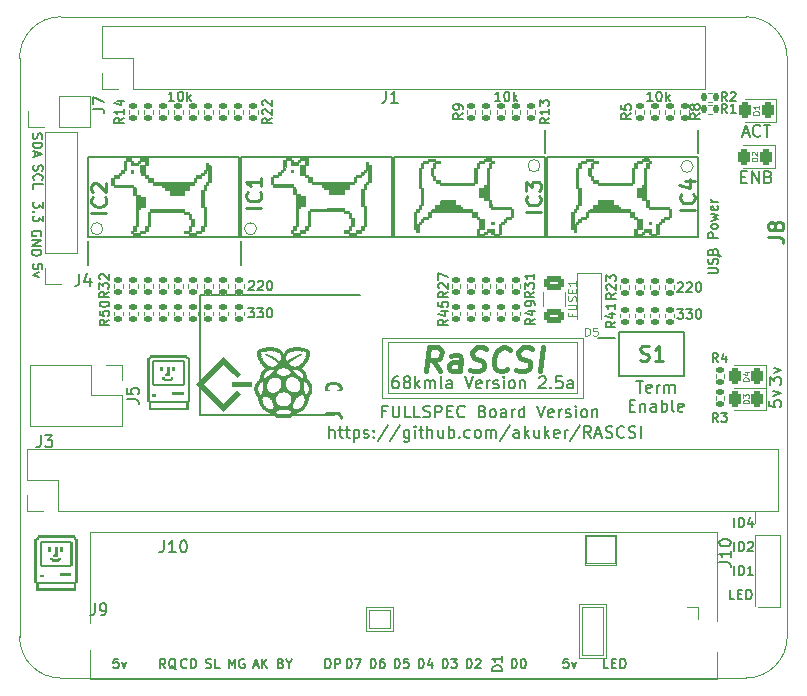
<source format=gto>
G04 #@! TF.GenerationSoftware,KiCad,Pcbnew,(6.0.0)*
G04 #@! TF.CreationDate,2022-02-12T17:19:00-06:00*
G04 #@! TF.ProjectId,rascsi_2p5,72617363-7369-45f3-9270-352e6b696361,rev?*
G04 #@! TF.SameCoordinates,PX59d60c0PY325aa00*
G04 #@! TF.FileFunction,Legend,Top*
G04 #@! TF.FilePolarity,Positive*
%FSLAX46Y46*%
G04 Gerber Fmt 4.6, Leading zero omitted, Abs format (unit mm)*
G04 Created by KiCad (PCBNEW (6.0.0)) date 2022-02-12 17:19:00*
%MOMM*%
%LPD*%
G01*
G04 APERTURE LIST*
G04 Aperture macros list*
%AMRoundRect*
0 Rectangle with rounded corners*
0 $1 Rounding radius*
0 $2 $3 $4 $5 $6 $7 $8 $9 X,Y pos of 4 corners*
0 Add a 4 corners polygon primitive as box body*
4,1,4,$2,$3,$4,$5,$6,$7,$8,$9,$2,$3,0*
0 Add four circle primitives for the rounded corners*
1,1,$1+$1,$2,$3*
1,1,$1+$1,$4,$5*
1,1,$1+$1,$6,$7*
1,1,$1+$1,$8,$9*
0 Add four rect primitives between the rounded corners*
20,1,$1+$1,$2,$3,$4,$5,0*
20,1,$1+$1,$4,$5,$6,$7,0*
20,1,$1+$1,$6,$7,$8,$9,0*
20,1,$1+$1,$8,$9,$2,$3,0*%
G04 Aperture macros list end*
%ADD10C,0.120000*%
G04 #@! TA.AperFunction,Profile*
%ADD11C,0.050000*%
G04 #@! TD*
%ADD12C,0.150000*%
%ADD13C,0.400000*%
%ADD14C,0.100000*%
%ADD15C,0.254000*%
%ADD16C,0.200000*%
%ADD17C,0.010000*%
%ADD18RoundRect,0.243750X0.243750X0.456250X-0.243750X0.456250X-0.243750X-0.456250X0.243750X-0.456250X0*%
%ADD19C,0.800000*%
%ADD20C,5.400000*%
%ADD21R,1.700000X1.700000*%
%ADD22O,1.700000X1.700000*%
%ADD23RoundRect,0.135000X-0.185000X0.135000X-0.185000X-0.135000X0.185000X-0.135000X0.185000X0.135000X0*%
%ADD24RoundRect,0.250000X0.625000X-0.375000X0.625000X0.375000X-0.625000X0.375000X-0.625000X-0.375000X0*%
%ADD25R,0.650000X1.950000*%
%ADD26RoundRect,0.135000X-0.135000X-0.185000X0.135000X-0.185000X0.135000X0.185000X-0.135000X0.185000X0*%
%ADD27RoundRect,0.135000X0.185000X-0.135000X0.185000X0.135000X-0.185000X0.135000X-0.185000X-0.135000X0*%
%ADD28R,1.425000X0.750000*%
%ADD29R,1.100000X1.100000*%
%ADD30R,1.400000X0.400000*%
%ADD31C,2.000000*%
%ADD32R,1.350000X1.350000*%
%ADD33O,1.350000X1.350000*%
%ADD34R,1.800000X1.800000*%
%ADD35C,1.800000*%
%ADD36C,1.545000*%
%ADD37C,4.845000*%
G04 APERTURE END LIST*
D10*
X87350453Y-7652000D02*
G75*
G03*
X87350453Y-7652000I-511953J0D01*
G01*
X127526000Y-21598000D02*
X127526000Y-17280000D01*
X127970500Y-16899000D02*
X127970500Y-21979000D01*
X110952500Y-21979000D02*
X110952500Y-16899000D01*
X128177000Y-36100000D02*
X128177000Y-33560000D01*
X89950000Y6826000D02*
X87283000Y6826000D01*
X137324953Y-2381500D02*
G75*
G03*
X137324953Y-2381500I-511953J0D01*
G01*
X109594000Y-41704000D02*
X109594000Y-39672000D01*
X109848000Y-41450000D02*
X109848000Y-39926000D01*
X127882000Y-43736000D02*
X127882000Y-39672000D01*
X127628000Y-43990000D02*
X127628000Y-39418000D01*
X127907000Y-21979000D02*
X110952500Y-21979000D01*
X109848000Y-39926000D02*
X111626000Y-39926000D01*
X127970500Y-16899000D02*
X110952500Y-16899000D01*
X129914000Y-39418000D02*
X129914000Y-43990000D01*
X111626000Y-41450000D02*
X109848000Y-41450000D01*
X127526000Y-17280000D02*
X111460500Y-17280000D01*
X129660000Y-43736000D02*
X127882000Y-43736000D01*
X127882000Y-39672000D02*
X129660000Y-39672000D01*
X88680000Y4159000D02*
X87283000Y4159000D01*
X111880000Y-41704000D02*
X109594000Y-41704000D01*
X129914000Y-43990000D02*
X127628000Y-43990000D01*
X124370953Y-2318000D02*
G75*
G03*
X124370953Y-2318000I-511953J0D01*
G01*
X130717000Y-35973000D02*
X128304000Y-35973000D01*
X138337000Y4159000D02*
X89950000Y4159000D01*
X128304000Y-35973000D02*
X128304000Y-33687000D01*
X130717000Y-33687000D02*
X130717000Y-35973000D01*
X128304000Y-33687000D02*
X130717000Y-33687000D01*
X109594000Y-39672000D02*
X111880000Y-39672000D01*
X139353000Y-33306000D02*
X86267000Y-33306000D01*
X111880000Y-39672000D02*
X111880000Y-41704000D01*
X86267000Y-45752000D02*
X139353000Y-45752000D01*
X87283000Y9493000D02*
X138337000Y9493000D01*
X130844000Y-33560000D02*
X130844000Y-36100000D01*
X87283000Y4159000D02*
X87283000Y5556000D01*
X89950000Y4159000D02*
X89950000Y6826000D01*
X128177000Y-33560000D02*
X130844000Y-33560000D01*
X138337000Y9493000D02*
X138337000Y4159000D01*
X111460500Y-21598000D02*
X111460500Y-21344000D01*
X111524000Y-21598000D02*
X127526000Y-21598000D01*
X130844000Y-36100000D02*
X128177000Y-36100000D01*
X111626000Y-39926000D02*
X111626000Y-41450000D01*
X111460500Y-17280000D02*
X111460500Y-21534500D01*
X129660000Y-39672000D02*
X129660000Y-43736000D01*
X139353000Y-45752000D02*
X139353000Y-33306000D01*
X86267000Y-33306000D02*
X86267000Y-45752000D01*
X87283000Y6826000D02*
X87283000Y9493000D01*
X111524000Y-21598000D02*
X111460500Y-21598000D01*
X100367953Y-7652000D02*
G75*
G03*
X100367953Y-7652000I-511953J0D01*
G01*
X127628000Y-39418000D02*
X129914000Y-39418000D01*
D11*
X83800000Y10300000D02*
X141800000Y10300000D01*
X83800000Y-45696000D02*
X141800000Y-45696000D01*
X141800000Y-45696000D02*
G75*
G03*
X145300000Y-42196000I1J3499999D01*
G01*
X80300000Y6800000D02*
X80300000Y-42196000D01*
X145300000Y6800000D02*
G75*
G03*
X141800000Y10300000I-3499999J1D01*
G01*
X83800000Y10300000D02*
G75*
G03*
X80300000Y6800000I-1J-3499999D01*
G01*
X80300000Y-42196000D02*
G75*
G03*
X83800000Y-45696000I3499999J-1D01*
G01*
X145300000Y6800000D02*
X145300000Y-42196000D01*
D12*
X135997428Y-14478304D02*
X136492666Y-14478304D01*
X136226000Y-14783066D01*
X136340285Y-14783066D01*
X136416476Y-14821161D01*
X136454571Y-14859257D01*
X136492666Y-14935447D01*
X136492666Y-15125923D01*
X136454571Y-15202114D01*
X136416476Y-15240209D01*
X136340285Y-15278304D01*
X136111714Y-15278304D01*
X136035523Y-15240209D01*
X135997428Y-15202114D01*
X136759333Y-14478304D02*
X137254571Y-14478304D01*
X136987904Y-14783066D01*
X137102190Y-14783066D01*
X137178380Y-14821161D01*
X137216476Y-14859257D01*
X137254571Y-14935447D01*
X137254571Y-15125923D01*
X137216476Y-15202114D01*
X137178380Y-15240209D01*
X137102190Y-15278304D01*
X136873619Y-15278304D01*
X136797428Y-15240209D01*
X136759333Y-15202114D01*
X137749809Y-14478304D02*
X137826000Y-14478304D01*
X137902190Y-14516400D01*
X137940285Y-14554495D01*
X137978380Y-14630685D01*
X138016476Y-14783066D01*
X138016476Y-14973542D01*
X137978380Y-15125923D01*
X137940285Y-15202114D01*
X137902190Y-15240209D01*
X137826000Y-15278304D01*
X137749809Y-15278304D01*
X137673619Y-15240209D01*
X137635523Y-15202114D01*
X137597428Y-15125923D01*
X137559333Y-14973542D01*
X137559333Y-14783066D01*
X137597428Y-14630685D01*
X137635523Y-14554495D01*
X137673619Y-14516400D01*
X137749809Y-14478304D01*
X81447390Y431429D02*
X81409295Y317143D01*
X81409295Y126667D01*
X81447390Y50477D01*
X81485485Y12381D01*
X81561676Y-25714D01*
X81637866Y-25714D01*
X81714057Y12381D01*
X81752152Y50477D01*
X81790247Y126667D01*
X81828342Y279048D01*
X81866438Y355239D01*
X81904533Y393334D01*
X81980723Y431429D01*
X82056914Y431429D01*
X82133104Y393334D01*
X82171200Y355239D01*
X82209295Y279048D01*
X82209295Y88572D01*
X82171200Y-25714D01*
X81409295Y-368571D02*
X82209295Y-368571D01*
X82209295Y-559047D01*
X82171200Y-673333D01*
X82095009Y-749523D01*
X82018819Y-787619D01*
X81866438Y-825714D01*
X81752152Y-825714D01*
X81599771Y-787619D01*
X81523580Y-749523D01*
X81447390Y-673333D01*
X81409295Y-559047D01*
X81409295Y-368571D01*
X81637866Y-1130476D02*
X81637866Y-1511428D01*
X81409295Y-1054285D02*
X82209295Y-1320952D01*
X81409295Y-1587619D01*
X81498190Y-2280019D02*
X81460095Y-2394304D01*
X81460095Y-2584780D01*
X81498190Y-2660971D01*
X81536285Y-2699066D01*
X81612476Y-2737161D01*
X81688666Y-2737161D01*
X81764857Y-2699066D01*
X81802952Y-2660971D01*
X81841047Y-2584780D01*
X81879142Y-2432400D01*
X81917238Y-2356209D01*
X81955333Y-2318114D01*
X82031523Y-2280019D01*
X82107714Y-2280019D01*
X82183904Y-2318114D01*
X82222000Y-2356209D01*
X82260095Y-2432400D01*
X82260095Y-2622876D01*
X82222000Y-2737161D01*
X81536285Y-3537161D02*
X81498190Y-3499066D01*
X81460095Y-3384780D01*
X81460095Y-3308590D01*
X81498190Y-3194304D01*
X81574380Y-3118114D01*
X81650571Y-3080019D01*
X81802952Y-3041923D01*
X81917238Y-3041923D01*
X82069619Y-3080019D01*
X82145809Y-3118114D01*
X82222000Y-3194304D01*
X82260095Y-3308590D01*
X82260095Y-3384780D01*
X82222000Y-3499066D01*
X82183904Y-3537161D01*
X81460095Y-4260971D02*
X81460095Y-3880019D01*
X82260095Y-3880019D01*
X133923809Y3162096D02*
X133466666Y3162096D01*
X133695238Y3162096D02*
X133695238Y3962096D01*
X133619047Y3847810D01*
X133542857Y3771620D01*
X133466666Y3733524D01*
X134419047Y3962096D02*
X134495238Y3962096D01*
X134571428Y3924000D01*
X134609523Y3885905D01*
X134647619Y3809715D01*
X134685714Y3657334D01*
X134685714Y3466858D01*
X134647619Y3314477D01*
X134609523Y3238286D01*
X134571428Y3200191D01*
X134495238Y3162096D01*
X134419047Y3162096D01*
X134342857Y3200191D01*
X134304761Y3238286D01*
X134266666Y3314477D01*
X134228571Y3466858D01*
X134228571Y3657334D01*
X134266666Y3809715D01*
X134304761Y3885905D01*
X134342857Y3924000D01*
X134419047Y3962096D01*
X135028571Y3162096D02*
X135028571Y3962096D01*
X135104761Y3466858D02*
X135333333Y3162096D01*
X135333333Y3695429D02*
X135028571Y3390667D01*
X143812380Y-20844285D02*
X143812380Y-20225238D01*
X144193333Y-20558571D01*
X144193333Y-20415714D01*
X144240952Y-20320476D01*
X144288571Y-20272857D01*
X144383809Y-20225238D01*
X144621904Y-20225238D01*
X144717142Y-20272857D01*
X144764761Y-20320476D01*
X144812380Y-20415714D01*
X144812380Y-20701428D01*
X144764761Y-20796666D01*
X144717142Y-20844285D01*
X144145714Y-19891904D02*
X144812380Y-19653809D01*
X144145714Y-19415714D01*
X99719523Y-12138095D02*
X99757619Y-12100000D01*
X99833809Y-12061904D01*
X100024285Y-12061904D01*
X100100476Y-12100000D01*
X100138571Y-12138095D01*
X100176666Y-12214285D01*
X100176666Y-12290476D01*
X100138571Y-12404761D01*
X99681428Y-12861904D01*
X100176666Y-12861904D01*
X100481428Y-12138095D02*
X100519523Y-12100000D01*
X100595714Y-12061904D01*
X100786190Y-12061904D01*
X100862380Y-12100000D01*
X100900476Y-12138095D01*
X100938571Y-12214285D01*
X100938571Y-12290476D01*
X100900476Y-12404761D01*
X100443333Y-12861904D01*
X100938571Y-12861904D01*
X101433809Y-12061904D02*
X101510000Y-12061904D01*
X101586190Y-12100000D01*
X101624285Y-12138095D01*
X101662380Y-12214285D01*
X101700476Y-12366666D01*
X101700476Y-12557142D01*
X101662380Y-12709523D01*
X101624285Y-12785714D01*
X101586190Y-12823809D01*
X101510000Y-12861904D01*
X101433809Y-12861904D01*
X101357619Y-12823809D01*
X101319523Y-12785714D01*
X101281428Y-12709523D01*
X101243333Y-12557142D01*
X101243333Y-12366666D01*
X101281428Y-12214285D01*
X101319523Y-12138095D01*
X101357619Y-12100000D01*
X101433809Y-12061904D01*
X106543333Y-25352380D02*
X106543333Y-24352380D01*
X106971904Y-25352380D02*
X106971904Y-24828571D01*
X106924285Y-24733333D01*
X106829047Y-24685714D01*
X106686190Y-24685714D01*
X106590952Y-24733333D01*
X106543333Y-24780952D01*
X107305238Y-24685714D02*
X107686190Y-24685714D01*
X107448095Y-24352380D02*
X107448095Y-25209523D01*
X107495714Y-25304761D01*
X107590952Y-25352380D01*
X107686190Y-25352380D01*
X107876666Y-24685714D02*
X108257619Y-24685714D01*
X108019523Y-24352380D02*
X108019523Y-25209523D01*
X108067142Y-25304761D01*
X108162380Y-25352380D01*
X108257619Y-25352380D01*
X108590952Y-24685714D02*
X108590952Y-25685714D01*
X108590952Y-24733333D02*
X108686190Y-24685714D01*
X108876666Y-24685714D01*
X108971904Y-24733333D01*
X109019523Y-24780952D01*
X109067142Y-24876190D01*
X109067142Y-25161904D01*
X109019523Y-25257142D01*
X108971904Y-25304761D01*
X108876666Y-25352380D01*
X108686190Y-25352380D01*
X108590952Y-25304761D01*
X109448095Y-25304761D02*
X109543333Y-25352380D01*
X109733809Y-25352380D01*
X109829047Y-25304761D01*
X109876666Y-25209523D01*
X109876666Y-25161904D01*
X109829047Y-25066666D01*
X109733809Y-25019047D01*
X109590952Y-25019047D01*
X109495714Y-24971428D01*
X109448095Y-24876190D01*
X109448095Y-24828571D01*
X109495714Y-24733333D01*
X109590952Y-24685714D01*
X109733809Y-24685714D01*
X109829047Y-24733333D01*
X110305238Y-25257142D02*
X110352857Y-25304761D01*
X110305238Y-25352380D01*
X110257619Y-25304761D01*
X110305238Y-25257142D01*
X110305238Y-25352380D01*
X110305238Y-24733333D02*
X110352857Y-24780952D01*
X110305238Y-24828571D01*
X110257619Y-24780952D01*
X110305238Y-24733333D01*
X110305238Y-24828571D01*
X111495714Y-24304761D02*
X110638571Y-25590476D01*
X112543333Y-24304761D02*
X111686190Y-25590476D01*
X113305238Y-24685714D02*
X113305238Y-25495238D01*
X113257619Y-25590476D01*
X113210000Y-25638095D01*
X113114761Y-25685714D01*
X112971904Y-25685714D01*
X112876666Y-25638095D01*
X113305238Y-25304761D02*
X113210000Y-25352380D01*
X113019523Y-25352380D01*
X112924285Y-25304761D01*
X112876666Y-25257142D01*
X112829047Y-25161904D01*
X112829047Y-24876190D01*
X112876666Y-24780952D01*
X112924285Y-24733333D01*
X113019523Y-24685714D01*
X113210000Y-24685714D01*
X113305238Y-24733333D01*
X113781428Y-25352380D02*
X113781428Y-24685714D01*
X113781428Y-24352380D02*
X113733809Y-24400000D01*
X113781428Y-24447619D01*
X113829047Y-24400000D01*
X113781428Y-24352380D01*
X113781428Y-24447619D01*
X114114761Y-24685714D02*
X114495714Y-24685714D01*
X114257619Y-24352380D02*
X114257619Y-25209523D01*
X114305238Y-25304761D01*
X114400476Y-25352380D01*
X114495714Y-25352380D01*
X114829047Y-25352380D02*
X114829047Y-24352380D01*
X115257619Y-25352380D02*
X115257619Y-24828571D01*
X115210000Y-24733333D01*
X115114761Y-24685714D01*
X114971904Y-24685714D01*
X114876666Y-24733333D01*
X114829047Y-24780952D01*
X116162380Y-24685714D02*
X116162380Y-25352380D01*
X115733809Y-24685714D02*
X115733809Y-25209523D01*
X115781428Y-25304761D01*
X115876666Y-25352380D01*
X116019523Y-25352380D01*
X116114761Y-25304761D01*
X116162380Y-25257142D01*
X116638571Y-25352380D02*
X116638571Y-24352380D01*
X116638571Y-24733333D02*
X116733809Y-24685714D01*
X116924285Y-24685714D01*
X117019523Y-24733333D01*
X117067142Y-24780952D01*
X117114761Y-24876190D01*
X117114761Y-25161904D01*
X117067142Y-25257142D01*
X117019523Y-25304761D01*
X116924285Y-25352380D01*
X116733809Y-25352380D01*
X116638571Y-25304761D01*
X117543333Y-25257142D02*
X117590952Y-25304761D01*
X117543333Y-25352380D01*
X117495714Y-25304761D01*
X117543333Y-25257142D01*
X117543333Y-25352380D01*
X118448095Y-25304761D02*
X118352857Y-25352380D01*
X118162380Y-25352380D01*
X118067142Y-25304761D01*
X118019523Y-25257142D01*
X117971904Y-25161904D01*
X117971904Y-24876190D01*
X118019523Y-24780952D01*
X118067142Y-24733333D01*
X118162380Y-24685714D01*
X118352857Y-24685714D01*
X118448095Y-24733333D01*
X119019523Y-25352380D02*
X118924285Y-25304761D01*
X118876666Y-25257142D01*
X118829047Y-25161904D01*
X118829047Y-24876190D01*
X118876666Y-24780952D01*
X118924285Y-24733333D01*
X119019523Y-24685714D01*
X119162380Y-24685714D01*
X119257619Y-24733333D01*
X119305238Y-24780952D01*
X119352857Y-24876190D01*
X119352857Y-25161904D01*
X119305238Y-25257142D01*
X119257619Y-25304761D01*
X119162380Y-25352380D01*
X119019523Y-25352380D01*
X119781428Y-25352380D02*
X119781428Y-24685714D01*
X119781428Y-24780952D02*
X119829047Y-24733333D01*
X119924285Y-24685714D01*
X120067142Y-24685714D01*
X120162380Y-24733333D01*
X120210000Y-24828571D01*
X120210000Y-25352380D01*
X120210000Y-24828571D02*
X120257619Y-24733333D01*
X120352857Y-24685714D01*
X120495714Y-24685714D01*
X120590952Y-24733333D01*
X120638571Y-24828571D01*
X120638571Y-25352380D01*
X121829047Y-24304761D02*
X120971904Y-25590476D01*
X122590952Y-25352380D02*
X122590952Y-24828571D01*
X122543333Y-24733333D01*
X122448095Y-24685714D01*
X122257619Y-24685714D01*
X122162380Y-24733333D01*
X122590952Y-25304761D02*
X122495714Y-25352380D01*
X122257619Y-25352380D01*
X122162380Y-25304761D01*
X122114761Y-25209523D01*
X122114761Y-25114285D01*
X122162380Y-25019047D01*
X122257619Y-24971428D01*
X122495714Y-24971428D01*
X122590952Y-24923809D01*
X123067142Y-25352380D02*
X123067142Y-24352380D01*
X123162380Y-24971428D02*
X123448095Y-25352380D01*
X123448095Y-24685714D02*
X123067142Y-25066666D01*
X124305238Y-24685714D02*
X124305238Y-25352380D01*
X123876666Y-24685714D02*
X123876666Y-25209523D01*
X123924285Y-25304761D01*
X124019523Y-25352380D01*
X124162380Y-25352380D01*
X124257619Y-25304761D01*
X124305238Y-25257142D01*
X124781428Y-25352380D02*
X124781428Y-24352380D01*
X124876666Y-24971428D02*
X125162380Y-25352380D01*
X125162380Y-24685714D02*
X124781428Y-25066666D01*
X125971904Y-25304761D02*
X125876666Y-25352380D01*
X125686190Y-25352380D01*
X125590952Y-25304761D01*
X125543333Y-25209523D01*
X125543333Y-24828571D01*
X125590952Y-24733333D01*
X125686190Y-24685714D01*
X125876666Y-24685714D01*
X125971904Y-24733333D01*
X126019523Y-24828571D01*
X126019523Y-24923809D01*
X125543333Y-25019047D01*
X126448095Y-25352380D02*
X126448095Y-24685714D01*
X126448095Y-24876190D02*
X126495714Y-24780952D01*
X126543333Y-24733333D01*
X126638571Y-24685714D01*
X126733809Y-24685714D01*
X127781428Y-24304761D02*
X126924285Y-25590476D01*
X128686190Y-25352380D02*
X128352857Y-24876190D01*
X128114761Y-25352380D02*
X128114761Y-24352380D01*
X128495714Y-24352380D01*
X128590952Y-24400000D01*
X128638571Y-24447619D01*
X128686190Y-24542857D01*
X128686190Y-24685714D01*
X128638571Y-24780952D01*
X128590952Y-24828571D01*
X128495714Y-24876190D01*
X128114761Y-24876190D01*
X129067142Y-25066666D02*
X129543333Y-25066666D01*
X128971904Y-25352380D02*
X129305238Y-24352380D01*
X129638571Y-25352380D01*
X129924285Y-25304761D02*
X130067142Y-25352380D01*
X130305238Y-25352380D01*
X130400476Y-25304761D01*
X130448095Y-25257142D01*
X130495714Y-25161904D01*
X130495714Y-25066666D01*
X130448095Y-24971428D01*
X130400476Y-24923809D01*
X130305238Y-24876190D01*
X130114761Y-24828571D01*
X130019523Y-24780952D01*
X129971904Y-24733333D01*
X129924285Y-24638095D01*
X129924285Y-24542857D01*
X129971904Y-24447619D01*
X130019523Y-24400000D01*
X130114761Y-24352380D01*
X130352857Y-24352380D01*
X130495714Y-24400000D01*
X131495714Y-25257142D02*
X131448095Y-25304761D01*
X131305238Y-25352380D01*
X131210000Y-25352380D01*
X131067142Y-25304761D01*
X130971904Y-25209523D01*
X130924285Y-25114285D01*
X130876666Y-24923809D01*
X130876666Y-24780952D01*
X130924285Y-24590476D01*
X130971904Y-24495238D01*
X131067142Y-24400000D01*
X131210000Y-24352380D01*
X131305238Y-24352380D01*
X131448095Y-24400000D01*
X131495714Y-24447619D01*
X131876666Y-25304761D02*
X132019523Y-25352380D01*
X132257619Y-25352380D01*
X132352857Y-25304761D01*
X132400476Y-25257142D01*
X132448095Y-25161904D01*
X132448095Y-25066666D01*
X132400476Y-24971428D01*
X132352857Y-24923809D01*
X132257619Y-24876190D01*
X132067142Y-24828571D01*
X131971904Y-24780952D01*
X131924285Y-24733333D01*
X131876666Y-24638095D01*
X131876666Y-24542857D01*
X131924285Y-24447619D01*
X131971904Y-24400000D01*
X132067142Y-24352380D01*
X132305238Y-24352380D01*
X132448095Y-24400000D01*
X132876666Y-25352380D02*
X132876666Y-24352380D01*
X141535952Y436334D02*
X142012142Y436334D01*
X141440714Y150620D02*
X141774047Y1150620D01*
X142107380Y150620D01*
X143012142Y245858D02*
X142964523Y198239D01*
X142821666Y150620D01*
X142726428Y150620D01*
X142583571Y198239D01*
X142488333Y293477D01*
X142440714Y388715D01*
X142393095Y579191D01*
X142393095Y722048D01*
X142440714Y912524D01*
X142488333Y1007762D01*
X142583571Y1103000D01*
X142726428Y1150620D01*
X142821666Y1150620D01*
X142964523Y1103000D01*
X143012142Y1055381D01*
X143297857Y1150620D02*
X143869285Y1150620D01*
X143583571Y150620D02*
X143583571Y1150620D01*
X141416904Y-3262571D02*
X141750238Y-3262571D01*
X141893095Y-3786380D02*
X141416904Y-3786380D01*
X141416904Y-2786380D01*
X141893095Y-2786380D01*
X142321666Y-3786380D02*
X142321666Y-2786380D01*
X142893095Y-3786380D01*
X142893095Y-2786380D01*
X143702619Y-3262571D02*
X143845476Y-3310190D01*
X143893095Y-3357809D01*
X143940714Y-3453047D01*
X143940714Y-3595904D01*
X143893095Y-3691142D01*
X143845476Y-3738761D01*
X143750238Y-3786380D01*
X143369285Y-3786380D01*
X143369285Y-2786380D01*
X143702619Y-2786380D01*
X143797857Y-2834000D01*
X143845476Y-2881619D01*
X143893095Y-2976857D01*
X143893095Y-3072095D01*
X143845476Y-3167333D01*
X143797857Y-3214952D01*
X143702619Y-3262571D01*
X143369285Y-3262571D01*
X111333666Y4008120D02*
X111333666Y3293834D01*
X111286047Y3150977D01*
X111190809Y3055739D01*
X111047952Y3008120D01*
X110952714Y3008120D01*
X112333666Y3008120D02*
X111762238Y3008120D01*
X112047952Y3008120D02*
X112047952Y4008120D01*
X111952714Y3865262D01*
X111857476Y3770024D01*
X111762238Y3722405D01*
X138597404Y-11436214D02*
X139245023Y-11436214D01*
X139321214Y-11398119D01*
X139359309Y-11360023D01*
X139397404Y-11283833D01*
X139397404Y-11131452D01*
X139359309Y-11055261D01*
X139321214Y-11017166D01*
X139245023Y-10979071D01*
X138597404Y-10979071D01*
X139359309Y-10636214D02*
X139397404Y-10521928D01*
X139397404Y-10331452D01*
X139359309Y-10255261D01*
X139321214Y-10217166D01*
X139245023Y-10179071D01*
X139168833Y-10179071D01*
X139092642Y-10217166D01*
X139054547Y-10255261D01*
X139016452Y-10331452D01*
X138978357Y-10483833D01*
X138940261Y-10560023D01*
X138902166Y-10598119D01*
X138825976Y-10636214D01*
X138749785Y-10636214D01*
X138673595Y-10598119D01*
X138635500Y-10560023D01*
X138597404Y-10483833D01*
X138597404Y-10293357D01*
X138635500Y-10179071D01*
X138978357Y-9569547D02*
X139016452Y-9455261D01*
X139054547Y-9417166D01*
X139130738Y-9379071D01*
X139245023Y-9379071D01*
X139321214Y-9417166D01*
X139359309Y-9455261D01*
X139397404Y-9531452D01*
X139397404Y-9836214D01*
X138597404Y-9836214D01*
X138597404Y-9569547D01*
X138635500Y-9493357D01*
X138673595Y-9455261D01*
X138749785Y-9417166D01*
X138825976Y-9417166D01*
X138902166Y-9455261D01*
X138940261Y-9493357D01*
X138978357Y-9569547D01*
X138978357Y-9836214D01*
X139397404Y-8426690D02*
X138597404Y-8426690D01*
X138597404Y-8121928D01*
X138635500Y-8045738D01*
X138673595Y-8007642D01*
X138749785Y-7969547D01*
X138864071Y-7969547D01*
X138940261Y-8007642D01*
X138978357Y-8045738D01*
X139016452Y-8121928D01*
X139016452Y-8426690D01*
X139397404Y-7512404D02*
X139359309Y-7588595D01*
X139321214Y-7626690D01*
X139245023Y-7664785D01*
X139016452Y-7664785D01*
X138940261Y-7626690D01*
X138902166Y-7588595D01*
X138864071Y-7512404D01*
X138864071Y-7398119D01*
X138902166Y-7321928D01*
X138940261Y-7283833D01*
X139016452Y-7245738D01*
X139245023Y-7245738D01*
X139321214Y-7283833D01*
X139359309Y-7321928D01*
X139397404Y-7398119D01*
X139397404Y-7512404D01*
X138864071Y-6979071D02*
X139397404Y-6826690D01*
X139016452Y-6674309D01*
X139397404Y-6521928D01*
X138864071Y-6369547D01*
X139359309Y-5760023D02*
X139397404Y-5836214D01*
X139397404Y-5988595D01*
X139359309Y-6064785D01*
X139283119Y-6102880D01*
X138978357Y-6102880D01*
X138902166Y-6064785D01*
X138864071Y-5988595D01*
X138864071Y-5836214D01*
X138902166Y-5760023D01*
X138978357Y-5721928D01*
X139054547Y-5721928D01*
X139130738Y-6102880D01*
X139397404Y-5379071D02*
X138864071Y-5379071D01*
X139016452Y-5379071D02*
X138940261Y-5340976D01*
X138902166Y-5302880D01*
X138864071Y-5226690D01*
X138864071Y-5150500D01*
X96087619Y-44821809D02*
X96201904Y-44859904D01*
X96392380Y-44859904D01*
X96468571Y-44821809D01*
X96506666Y-44783714D01*
X96544761Y-44707523D01*
X96544761Y-44631333D01*
X96506666Y-44555142D01*
X96468571Y-44517047D01*
X96392380Y-44478952D01*
X96240000Y-44440857D01*
X96163809Y-44402761D01*
X96125714Y-44364666D01*
X96087619Y-44288476D01*
X96087619Y-44212285D01*
X96125714Y-44136095D01*
X96163809Y-44098000D01*
X96240000Y-44059904D01*
X96430476Y-44059904D01*
X96544761Y-44098000D01*
X97268571Y-44859904D02*
X96887619Y-44859904D01*
X96887619Y-44059904D01*
X92658571Y-44859904D02*
X92391904Y-44478952D01*
X92201428Y-44859904D02*
X92201428Y-44059904D01*
X92506190Y-44059904D01*
X92582380Y-44098000D01*
X92620476Y-44136095D01*
X92658571Y-44212285D01*
X92658571Y-44326571D01*
X92620476Y-44402761D01*
X92582380Y-44440857D01*
X92506190Y-44478952D01*
X92201428Y-44478952D01*
X93534761Y-44936095D02*
X93458571Y-44898000D01*
X93382380Y-44821809D01*
X93268095Y-44707523D01*
X93191904Y-44669428D01*
X93115714Y-44669428D01*
X93153809Y-44859904D02*
X93077619Y-44821809D01*
X93001428Y-44745619D01*
X92963333Y-44593238D01*
X92963333Y-44326571D01*
X93001428Y-44174190D01*
X93077619Y-44098000D01*
X93153809Y-44059904D01*
X93306190Y-44059904D01*
X93382380Y-44098000D01*
X93458571Y-44174190D01*
X93496666Y-44326571D01*
X93496666Y-44593238D01*
X93458571Y-44745619D01*
X93382380Y-44821809D01*
X93306190Y-44859904D01*
X93153809Y-44859904D01*
X94455619Y-44783714D02*
X94417523Y-44821809D01*
X94303238Y-44859904D01*
X94227047Y-44859904D01*
X94112761Y-44821809D01*
X94036571Y-44745619D01*
X93998476Y-44669428D01*
X93960380Y-44517047D01*
X93960380Y-44402761D01*
X93998476Y-44250380D01*
X94036571Y-44174190D01*
X94112761Y-44098000D01*
X94227047Y-44059904D01*
X94303238Y-44059904D01*
X94417523Y-44098000D01*
X94455619Y-44136095D01*
X94798476Y-44859904D02*
X94798476Y-44059904D01*
X94988952Y-44059904D01*
X95103238Y-44098000D01*
X95179428Y-44174190D01*
X95217523Y-44250380D01*
X95255619Y-44402761D01*
X95255619Y-44517047D01*
X95217523Y-44669428D01*
X95179428Y-44745619D01*
X95103238Y-44821809D01*
X94988952Y-44859904D01*
X94798476Y-44859904D01*
X88651714Y-44059904D02*
X88270761Y-44059904D01*
X88232666Y-44440857D01*
X88270761Y-44402761D01*
X88346952Y-44364666D01*
X88537428Y-44364666D01*
X88613619Y-44402761D01*
X88651714Y-44440857D01*
X88689809Y-44517047D01*
X88689809Y-44707523D01*
X88651714Y-44783714D01*
X88613619Y-44821809D01*
X88537428Y-44859904D01*
X88346952Y-44859904D01*
X88270761Y-44821809D01*
X88232666Y-44783714D01*
X88956476Y-44326571D02*
X89146952Y-44859904D01*
X89337428Y-44326571D01*
X98005333Y-44859904D02*
X98005333Y-44059904D01*
X98272000Y-44631333D01*
X98538666Y-44059904D01*
X98538666Y-44859904D01*
X99338666Y-44098000D02*
X99262476Y-44059904D01*
X99148190Y-44059904D01*
X99033904Y-44098000D01*
X98957714Y-44174190D01*
X98919619Y-44250380D01*
X98881523Y-44402761D01*
X98881523Y-44517047D01*
X98919619Y-44669428D01*
X98957714Y-44745619D01*
X99033904Y-44821809D01*
X99148190Y-44859904D01*
X99224380Y-44859904D01*
X99338666Y-44821809D01*
X99376761Y-44783714D01*
X99376761Y-44517047D01*
X99224380Y-44517047D01*
X126751714Y-44059904D02*
X126370761Y-44059904D01*
X126332666Y-44440857D01*
X126370761Y-44402761D01*
X126446952Y-44364666D01*
X126637428Y-44364666D01*
X126713619Y-44402761D01*
X126751714Y-44440857D01*
X126789809Y-44517047D01*
X126789809Y-44707523D01*
X126751714Y-44783714D01*
X126713619Y-44821809D01*
X126637428Y-44859904D01*
X126446952Y-44859904D01*
X126370761Y-44821809D01*
X126332666Y-44783714D01*
X127056476Y-44326571D02*
X127246952Y-44859904D01*
X127437428Y-44326571D01*
X100113523Y-44631333D02*
X100494476Y-44631333D01*
X100037333Y-44859904D02*
X100304000Y-44059904D01*
X100570666Y-44859904D01*
X100837333Y-44859904D02*
X100837333Y-44059904D01*
X101294476Y-44859904D02*
X100951619Y-44402761D01*
X101294476Y-44059904D02*
X100837333Y-44517047D01*
X102450285Y-44440857D02*
X102564571Y-44478952D01*
X102602666Y-44517047D01*
X102640761Y-44593238D01*
X102640761Y-44707523D01*
X102602666Y-44783714D01*
X102564571Y-44821809D01*
X102488380Y-44859904D01*
X102183619Y-44859904D01*
X102183619Y-44059904D01*
X102450285Y-44059904D01*
X102526476Y-44098000D01*
X102564571Y-44136095D01*
X102602666Y-44212285D01*
X102602666Y-44288476D01*
X102564571Y-44364666D01*
X102526476Y-44402761D01*
X102450285Y-44440857D01*
X102183619Y-44440857D01*
X103136000Y-44478952D02*
X103136000Y-44859904D01*
X102869333Y-44059904D02*
X103136000Y-44478952D01*
X103402666Y-44059904D01*
X110019523Y-44859904D02*
X110019523Y-44059904D01*
X110210000Y-44059904D01*
X110324285Y-44098000D01*
X110400476Y-44174190D01*
X110438571Y-44250380D01*
X110476666Y-44402761D01*
X110476666Y-44517047D01*
X110438571Y-44669428D01*
X110400476Y-44745619D01*
X110324285Y-44821809D01*
X110210000Y-44859904D01*
X110019523Y-44859904D01*
X111162380Y-44059904D02*
X111010000Y-44059904D01*
X110933809Y-44098000D01*
X110895714Y-44136095D01*
X110819523Y-44250380D01*
X110781428Y-44402761D01*
X110781428Y-44707523D01*
X110819523Y-44783714D01*
X110857619Y-44821809D01*
X110933809Y-44859904D01*
X111086190Y-44859904D01*
X111162380Y-44821809D01*
X111200476Y-44783714D01*
X111238571Y-44707523D01*
X111238571Y-44517047D01*
X111200476Y-44440857D01*
X111162380Y-44402761D01*
X111086190Y-44364666D01*
X110933809Y-44364666D01*
X110857619Y-44402761D01*
X110819523Y-44440857D01*
X110781428Y-44517047D01*
X107987523Y-44859904D02*
X107987523Y-44059904D01*
X108178000Y-44059904D01*
X108292285Y-44098000D01*
X108368476Y-44174190D01*
X108406571Y-44250380D01*
X108444666Y-44402761D01*
X108444666Y-44517047D01*
X108406571Y-44669428D01*
X108368476Y-44745619D01*
X108292285Y-44821809D01*
X108178000Y-44859904D01*
X107987523Y-44859904D01*
X108711333Y-44059904D02*
X109244666Y-44059904D01*
X108901809Y-44859904D01*
X114083523Y-44859904D02*
X114083523Y-44059904D01*
X114274000Y-44059904D01*
X114388285Y-44098000D01*
X114464476Y-44174190D01*
X114502571Y-44250380D01*
X114540666Y-44402761D01*
X114540666Y-44517047D01*
X114502571Y-44669428D01*
X114464476Y-44745619D01*
X114388285Y-44821809D01*
X114274000Y-44859904D01*
X114083523Y-44859904D01*
X115226380Y-44326571D02*
X115226380Y-44859904D01*
X115035904Y-44021809D02*
X114845428Y-44593238D01*
X115340666Y-44593238D01*
X116115523Y-44859904D02*
X116115523Y-44059904D01*
X116306000Y-44059904D01*
X116420285Y-44098000D01*
X116496476Y-44174190D01*
X116534571Y-44250380D01*
X116572666Y-44402761D01*
X116572666Y-44517047D01*
X116534571Y-44669428D01*
X116496476Y-44745619D01*
X116420285Y-44821809D01*
X116306000Y-44859904D01*
X116115523Y-44859904D01*
X116839333Y-44059904D02*
X117334571Y-44059904D01*
X117067904Y-44364666D01*
X117182190Y-44364666D01*
X117258380Y-44402761D01*
X117296476Y-44440857D01*
X117334571Y-44517047D01*
X117334571Y-44707523D01*
X117296476Y-44783714D01*
X117258380Y-44821809D01*
X117182190Y-44859904D01*
X116953619Y-44859904D01*
X116877428Y-44821809D01*
X116839333Y-44783714D01*
X118147523Y-44859904D02*
X118147523Y-44059904D01*
X118338000Y-44059904D01*
X118452285Y-44098000D01*
X118528476Y-44174190D01*
X118566571Y-44250380D01*
X118604666Y-44402761D01*
X118604666Y-44517047D01*
X118566571Y-44669428D01*
X118528476Y-44745619D01*
X118452285Y-44821809D01*
X118338000Y-44859904D01*
X118147523Y-44859904D01*
X118909428Y-44136095D02*
X118947523Y-44098000D01*
X119023714Y-44059904D01*
X119214190Y-44059904D01*
X119290380Y-44098000D01*
X119328476Y-44136095D01*
X119366571Y-44212285D01*
X119366571Y-44288476D01*
X119328476Y-44402761D01*
X118871333Y-44859904D01*
X119366571Y-44859904D01*
X121957523Y-44859904D02*
X121957523Y-44059904D01*
X122148000Y-44059904D01*
X122262285Y-44098000D01*
X122338476Y-44174190D01*
X122376571Y-44250380D01*
X122414666Y-44402761D01*
X122414666Y-44517047D01*
X122376571Y-44669428D01*
X122338476Y-44745619D01*
X122262285Y-44821809D01*
X122148000Y-44859904D01*
X121957523Y-44859904D01*
X122909904Y-44059904D02*
X122986095Y-44059904D01*
X123062285Y-44098000D01*
X123100380Y-44136095D01*
X123138476Y-44212285D01*
X123176571Y-44364666D01*
X123176571Y-44555142D01*
X123138476Y-44707523D01*
X123100380Y-44783714D01*
X123062285Y-44821809D01*
X122986095Y-44859904D01*
X122909904Y-44859904D01*
X122833714Y-44821809D01*
X122795619Y-44783714D01*
X122757523Y-44707523D01*
X122719428Y-44555142D01*
X122719428Y-44364666D01*
X122757523Y-44212285D01*
X122795619Y-44136095D01*
X122833714Y-44098000D01*
X122909904Y-44059904D01*
X121131904Y-45088476D02*
X120331904Y-45088476D01*
X120331904Y-44898000D01*
X120370000Y-44783714D01*
X120446190Y-44707523D01*
X120522380Y-44669428D01*
X120674761Y-44631333D01*
X120789047Y-44631333D01*
X120941428Y-44669428D01*
X121017619Y-44707523D01*
X121093809Y-44783714D01*
X121131904Y-44898000D01*
X121131904Y-45088476D01*
X121131904Y-43869428D02*
X121131904Y-44326571D01*
X121131904Y-44098000D02*
X120331904Y-44098000D01*
X120446190Y-44174190D01*
X120522380Y-44250380D01*
X120560476Y-44326571D01*
X112051523Y-44859904D02*
X112051523Y-44059904D01*
X112242000Y-44059904D01*
X112356285Y-44098000D01*
X112432476Y-44174190D01*
X112470571Y-44250380D01*
X112508666Y-44402761D01*
X112508666Y-44517047D01*
X112470571Y-44669428D01*
X112432476Y-44745619D01*
X112356285Y-44821809D01*
X112242000Y-44859904D01*
X112051523Y-44859904D01*
X113232476Y-44059904D02*
X112851523Y-44059904D01*
X112813428Y-44440857D01*
X112851523Y-44402761D01*
X112927714Y-44364666D01*
X113118190Y-44364666D01*
X113194380Y-44402761D01*
X113232476Y-44440857D01*
X113270571Y-44517047D01*
X113270571Y-44707523D01*
X113232476Y-44783714D01*
X113194380Y-44821809D01*
X113118190Y-44859904D01*
X112927714Y-44859904D01*
X112851523Y-44821809D01*
X112813428Y-44783714D01*
X106190476Y-44859904D02*
X106190476Y-44059904D01*
X106380952Y-44059904D01*
X106495238Y-44098000D01*
X106571428Y-44174190D01*
X106609523Y-44250380D01*
X106647619Y-44402761D01*
X106647619Y-44517047D01*
X106609523Y-44669428D01*
X106571428Y-44745619D01*
X106495238Y-44821809D01*
X106380952Y-44859904D01*
X106190476Y-44859904D01*
X106990476Y-44859904D02*
X106990476Y-44059904D01*
X107295238Y-44059904D01*
X107371428Y-44098000D01*
X107409523Y-44136095D01*
X107447619Y-44212285D01*
X107447619Y-44326571D01*
X107409523Y-44402761D01*
X107371428Y-44440857D01*
X107295238Y-44478952D01*
X106990476Y-44478952D01*
X130161714Y-44859904D02*
X129780761Y-44859904D01*
X129780761Y-44059904D01*
X130428380Y-44440857D02*
X130695047Y-44440857D01*
X130809333Y-44859904D02*
X130428380Y-44859904D01*
X130428380Y-44059904D01*
X130809333Y-44059904D01*
X131152190Y-44859904D02*
X131152190Y-44059904D01*
X131342666Y-44059904D01*
X131456952Y-44098000D01*
X131533142Y-44174190D01*
X131571238Y-44250380D01*
X131609333Y-44402761D01*
X131609333Y-44517047D01*
X131571238Y-44669428D01*
X131533142Y-44745619D01*
X131456952Y-44821809D01*
X131342666Y-44859904D01*
X131152190Y-44859904D01*
X140817047Y-34953904D02*
X140817047Y-34153904D01*
X141198000Y-34953904D02*
X141198000Y-34153904D01*
X141388476Y-34153904D01*
X141502761Y-34192000D01*
X141578952Y-34268190D01*
X141617047Y-34344380D01*
X141655142Y-34496761D01*
X141655142Y-34611047D01*
X141617047Y-34763428D01*
X141578952Y-34839619D01*
X141502761Y-34915809D01*
X141388476Y-34953904D01*
X141198000Y-34953904D01*
X141959904Y-34230095D02*
X141998000Y-34192000D01*
X142074190Y-34153904D01*
X142264666Y-34153904D01*
X142340857Y-34192000D01*
X142378952Y-34230095D01*
X142417047Y-34306285D01*
X142417047Y-34382476D01*
X142378952Y-34496761D01*
X141921809Y-34953904D01*
X142417047Y-34953904D01*
X140817047Y-32921904D02*
X140817047Y-32121904D01*
X141198000Y-32921904D02*
X141198000Y-32121904D01*
X141388476Y-32121904D01*
X141502761Y-32160000D01*
X141578952Y-32236190D01*
X141617047Y-32312380D01*
X141655142Y-32464761D01*
X141655142Y-32579047D01*
X141617047Y-32731428D01*
X141578952Y-32807619D01*
X141502761Y-32883809D01*
X141388476Y-32921904D01*
X141198000Y-32921904D01*
X142340857Y-32388571D02*
X142340857Y-32921904D01*
X142150380Y-32083809D02*
X141959904Y-32655238D01*
X142455142Y-32655238D01*
X140817047Y-36985904D02*
X140817047Y-36185904D01*
X141198000Y-36985904D02*
X141198000Y-36185904D01*
X141388476Y-36185904D01*
X141502761Y-36224000D01*
X141578952Y-36300190D01*
X141617047Y-36376380D01*
X141655142Y-36528761D01*
X141655142Y-36643047D01*
X141617047Y-36795428D01*
X141578952Y-36871619D01*
X141502761Y-36947809D01*
X141388476Y-36985904D01*
X141198000Y-36985904D01*
X142417047Y-36985904D02*
X141959904Y-36985904D01*
X142188476Y-36985904D02*
X142188476Y-36185904D01*
X142112285Y-36300190D01*
X142036095Y-36376380D01*
X141959904Y-36414476D01*
X140829714Y-39017904D02*
X140448761Y-39017904D01*
X140448761Y-38217904D01*
X141096380Y-38598857D02*
X141363047Y-38598857D01*
X141477333Y-39017904D02*
X141096380Y-39017904D01*
X141096380Y-38217904D01*
X141477333Y-38217904D01*
X141820190Y-39017904D02*
X141820190Y-38217904D01*
X142010666Y-38217904D01*
X142124952Y-38256000D01*
X142201142Y-38332190D01*
X142239238Y-38408380D01*
X142277333Y-38560761D01*
X142277333Y-38675047D01*
X142239238Y-38827428D01*
X142201142Y-38903619D01*
X142124952Y-38979809D01*
X142010666Y-39017904D01*
X141820190Y-39017904D01*
X92528476Y-34044380D02*
X92528476Y-34758666D01*
X92480857Y-34901523D01*
X92385619Y-34996761D01*
X92242761Y-35044380D01*
X92147523Y-35044380D01*
X93528476Y-35044380D02*
X92957047Y-35044380D01*
X93242761Y-35044380D02*
X93242761Y-34044380D01*
X93147523Y-34187238D01*
X93052285Y-34282476D01*
X92957047Y-34330095D01*
X94147523Y-34044380D02*
X94242761Y-34044380D01*
X94338000Y-34092000D01*
X94385619Y-34139619D01*
X94433238Y-34234857D01*
X94480857Y-34425333D01*
X94480857Y-34663428D01*
X94433238Y-34853904D01*
X94385619Y-34949142D01*
X94338000Y-34996761D01*
X94242761Y-35044380D01*
X94147523Y-35044380D01*
X94052285Y-34996761D01*
X94004666Y-34949142D01*
X93957047Y-34853904D01*
X93909428Y-34663428D01*
X93909428Y-34425333D01*
X93957047Y-34234857D01*
X94004666Y-34139619D01*
X94052285Y-34092000D01*
X94147523Y-34044380D01*
X139526380Y-35909523D02*
X140240666Y-35909523D01*
X140383523Y-35957142D01*
X140478761Y-36052380D01*
X140526380Y-36195238D01*
X140526380Y-36290476D01*
X140526380Y-34909523D02*
X140526380Y-35480952D01*
X140526380Y-35195238D02*
X139526380Y-35195238D01*
X139669238Y-35290476D01*
X139764476Y-35385714D01*
X139812095Y-35480952D01*
X139526380Y-34290476D02*
X139526380Y-34195238D01*
X139574000Y-34100000D01*
X139621619Y-34052380D01*
X139716857Y-34004761D01*
X139907333Y-33957142D01*
X140145428Y-33957142D01*
X140335904Y-34004761D01*
X140431142Y-34052380D01*
X140478761Y-34100000D01*
X140526380Y-34195238D01*
X140526380Y-34290476D01*
X140478761Y-34385714D01*
X140431142Y-34433333D01*
X140335904Y-34480952D01*
X140145428Y-34528571D01*
X139907333Y-34528571D01*
X139716857Y-34480952D01*
X139621619Y-34433333D01*
X139574000Y-34385714D01*
X139526380Y-34290476D01*
X82260095Y-5391504D02*
X82260095Y-5886742D01*
X81955333Y-5620076D01*
X81955333Y-5734361D01*
X81917238Y-5810552D01*
X81879142Y-5848647D01*
X81802952Y-5886742D01*
X81612476Y-5886742D01*
X81536285Y-5848647D01*
X81498190Y-5810552D01*
X81460095Y-5734361D01*
X81460095Y-5505790D01*
X81498190Y-5429600D01*
X81536285Y-5391504D01*
X81536285Y-6229600D02*
X81498190Y-6267695D01*
X81460095Y-6229600D01*
X81498190Y-6191504D01*
X81536285Y-6229600D01*
X81460095Y-6229600D01*
X82260095Y-6534361D02*
X82260095Y-7029600D01*
X81955333Y-6762933D01*
X81955333Y-6877219D01*
X81917238Y-6953409D01*
X81879142Y-6991504D01*
X81802952Y-7029600D01*
X81612476Y-7029600D01*
X81536285Y-6991504D01*
X81498190Y-6953409D01*
X81460095Y-6877219D01*
X81460095Y-6648647D01*
X81498190Y-6572457D01*
X81536285Y-6534361D01*
X93385409Y3162096D02*
X92928266Y3162096D01*
X93156838Y3162096D02*
X93156838Y3962096D01*
X93080647Y3847810D01*
X93004457Y3771620D01*
X92928266Y3733524D01*
X93880647Y3962096D02*
X93956838Y3962096D01*
X94033028Y3924000D01*
X94071123Y3885905D01*
X94109219Y3809715D01*
X94147314Y3657334D01*
X94147314Y3466858D01*
X94109219Y3314477D01*
X94071123Y3238286D01*
X94033028Y3200191D01*
X93956838Y3162096D01*
X93880647Y3162096D01*
X93804457Y3200191D01*
X93766361Y3238286D01*
X93728266Y3314477D01*
X93690171Y3466858D01*
X93690171Y3657334D01*
X93728266Y3809715D01*
X93766361Y3885905D01*
X93804457Y3924000D01*
X93880647Y3962096D01*
X94490171Y3162096D02*
X94490171Y3962096D01*
X94566361Y3466858D02*
X94794933Y3162096D01*
X94794933Y3695429D02*
X94490171Y3390667D01*
X82209295Y-11042914D02*
X82209295Y-10661961D01*
X81828342Y-10623866D01*
X81866438Y-10661961D01*
X81904533Y-10738152D01*
X81904533Y-10928628D01*
X81866438Y-11004819D01*
X81828342Y-11042914D01*
X81752152Y-11081009D01*
X81561676Y-11081009D01*
X81485485Y-11042914D01*
X81447390Y-11004819D01*
X81409295Y-10928628D01*
X81409295Y-10738152D01*
X81447390Y-10661961D01*
X81485485Y-10623866D01*
X81942628Y-11347676D02*
X81409295Y-11538152D01*
X81942628Y-11728628D01*
X86654666Y-39378380D02*
X86654666Y-40092666D01*
X86607047Y-40235523D01*
X86511809Y-40330761D01*
X86368952Y-40378380D01*
X86273714Y-40378380D01*
X87178476Y-40378380D02*
X87368952Y-40378380D01*
X87464190Y-40330761D01*
X87511809Y-40283142D01*
X87607047Y-40140285D01*
X87654666Y-39949809D01*
X87654666Y-39568857D01*
X87607047Y-39473619D01*
X87559428Y-39426000D01*
X87464190Y-39378380D01*
X87273714Y-39378380D01*
X87178476Y-39426000D01*
X87130857Y-39473619D01*
X87083238Y-39568857D01*
X87083238Y-39806952D01*
X87130857Y-39902190D01*
X87178476Y-39949809D01*
X87273714Y-39997428D01*
X87464190Y-39997428D01*
X87559428Y-39949809D01*
X87607047Y-39902190D01*
X87654666Y-39806952D01*
X132519023Y-20523380D02*
X133090452Y-20523380D01*
X132804738Y-21523380D02*
X132804738Y-20523380D01*
X133804738Y-21475761D02*
X133709500Y-21523380D01*
X133519023Y-21523380D01*
X133423785Y-21475761D01*
X133376166Y-21380523D01*
X133376166Y-20999571D01*
X133423785Y-20904333D01*
X133519023Y-20856714D01*
X133709500Y-20856714D01*
X133804738Y-20904333D01*
X133852357Y-20999571D01*
X133852357Y-21094809D01*
X133376166Y-21190047D01*
X134280928Y-21523380D02*
X134280928Y-20856714D01*
X134280928Y-21047190D02*
X134328547Y-20951952D01*
X134376166Y-20904333D01*
X134471404Y-20856714D01*
X134566642Y-20856714D01*
X134899976Y-21523380D02*
X134899976Y-20856714D01*
X134899976Y-20951952D02*
X134947595Y-20904333D01*
X135042833Y-20856714D01*
X135185690Y-20856714D01*
X135280928Y-20904333D01*
X135328547Y-20999571D01*
X135328547Y-21523380D01*
X135328547Y-20999571D02*
X135376166Y-20904333D01*
X135471404Y-20856714D01*
X135614261Y-20856714D01*
X135709500Y-20904333D01*
X135757119Y-20999571D01*
X135757119Y-21523380D01*
X131947595Y-22609571D02*
X132280928Y-22609571D01*
X132423785Y-23133380D02*
X131947595Y-23133380D01*
X131947595Y-22133380D01*
X132423785Y-22133380D01*
X132852357Y-22466714D02*
X132852357Y-23133380D01*
X132852357Y-22561952D02*
X132899976Y-22514333D01*
X132995214Y-22466714D01*
X133138071Y-22466714D01*
X133233309Y-22514333D01*
X133280928Y-22609571D01*
X133280928Y-23133380D01*
X134185690Y-23133380D02*
X134185690Y-22609571D01*
X134138071Y-22514333D01*
X134042833Y-22466714D01*
X133852357Y-22466714D01*
X133757119Y-22514333D01*
X134185690Y-23085761D02*
X134090452Y-23133380D01*
X133852357Y-23133380D01*
X133757119Y-23085761D01*
X133709500Y-22990523D01*
X133709500Y-22895285D01*
X133757119Y-22800047D01*
X133852357Y-22752428D01*
X134090452Y-22752428D01*
X134185690Y-22704809D01*
X134661880Y-23133380D02*
X134661880Y-22133380D01*
X134661880Y-22514333D02*
X134757119Y-22466714D01*
X134947595Y-22466714D01*
X135042833Y-22514333D01*
X135090452Y-22561952D01*
X135138071Y-22657190D01*
X135138071Y-22942904D01*
X135090452Y-23038142D01*
X135042833Y-23085761D01*
X134947595Y-23133380D01*
X134757119Y-23133380D01*
X134661880Y-23085761D01*
X135709500Y-23133380D02*
X135614261Y-23085761D01*
X135566642Y-22990523D01*
X135566642Y-22133380D01*
X136471404Y-23085761D02*
X136376166Y-23133380D01*
X136185690Y-23133380D01*
X136090452Y-23085761D01*
X136042833Y-22990523D01*
X136042833Y-22609571D01*
X136090452Y-22514333D01*
X136185690Y-22466714D01*
X136376166Y-22466714D01*
X136471404Y-22514333D01*
X136519023Y-22609571D01*
X136519023Y-22704809D01*
X136042833Y-22800047D01*
X82120400Y-8261676D02*
X82158495Y-8185485D01*
X82158495Y-8071200D01*
X82120400Y-7956914D01*
X82044209Y-7880723D01*
X81968019Y-7842628D01*
X81815638Y-7804533D01*
X81701352Y-7804533D01*
X81548971Y-7842628D01*
X81472780Y-7880723D01*
X81396590Y-7956914D01*
X81358495Y-8071200D01*
X81358495Y-8147390D01*
X81396590Y-8261676D01*
X81434685Y-8299771D01*
X81701352Y-8299771D01*
X81701352Y-8147390D01*
X81358495Y-8642628D02*
X82158495Y-8642628D01*
X81358495Y-9099771D01*
X82158495Y-9099771D01*
X81358495Y-9480723D02*
X82158495Y-9480723D01*
X82158495Y-9671200D01*
X82120400Y-9785485D01*
X82044209Y-9861676D01*
X81968019Y-9899771D01*
X81815638Y-9937866D01*
X81701352Y-9937866D01*
X81548971Y-9899771D01*
X81472780Y-9861676D01*
X81396590Y-9785485D01*
X81358495Y-9671200D01*
X81358495Y-9480723D01*
X121020609Y3162096D02*
X120563466Y3162096D01*
X120792038Y3162096D02*
X120792038Y3962096D01*
X120715847Y3847810D01*
X120639657Y3771620D01*
X120563466Y3733524D01*
X121515847Y3962096D02*
X121592038Y3962096D01*
X121668228Y3924000D01*
X121706323Y3885905D01*
X121744419Y3809715D01*
X121782514Y3657334D01*
X121782514Y3466858D01*
X121744419Y3314477D01*
X121706323Y3238286D01*
X121668228Y3200191D01*
X121592038Y3162096D01*
X121515847Y3162096D01*
X121439657Y3200191D01*
X121401561Y3238286D01*
X121363466Y3314477D01*
X121325371Y3466858D01*
X121325371Y3657334D01*
X121363466Y3809715D01*
X121401561Y3885905D01*
X121439657Y3924000D01*
X121515847Y3962096D01*
X122125371Y3162096D02*
X122125371Y3962096D01*
X122201561Y3466858D02*
X122430133Y3162096D01*
X122430133Y3695429D02*
X122125371Y3390667D01*
X143782380Y-22212857D02*
X143782380Y-22689047D01*
X144258571Y-22736666D01*
X144210952Y-22689047D01*
X144163333Y-22593809D01*
X144163333Y-22355714D01*
X144210952Y-22260476D01*
X144258571Y-22212857D01*
X144353809Y-22165238D01*
X144591904Y-22165238D01*
X144687142Y-22212857D01*
X144734761Y-22260476D01*
X144782380Y-22355714D01*
X144782380Y-22593809D01*
X144734761Y-22689047D01*
X144687142Y-22736666D01*
X144115714Y-21831904D02*
X144782380Y-21593809D01*
X144115714Y-21355714D01*
X112334523Y-20161380D02*
X112144047Y-20161380D01*
X112048809Y-20209000D01*
X112001190Y-20256619D01*
X111905952Y-20399476D01*
X111858333Y-20589952D01*
X111858333Y-20970904D01*
X111905952Y-21066142D01*
X111953571Y-21113761D01*
X112048809Y-21161380D01*
X112239285Y-21161380D01*
X112334523Y-21113761D01*
X112382142Y-21066142D01*
X112429761Y-20970904D01*
X112429761Y-20732809D01*
X112382142Y-20637571D01*
X112334523Y-20589952D01*
X112239285Y-20542333D01*
X112048809Y-20542333D01*
X111953571Y-20589952D01*
X111905952Y-20637571D01*
X111858333Y-20732809D01*
X113001190Y-20589952D02*
X112905952Y-20542333D01*
X112858333Y-20494714D01*
X112810714Y-20399476D01*
X112810714Y-20351857D01*
X112858333Y-20256619D01*
X112905952Y-20209000D01*
X113001190Y-20161380D01*
X113191666Y-20161380D01*
X113286904Y-20209000D01*
X113334523Y-20256619D01*
X113382142Y-20351857D01*
X113382142Y-20399476D01*
X113334523Y-20494714D01*
X113286904Y-20542333D01*
X113191666Y-20589952D01*
X113001190Y-20589952D01*
X112905952Y-20637571D01*
X112858333Y-20685190D01*
X112810714Y-20780428D01*
X112810714Y-20970904D01*
X112858333Y-21066142D01*
X112905952Y-21113761D01*
X113001190Y-21161380D01*
X113191666Y-21161380D01*
X113286904Y-21113761D01*
X113334523Y-21066142D01*
X113382142Y-20970904D01*
X113382142Y-20780428D01*
X113334523Y-20685190D01*
X113286904Y-20637571D01*
X113191666Y-20589952D01*
X113810714Y-21161380D02*
X113810714Y-20161380D01*
X113905952Y-20780428D02*
X114191666Y-21161380D01*
X114191666Y-20494714D02*
X113810714Y-20875666D01*
X114620238Y-21161380D02*
X114620238Y-20494714D01*
X114620238Y-20589952D02*
X114667857Y-20542333D01*
X114763095Y-20494714D01*
X114905952Y-20494714D01*
X115001190Y-20542333D01*
X115048809Y-20637571D01*
X115048809Y-21161380D01*
X115048809Y-20637571D02*
X115096428Y-20542333D01*
X115191666Y-20494714D01*
X115334523Y-20494714D01*
X115429761Y-20542333D01*
X115477380Y-20637571D01*
X115477380Y-21161380D01*
X116096428Y-21161380D02*
X116001190Y-21113761D01*
X115953571Y-21018523D01*
X115953571Y-20161380D01*
X116905952Y-21161380D02*
X116905952Y-20637571D01*
X116858333Y-20542333D01*
X116763095Y-20494714D01*
X116572619Y-20494714D01*
X116477380Y-20542333D01*
X116905952Y-21113761D02*
X116810714Y-21161380D01*
X116572619Y-21161380D01*
X116477380Y-21113761D01*
X116429761Y-21018523D01*
X116429761Y-20923285D01*
X116477380Y-20828047D01*
X116572619Y-20780428D01*
X116810714Y-20780428D01*
X116905952Y-20732809D01*
X118001190Y-20161380D02*
X118334523Y-21161380D01*
X118667857Y-20161380D01*
X119382142Y-21113761D02*
X119286904Y-21161380D01*
X119096428Y-21161380D01*
X119001190Y-21113761D01*
X118953571Y-21018523D01*
X118953571Y-20637571D01*
X119001190Y-20542333D01*
X119096428Y-20494714D01*
X119286904Y-20494714D01*
X119382142Y-20542333D01*
X119429761Y-20637571D01*
X119429761Y-20732809D01*
X118953571Y-20828047D01*
X119858333Y-21161380D02*
X119858333Y-20494714D01*
X119858333Y-20685190D02*
X119905952Y-20589952D01*
X119953571Y-20542333D01*
X120048809Y-20494714D01*
X120144047Y-20494714D01*
X120429761Y-21113761D02*
X120525000Y-21161380D01*
X120715476Y-21161380D01*
X120810714Y-21113761D01*
X120858333Y-21018523D01*
X120858333Y-20970904D01*
X120810714Y-20875666D01*
X120715476Y-20828047D01*
X120572619Y-20828047D01*
X120477380Y-20780428D01*
X120429761Y-20685190D01*
X120429761Y-20637571D01*
X120477380Y-20542333D01*
X120572619Y-20494714D01*
X120715476Y-20494714D01*
X120810714Y-20542333D01*
X121286904Y-21161380D02*
X121286904Y-20494714D01*
X121286904Y-20161380D02*
X121239285Y-20209000D01*
X121286904Y-20256619D01*
X121334523Y-20209000D01*
X121286904Y-20161380D01*
X121286904Y-20256619D01*
X121905952Y-21161380D02*
X121810714Y-21113761D01*
X121763095Y-21066142D01*
X121715476Y-20970904D01*
X121715476Y-20685190D01*
X121763095Y-20589952D01*
X121810714Y-20542333D01*
X121905952Y-20494714D01*
X122048809Y-20494714D01*
X122144047Y-20542333D01*
X122191666Y-20589952D01*
X122239285Y-20685190D01*
X122239285Y-20970904D01*
X122191666Y-21066142D01*
X122144047Y-21113761D01*
X122048809Y-21161380D01*
X121905952Y-21161380D01*
X122667857Y-20494714D02*
X122667857Y-21161380D01*
X122667857Y-20589952D02*
X122715476Y-20542333D01*
X122810714Y-20494714D01*
X122953571Y-20494714D01*
X123048809Y-20542333D01*
X123096428Y-20637571D01*
X123096428Y-21161380D01*
X124286904Y-20256619D02*
X124334523Y-20209000D01*
X124429761Y-20161380D01*
X124667857Y-20161380D01*
X124763095Y-20209000D01*
X124810714Y-20256619D01*
X124858333Y-20351857D01*
X124858333Y-20447095D01*
X124810714Y-20589952D01*
X124239285Y-21161380D01*
X124858333Y-21161380D01*
X125286904Y-21066142D02*
X125334523Y-21113761D01*
X125286904Y-21161380D01*
X125239285Y-21113761D01*
X125286904Y-21066142D01*
X125286904Y-21161380D01*
X126239285Y-20161380D02*
X125763095Y-20161380D01*
X125715476Y-20637571D01*
X125763095Y-20589952D01*
X125858333Y-20542333D01*
X126096428Y-20542333D01*
X126191666Y-20589952D01*
X126239285Y-20637571D01*
X126286904Y-20732809D01*
X126286904Y-20970904D01*
X126239285Y-21066142D01*
X126191666Y-21113761D01*
X126096428Y-21161380D01*
X125858333Y-21161380D01*
X125763095Y-21113761D01*
X125715476Y-21066142D01*
X127144047Y-21161380D02*
X127144047Y-20637571D01*
X127096428Y-20542333D01*
X127001190Y-20494714D01*
X126810714Y-20494714D01*
X126715476Y-20542333D01*
X127144047Y-21113761D02*
X127048809Y-21161380D01*
X126810714Y-21161380D01*
X126715476Y-21113761D01*
X126667857Y-21018523D01*
X126667857Y-20923285D01*
X126715476Y-20828047D01*
X126810714Y-20780428D01*
X127048809Y-20780428D01*
X127144047Y-20732809D01*
X136035523Y-12268495D02*
X136073619Y-12230400D01*
X136149809Y-12192304D01*
X136340285Y-12192304D01*
X136416476Y-12230400D01*
X136454571Y-12268495D01*
X136492666Y-12344685D01*
X136492666Y-12420876D01*
X136454571Y-12535161D01*
X135997428Y-12992304D01*
X136492666Y-12992304D01*
X136797428Y-12268495D02*
X136835523Y-12230400D01*
X136911714Y-12192304D01*
X137102190Y-12192304D01*
X137178380Y-12230400D01*
X137216476Y-12268495D01*
X137254571Y-12344685D01*
X137254571Y-12420876D01*
X137216476Y-12535161D01*
X136759333Y-12992304D01*
X137254571Y-12992304D01*
X137749809Y-12192304D02*
X137826000Y-12192304D01*
X137902190Y-12230400D01*
X137940285Y-12268495D01*
X137978380Y-12344685D01*
X138016476Y-12497066D01*
X138016476Y-12687542D01*
X137978380Y-12839923D01*
X137940285Y-12916114D01*
X137902190Y-12954209D01*
X137826000Y-12992304D01*
X137749809Y-12992304D01*
X137673619Y-12954209D01*
X137635523Y-12916114D01*
X137597428Y-12839923D01*
X137559333Y-12687542D01*
X137559333Y-12497066D01*
X137597428Y-12344685D01*
X137635523Y-12268495D01*
X137673619Y-12230400D01*
X137749809Y-12192304D01*
X99681428Y-14361904D02*
X100176666Y-14361904D01*
X99910000Y-14666666D01*
X100024285Y-14666666D01*
X100100476Y-14704761D01*
X100138571Y-14742857D01*
X100176666Y-14819047D01*
X100176666Y-15009523D01*
X100138571Y-15085714D01*
X100100476Y-15123809D01*
X100024285Y-15161904D01*
X99795714Y-15161904D01*
X99719523Y-15123809D01*
X99681428Y-15085714D01*
X100443333Y-14361904D02*
X100938571Y-14361904D01*
X100671904Y-14666666D01*
X100786190Y-14666666D01*
X100862380Y-14704761D01*
X100900476Y-14742857D01*
X100938571Y-14819047D01*
X100938571Y-15009523D01*
X100900476Y-15085714D01*
X100862380Y-15123809D01*
X100786190Y-15161904D01*
X100557619Y-15161904D01*
X100481428Y-15123809D01*
X100443333Y-15085714D01*
X101433809Y-14361904D02*
X101510000Y-14361904D01*
X101586190Y-14400000D01*
X101624285Y-14438095D01*
X101662380Y-14514285D01*
X101700476Y-14666666D01*
X101700476Y-14857142D01*
X101662380Y-15009523D01*
X101624285Y-15085714D01*
X101586190Y-15123809D01*
X101510000Y-15161904D01*
X101433809Y-15161904D01*
X101357619Y-15123809D01*
X101319523Y-15085714D01*
X101281428Y-15009523D01*
X101243333Y-14857142D01*
X101243333Y-14666666D01*
X101281428Y-14514285D01*
X101319523Y-14438095D01*
X101357619Y-14400000D01*
X101433809Y-14361904D01*
X111358095Y-23101571D02*
X111024761Y-23101571D01*
X111024761Y-23625380D02*
X111024761Y-22625380D01*
X111500952Y-22625380D01*
X111881904Y-22625380D02*
X111881904Y-23434904D01*
X111929523Y-23530142D01*
X111977142Y-23577761D01*
X112072380Y-23625380D01*
X112262857Y-23625380D01*
X112358095Y-23577761D01*
X112405714Y-23530142D01*
X112453333Y-23434904D01*
X112453333Y-22625380D01*
X113405714Y-23625380D02*
X112929523Y-23625380D01*
X112929523Y-22625380D01*
X114215238Y-23625380D02*
X113739047Y-23625380D01*
X113739047Y-22625380D01*
X114500952Y-23577761D02*
X114643809Y-23625380D01*
X114881904Y-23625380D01*
X114977142Y-23577761D01*
X115024761Y-23530142D01*
X115072380Y-23434904D01*
X115072380Y-23339666D01*
X115024761Y-23244428D01*
X114977142Y-23196809D01*
X114881904Y-23149190D01*
X114691428Y-23101571D01*
X114596190Y-23053952D01*
X114548571Y-23006333D01*
X114500952Y-22911095D01*
X114500952Y-22815857D01*
X114548571Y-22720619D01*
X114596190Y-22673000D01*
X114691428Y-22625380D01*
X114929523Y-22625380D01*
X115072380Y-22673000D01*
X115500952Y-23625380D02*
X115500952Y-22625380D01*
X115881904Y-22625380D01*
X115977142Y-22673000D01*
X116024761Y-22720619D01*
X116072380Y-22815857D01*
X116072380Y-22958714D01*
X116024761Y-23053952D01*
X115977142Y-23101571D01*
X115881904Y-23149190D01*
X115500952Y-23149190D01*
X116500952Y-23101571D02*
X116834285Y-23101571D01*
X116977142Y-23625380D02*
X116500952Y-23625380D01*
X116500952Y-22625380D01*
X116977142Y-22625380D01*
X117977142Y-23530142D02*
X117929523Y-23577761D01*
X117786666Y-23625380D01*
X117691428Y-23625380D01*
X117548571Y-23577761D01*
X117453333Y-23482523D01*
X117405714Y-23387285D01*
X117358095Y-23196809D01*
X117358095Y-23053952D01*
X117405714Y-22863476D01*
X117453333Y-22768238D01*
X117548571Y-22673000D01*
X117691428Y-22625380D01*
X117786666Y-22625380D01*
X117929523Y-22673000D01*
X117977142Y-22720619D01*
X119500952Y-23101571D02*
X119643809Y-23149190D01*
X119691428Y-23196809D01*
X119739047Y-23292047D01*
X119739047Y-23434904D01*
X119691428Y-23530142D01*
X119643809Y-23577761D01*
X119548571Y-23625380D01*
X119167619Y-23625380D01*
X119167619Y-22625380D01*
X119500952Y-22625380D01*
X119596190Y-22673000D01*
X119643809Y-22720619D01*
X119691428Y-22815857D01*
X119691428Y-22911095D01*
X119643809Y-23006333D01*
X119596190Y-23053952D01*
X119500952Y-23101571D01*
X119167619Y-23101571D01*
X120310476Y-23625380D02*
X120215238Y-23577761D01*
X120167619Y-23530142D01*
X120120000Y-23434904D01*
X120120000Y-23149190D01*
X120167619Y-23053952D01*
X120215238Y-23006333D01*
X120310476Y-22958714D01*
X120453333Y-22958714D01*
X120548571Y-23006333D01*
X120596190Y-23053952D01*
X120643809Y-23149190D01*
X120643809Y-23434904D01*
X120596190Y-23530142D01*
X120548571Y-23577761D01*
X120453333Y-23625380D01*
X120310476Y-23625380D01*
X121500952Y-23625380D02*
X121500952Y-23101571D01*
X121453333Y-23006333D01*
X121358095Y-22958714D01*
X121167619Y-22958714D01*
X121072380Y-23006333D01*
X121500952Y-23577761D02*
X121405714Y-23625380D01*
X121167619Y-23625380D01*
X121072380Y-23577761D01*
X121024761Y-23482523D01*
X121024761Y-23387285D01*
X121072380Y-23292047D01*
X121167619Y-23244428D01*
X121405714Y-23244428D01*
X121500952Y-23196809D01*
X121977142Y-23625380D02*
X121977142Y-22958714D01*
X121977142Y-23149190D02*
X122024761Y-23053952D01*
X122072380Y-23006333D01*
X122167619Y-22958714D01*
X122262857Y-22958714D01*
X123024761Y-23625380D02*
X123024761Y-22625380D01*
X123024761Y-23577761D02*
X122929523Y-23625380D01*
X122739047Y-23625380D01*
X122643809Y-23577761D01*
X122596190Y-23530142D01*
X122548571Y-23434904D01*
X122548571Y-23149190D01*
X122596190Y-23053952D01*
X122643809Y-23006333D01*
X122739047Y-22958714D01*
X122929523Y-22958714D01*
X123024761Y-23006333D01*
X124120000Y-22625380D02*
X124453333Y-23625380D01*
X124786666Y-22625380D01*
X125500952Y-23577761D02*
X125405714Y-23625380D01*
X125215238Y-23625380D01*
X125120000Y-23577761D01*
X125072380Y-23482523D01*
X125072380Y-23101571D01*
X125120000Y-23006333D01*
X125215238Y-22958714D01*
X125405714Y-22958714D01*
X125500952Y-23006333D01*
X125548571Y-23101571D01*
X125548571Y-23196809D01*
X125072380Y-23292047D01*
X125977142Y-23625380D02*
X125977142Y-22958714D01*
X125977142Y-23149190D02*
X126024761Y-23053952D01*
X126072380Y-23006333D01*
X126167619Y-22958714D01*
X126262857Y-22958714D01*
X126548571Y-23577761D02*
X126643809Y-23625380D01*
X126834285Y-23625380D01*
X126929523Y-23577761D01*
X126977142Y-23482523D01*
X126977142Y-23434904D01*
X126929523Y-23339666D01*
X126834285Y-23292047D01*
X126691428Y-23292047D01*
X126596190Y-23244428D01*
X126548571Y-23149190D01*
X126548571Y-23101571D01*
X126596190Y-23006333D01*
X126691428Y-22958714D01*
X126834285Y-22958714D01*
X126929523Y-23006333D01*
X127405714Y-23625380D02*
X127405714Y-22958714D01*
X127405714Y-22625380D02*
X127358095Y-22673000D01*
X127405714Y-22720619D01*
X127453333Y-22673000D01*
X127405714Y-22625380D01*
X127405714Y-22720619D01*
X128024761Y-23625380D02*
X127929523Y-23577761D01*
X127881904Y-23530142D01*
X127834285Y-23434904D01*
X127834285Y-23149190D01*
X127881904Y-23053952D01*
X127929523Y-23006333D01*
X128024761Y-22958714D01*
X128167619Y-22958714D01*
X128262857Y-23006333D01*
X128310476Y-23053952D01*
X128358095Y-23149190D01*
X128358095Y-23434904D01*
X128310476Y-23530142D01*
X128262857Y-23577761D01*
X128167619Y-23625380D01*
X128024761Y-23625380D01*
X128786666Y-22958714D02*
X128786666Y-23625380D01*
X128786666Y-23053952D02*
X128834285Y-23006333D01*
X128929523Y-22958714D01*
X129072380Y-22958714D01*
X129167619Y-23006333D01*
X129215238Y-23101571D01*
X129215238Y-23625380D01*
D13*
X115859488Y-19708761D02*
X115311869Y-18756380D01*
X114716630Y-19708761D02*
X114966630Y-17708761D01*
X115728535Y-17708761D01*
X115907107Y-17804000D01*
X115990440Y-17899238D01*
X116061869Y-18089714D01*
X116026154Y-18375428D01*
X115907107Y-18565904D01*
X115799964Y-18661142D01*
X115597583Y-18756380D01*
X114835678Y-18756380D01*
X117573773Y-19708761D02*
X117704726Y-18661142D01*
X117633297Y-18470666D01*
X117454726Y-18375428D01*
X117073773Y-18375428D01*
X116871392Y-18470666D01*
X117585678Y-19613523D02*
X117383297Y-19708761D01*
X116907107Y-19708761D01*
X116728535Y-19613523D01*
X116657107Y-19423047D01*
X116680916Y-19232571D01*
X116799964Y-19042095D01*
X117002345Y-18946857D01*
X117478535Y-18946857D01*
X117680916Y-18851619D01*
X118442821Y-19613523D02*
X118716630Y-19708761D01*
X119192821Y-19708761D01*
X119395202Y-19613523D01*
X119502345Y-19518285D01*
X119621392Y-19327809D01*
X119645202Y-19137333D01*
X119573773Y-18946857D01*
X119490440Y-18851619D01*
X119311869Y-18756380D01*
X118942821Y-18661142D01*
X118764250Y-18565904D01*
X118680916Y-18470666D01*
X118609488Y-18280190D01*
X118633297Y-18089714D01*
X118752345Y-17899238D01*
X118859488Y-17804000D01*
X119061869Y-17708761D01*
X119538059Y-17708761D01*
X119811869Y-17804000D01*
X121597583Y-19518285D02*
X121490440Y-19613523D01*
X121192821Y-19708761D01*
X121002345Y-19708761D01*
X120728535Y-19613523D01*
X120561869Y-19423047D01*
X120490440Y-19232571D01*
X120442821Y-18851619D01*
X120478535Y-18565904D01*
X120621392Y-18184952D01*
X120740440Y-17994476D01*
X120954726Y-17804000D01*
X121252345Y-17708761D01*
X121442821Y-17708761D01*
X121716630Y-17804000D01*
X121799964Y-17899238D01*
X122347583Y-19613523D02*
X122621392Y-19708761D01*
X123097583Y-19708761D01*
X123299964Y-19613523D01*
X123407107Y-19518285D01*
X123526154Y-19327809D01*
X123549964Y-19137333D01*
X123478535Y-18946857D01*
X123395202Y-18851619D01*
X123216630Y-18756380D01*
X122847583Y-18661142D01*
X122669011Y-18565904D01*
X122585678Y-18470666D01*
X122514250Y-18280190D01*
X122538059Y-18089714D01*
X122657107Y-17899238D01*
X122764250Y-17804000D01*
X122966630Y-17708761D01*
X123442821Y-17708761D01*
X123716630Y-17804000D01*
X124335678Y-19708761D02*
X124585678Y-17708761D01*
D14*
X142061856Y-22435547D02*
X141561856Y-22435547D01*
X141561856Y-22316500D01*
X141585666Y-22245071D01*
X141633285Y-22197452D01*
X141680904Y-22173642D01*
X141776142Y-22149833D01*
X141847570Y-22149833D01*
X141942808Y-22173642D01*
X141990427Y-22197452D01*
X142038046Y-22245071D01*
X142061856Y-22316500D01*
X142061856Y-22435547D01*
X141561856Y-21983166D02*
X141561856Y-21673642D01*
X141752332Y-21840309D01*
X141752332Y-21768880D01*
X141776142Y-21721261D01*
X141799951Y-21697452D01*
X141847570Y-21673642D01*
X141966618Y-21673642D01*
X142014237Y-21697452D01*
X142038046Y-21721261D01*
X142061856Y-21768880D01*
X142061856Y-21911738D01*
X142038046Y-21959357D01*
X142014237Y-21983166D01*
X142914690Y2011953D02*
X142414690Y2011953D01*
X142414690Y2131000D01*
X142438500Y2202429D01*
X142486119Y2250048D01*
X142533738Y2273858D01*
X142628976Y2297667D01*
X142700404Y2297667D01*
X142795642Y2273858D01*
X142843261Y2250048D01*
X142890880Y2202429D01*
X142914690Y2131000D01*
X142914690Y2011953D01*
X142914690Y2773858D02*
X142914690Y2488143D01*
X142914690Y2631000D02*
X142414690Y2631000D01*
X142486119Y2583381D01*
X142533738Y2535762D01*
X142557547Y2488143D01*
X142781523Y-1925047D02*
X142281523Y-1925047D01*
X142281523Y-1806000D01*
X142305333Y-1734571D01*
X142352952Y-1686952D01*
X142400571Y-1663142D01*
X142495809Y-1639333D01*
X142567237Y-1639333D01*
X142662475Y-1663142D01*
X142710094Y-1686952D01*
X142757713Y-1734571D01*
X142781523Y-1806000D01*
X142781523Y-1925047D01*
X142329142Y-1448857D02*
X142305333Y-1425047D01*
X142281523Y-1377428D01*
X142281523Y-1258380D01*
X142305333Y-1210761D01*
X142329142Y-1186952D01*
X142376761Y-1163142D01*
X142424380Y-1163142D01*
X142495809Y-1186952D01*
X142781523Y-1472666D01*
X142781523Y-1163142D01*
D12*
X85362166Y-11485880D02*
X85362166Y-12200166D01*
X85314547Y-12343023D01*
X85219309Y-12438261D01*
X85076452Y-12485880D01*
X84981214Y-12485880D01*
X86266928Y-11819214D02*
X86266928Y-12485880D01*
X86028833Y-11438261D02*
X85790738Y-12152547D01*
X86409785Y-12152547D01*
X123866904Y-12992285D02*
X123485952Y-13258952D01*
X123866904Y-13449428D02*
X123066904Y-13449428D01*
X123066904Y-13144666D01*
X123105000Y-13068476D01*
X123143095Y-13030380D01*
X123219285Y-12992285D01*
X123333571Y-12992285D01*
X123409761Y-13030380D01*
X123447857Y-13068476D01*
X123485952Y-13144666D01*
X123485952Y-13449428D01*
X123066904Y-12725619D02*
X123066904Y-12230380D01*
X123371666Y-12497047D01*
X123371666Y-12382761D01*
X123409761Y-12306571D01*
X123447857Y-12268476D01*
X123524047Y-12230380D01*
X123714523Y-12230380D01*
X123790714Y-12268476D01*
X123828809Y-12306571D01*
X123866904Y-12382761D01*
X123866904Y-12611333D01*
X123828809Y-12687523D01*
X123790714Y-12725619D01*
X123866904Y-11468476D02*
X123866904Y-11925619D01*
X123866904Y-11697047D02*
X123066904Y-11697047D01*
X123181190Y-11773238D01*
X123257380Y-11849428D01*
X123295476Y-11925619D01*
D14*
X127060000Y-14850000D02*
X127060000Y-15083333D01*
X127426666Y-15083333D02*
X126726666Y-15083333D01*
X126726666Y-14750000D01*
X126726666Y-14483333D02*
X127293333Y-14483333D01*
X127360000Y-14450000D01*
X127393333Y-14416666D01*
X127426666Y-14350000D01*
X127426666Y-14216666D01*
X127393333Y-14150000D01*
X127360000Y-14116666D01*
X127293333Y-14083333D01*
X126726666Y-14083333D01*
X127393333Y-13783333D02*
X127426666Y-13683333D01*
X127426666Y-13516666D01*
X127393333Y-13450000D01*
X127360000Y-13416666D01*
X127293333Y-13383333D01*
X127226666Y-13383333D01*
X127160000Y-13416666D01*
X127126666Y-13450000D01*
X127093333Y-13516666D01*
X127060000Y-13650000D01*
X127026666Y-13716666D01*
X126993333Y-13750000D01*
X126926666Y-13783333D01*
X126860000Y-13783333D01*
X126793333Y-13750000D01*
X126760000Y-13716666D01*
X126726666Y-13650000D01*
X126726666Y-13483333D01*
X126760000Y-13383333D01*
X127060000Y-13083333D02*
X127060000Y-12850000D01*
X127426666Y-12750000D02*
X127426666Y-13083333D01*
X126726666Y-13083333D01*
X126726666Y-12750000D01*
X127426666Y-12083333D02*
X127426666Y-12483333D01*
X127426666Y-12283333D02*
X126726666Y-12283333D01*
X126826666Y-12350000D01*
X126893333Y-12416666D01*
X126926666Y-12483333D01*
D15*
X100764523Y-5889761D02*
X99494523Y-5889761D01*
X100643571Y-4559285D02*
X100704047Y-4619761D01*
X100764523Y-4801190D01*
X100764523Y-4922142D01*
X100704047Y-5103571D01*
X100583095Y-5224523D01*
X100462142Y-5285000D01*
X100220238Y-5345476D01*
X100038809Y-5345476D01*
X99796904Y-5285000D01*
X99675952Y-5224523D01*
X99555000Y-5103571D01*
X99494523Y-4922142D01*
X99494523Y-4801190D01*
X99555000Y-4619761D01*
X99615476Y-4559285D01*
X100764523Y-3349761D02*
X100764523Y-4075476D01*
X100764523Y-3712619D02*
X99494523Y-3712619D01*
X99675952Y-3833571D01*
X99796904Y-3954523D01*
X99857380Y-4075476D01*
X124434523Y-6209761D02*
X123164523Y-6209761D01*
X124313571Y-4879285D02*
X124374047Y-4939761D01*
X124434523Y-5121190D01*
X124434523Y-5242142D01*
X124374047Y-5423571D01*
X124253095Y-5544523D01*
X124132142Y-5605000D01*
X123890238Y-5665476D01*
X123708809Y-5665476D01*
X123466904Y-5605000D01*
X123345952Y-5544523D01*
X123225000Y-5423571D01*
X123164523Y-5242142D01*
X123164523Y-5121190D01*
X123225000Y-4939761D01*
X123285476Y-4879285D01*
X123164523Y-4455952D02*
X123164523Y-3669761D01*
X123648333Y-4093095D01*
X123648333Y-3911666D01*
X123708809Y-3790714D01*
X123769285Y-3730238D01*
X123890238Y-3669761D01*
X124192619Y-3669761D01*
X124313571Y-3730238D01*
X124374047Y-3790714D01*
X124434523Y-3911666D01*
X124434523Y-4274523D01*
X124374047Y-4395476D01*
X124313571Y-4455952D01*
D12*
X140194666Y3146096D02*
X139928000Y3527048D01*
X139737523Y3146096D02*
X139737523Y3946096D01*
X140042285Y3946096D01*
X140118476Y3908000D01*
X140156571Y3869905D01*
X140194666Y3793715D01*
X140194666Y3679429D01*
X140156571Y3603239D01*
X140118476Y3565143D01*
X140042285Y3527048D01*
X139737523Y3527048D01*
X140499428Y3869905D02*
X140537523Y3908000D01*
X140613714Y3946096D01*
X140804190Y3946096D01*
X140880380Y3908000D01*
X140918476Y3869905D01*
X140956571Y3793715D01*
X140956571Y3717524D01*
X140918476Y3603239D01*
X140461333Y3146096D01*
X140956571Y3146096D01*
X139432666Y-24031904D02*
X139166000Y-23650952D01*
X138975523Y-24031904D02*
X138975523Y-23231904D01*
X139280285Y-23231904D01*
X139356476Y-23270000D01*
X139394571Y-23308095D01*
X139432666Y-23384285D01*
X139432666Y-23498571D01*
X139394571Y-23574761D01*
X139356476Y-23612857D01*
X139280285Y-23650952D01*
X138975523Y-23650952D01*
X139699333Y-23231904D02*
X140194571Y-23231904D01*
X139927904Y-23536666D01*
X140042190Y-23536666D01*
X140118380Y-23574761D01*
X140156476Y-23612857D01*
X140194571Y-23689047D01*
X140194571Y-23879523D01*
X140156476Y-23955714D01*
X140118380Y-23993809D01*
X140042190Y-24031904D01*
X139813619Y-24031904D01*
X139737428Y-23993809D01*
X139699333Y-23955714D01*
X132053904Y2104667D02*
X131672952Y1838000D01*
X132053904Y1647524D02*
X131253904Y1647524D01*
X131253904Y1952286D01*
X131292000Y2028477D01*
X131330095Y2066572D01*
X131406285Y2104667D01*
X131520571Y2104667D01*
X131596761Y2066572D01*
X131634857Y2028477D01*
X131672952Y1952286D01*
X131672952Y1647524D01*
X131253904Y2828477D02*
X131253904Y2447524D01*
X131634857Y2409429D01*
X131596761Y2447524D01*
X131558666Y2523715D01*
X131558666Y2714191D01*
X131596761Y2790381D01*
X131634857Y2828477D01*
X131711047Y2866572D01*
X131901523Y2866572D01*
X131977714Y2828477D01*
X132015809Y2790381D01*
X132053904Y2714191D01*
X132053904Y2523715D01*
X132015809Y2447524D01*
X131977714Y2409429D01*
X117829904Y2104667D02*
X117448952Y1838000D01*
X117829904Y1647524D02*
X117029904Y1647524D01*
X117029904Y1952286D01*
X117068000Y2028477D01*
X117106095Y2066572D01*
X117182285Y2104667D01*
X117296571Y2104667D01*
X117372761Y2066572D01*
X117410857Y2028477D01*
X117448952Y1952286D01*
X117448952Y1647524D01*
X117829904Y2485620D02*
X117829904Y2638000D01*
X117791809Y2714191D01*
X117753714Y2752286D01*
X117639428Y2828477D01*
X117487047Y2866572D01*
X117182285Y2866572D01*
X117106095Y2828477D01*
X117068000Y2790381D01*
X117029904Y2714191D01*
X117029904Y2561810D01*
X117068000Y2485620D01*
X117106095Y2447524D01*
X117182285Y2409429D01*
X117372761Y2409429D01*
X117448952Y2447524D01*
X117487047Y2485620D01*
X117525142Y2561810D01*
X117525142Y2714191D01*
X117487047Y2790381D01*
X117448952Y2828477D01*
X117372761Y2866572D01*
X125136904Y1716715D02*
X124755952Y1450048D01*
X125136904Y1259572D02*
X124336904Y1259572D01*
X124336904Y1564334D01*
X124375000Y1640524D01*
X124413095Y1678620D01*
X124489285Y1716715D01*
X124603571Y1716715D01*
X124679761Y1678620D01*
X124717857Y1640524D01*
X124755952Y1564334D01*
X124755952Y1259572D01*
X125136904Y2478620D02*
X125136904Y2021477D01*
X125136904Y2250048D02*
X124336904Y2250048D01*
X124451190Y2173858D01*
X124527380Y2097667D01*
X124565476Y2021477D01*
X124336904Y2745286D02*
X124336904Y3240524D01*
X124641666Y2973858D01*
X124641666Y3088143D01*
X124679761Y3164334D01*
X124717857Y3202429D01*
X124794047Y3240524D01*
X124984523Y3240524D01*
X125060714Y3202429D01*
X125098809Y3164334D01*
X125136904Y3088143D01*
X125136904Y2859572D01*
X125098809Y2783381D01*
X125060714Y2745286D01*
X101641904Y1716715D02*
X101260952Y1450048D01*
X101641904Y1259572D02*
X100841904Y1259572D01*
X100841904Y1564334D01*
X100880000Y1640524D01*
X100918095Y1678620D01*
X100994285Y1716715D01*
X101108571Y1716715D01*
X101184761Y1678620D01*
X101222857Y1640524D01*
X101260952Y1564334D01*
X101260952Y1259572D01*
X100918095Y2021477D02*
X100880000Y2059572D01*
X100841904Y2135762D01*
X100841904Y2326239D01*
X100880000Y2402429D01*
X100918095Y2440524D01*
X100994285Y2478620D01*
X101070476Y2478620D01*
X101184761Y2440524D01*
X101641904Y1983381D01*
X101641904Y2478620D01*
X100918095Y2783381D02*
X100880000Y2821477D01*
X100841904Y2897667D01*
X100841904Y3088143D01*
X100880000Y3164334D01*
X100918095Y3202429D01*
X100994285Y3240524D01*
X101070476Y3240524D01*
X101184761Y3202429D01*
X101641904Y2745286D01*
X101641904Y3240524D01*
X130783904Y-13119285D02*
X130402952Y-13385952D01*
X130783904Y-13576428D02*
X129983904Y-13576428D01*
X129983904Y-13271666D01*
X130022000Y-13195476D01*
X130060095Y-13157380D01*
X130136285Y-13119285D01*
X130250571Y-13119285D01*
X130326761Y-13157380D01*
X130364857Y-13195476D01*
X130402952Y-13271666D01*
X130402952Y-13576428D01*
X130060095Y-12814523D02*
X130022000Y-12776428D01*
X129983904Y-12700238D01*
X129983904Y-12509761D01*
X130022000Y-12433571D01*
X130060095Y-12395476D01*
X130136285Y-12357380D01*
X130212476Y-12357380D01*
X130326761Y-12395476D01*
X130783904Y-12852619D01*
X130783904Y-12357380D01*
X129983904Y-12090714D02*
X129983904Y-11595476D01*
X130288666Y-11862142D01*
X130288666Y-11747857D01*
X130326761Y-11671666D01*
X130364857Y-11633571D01*
X130441047Y-11595476D01*
X130631523Y-11595476D01*
X130707714Y-11633571D01*
X130745809Y-11671666D01*
X130783904Y-11747857D01*
X130783904Y-11976428D01*
X130745809Y-12052619D01*
X130707714Y-12090714D01*
X116559904Y-12992285D02*
X116178952Y-13258952D01*
X116559904Y-13449428D02*
X115759904Y-13449428D01*
X115759904Y-13144666D01*
X115798000Y-13068476D01*
X115836095Y-13030380D01*
X115912285Y-12992285D01*
X116026571Y-12992285D01*
X116102761Y-13030380D01*
X116140857Y-13068476D01*
X116178952Y-13144666D01*
X116178952Y-13449428D01*
X115836095Y-12687523D02*
X115798000Y-12649428D01*
X115759904Y-12573238D01*
X115759904Y-12382761D01*
X115798000Y-12306571D01*
X115836095Y-12268476D01*
X115912285Y-12230380D01*
X115988476Y-12230380D01*
X116102761Y-12268476D01*
X116559904Y-12725619D01*
X116559904Y-12230380D01*
X115759904Y-11963714D02*
X115759904Y-11430380D01*
X116559904Y-11773238D01*
X130734404Y-15516786D02*
X130353452Y-15783453D01*
X130734404Y-15973929D02*
X129934404Y-15973929D01*
X129934404Y-15669167D01*
X129972500Y-15592977D01*
X130010595Y-15554881D01*
X130086785Y-15516786D01*
X130201071Y-15516786D01*
X130277261Y-15554881D01*
X130315357Y-15592977D01*
X130353452Y-15669167D01*
X130353452Y-15973929D01*
X130201071Y-14831072D02*
X130734404Y-14831072D01*
X129896309Y-15021548D02*
X130467738Y-15212024D01*
X130467738Y-14716786D01*
X130734404Y-13992977D02*
X130734404Y-14450120D01*
X130734404Y-14221548D02*
X129934404Y-14221548D01*
X130048690Y-14297739D01*
X130124880Y-14373929D01*
X130162976Y-14450120D01*
X116559904Y-15341785D02*
X116178952Y-15608452D01*
X116559904Y-15798928D02*
X115759904Y-15798928D01*
X115759904Y-15494166D01*
X115798000Y-15417976D01*
X115836095Y-15379880D01*
X115912285Y-15341785D01*
X116026571Y-15341785D01*
X116102761Y-15379880D01*
X116140857Y-15417976D01*
X116178952Y-15494166D01*
X116178952Y-15798928D01*
X116026571Y-14656071D02*
X116559904Y-14656071D01*
X115721809Y-14846547D02*
X116293238Y-15037023D01*
X116293238Y-14541785D01*
X115759904Y-13856071D02*
X115759904Y-14237023D01*
X116140857Y-14275119D01*
X116102761Y-14237023D01*
X116064666Y-14160833D01*
X116064666Y-13970357D01*
X116102761Y-13894166D01*
X116140857Y-13856071D01*
X116217047Y-13817976D01*
X116407523Y-13817976D01*
X116483714Y-13856071D01*
X116521809Y-13894166D01*
X116559904Y-13970357D01*
X116559904Y-14160833D01*
X116521809Y-14237023D01*
X116483714Y-14275119D01*
X123925904Y-15294285D02*
X123544952Y-15560952D01*
X123925904Y-15751428D02*
X123125904Y-15751428D01*
X123125904Y-15446666D01*
X123164000Y-15370476D01*
X123202095Y-15332380D01*
X123278285Y-15294285D01*
X123392571Y-15294285D01*
X123468761Y-15332380D01*
X123506857Y-15370476D01*
X123544952Y-15446666D01*
X123544952Y-15751428D01*
X123392571Y-14608571D02*
X123925904Y-14608571D01*
X123087809Y-14799047D02*
X123659238Y-14989523D01*
X123659238Y-14494285D01*
X123925904Y-14151428D02*
X123925904Y-13999047D01*
X123887809Y-13922857D01*
X123849714Y-13884761D01*
X123735428Y-13808571D01*
X123583047Y-13770476D01*
X123278285Y-13770476D01*
X123202095Y-13808571D01*
X123164000Y-13846666D01*
X123125904Y-13922857D01*
X123125904Y-14075238D01*
X123164000Y-14151428D01*
X123202095Y-14189523D01*
X123278285Y-14227619D01*
X123468761Y-14227619D01*
X123544952Y-14189523D01*
X123583047Y-14151428D01*
X123621142Y-14075238D01*
X123621142Y-13922857D01*
X123583047Y-13846666D01*
X123544952Y-13808571D01*
X123468761Y-13770476D01*
X87871904Y-15341785D02*
X87490952Y-15608452D01*
X87871904Y-15798928D02*
X87071904Y-15798928D01*
X87071904Y-15494166D01*
X87110000Y-15417976D01*
X87148095Y-15379880D01*
X87224285Y-15341785D01*
X87338571Y-15341785D01*
X87414761Y-15379880D01*
X87452857Y-15417976D01*
X87490952Y-15494166D01*
X87490952Y-15798928D01*
X87071904Y-14617976D02*
X87071904Y-14998928D01*
X87452857Y-15037023D01*
X87414761Y-14998928D01*
X87376666Y-14922738D01*
X87376666Y-14732261D01*
X87414761Y-14656071D01*
X87452857Y-14617976D01*
X87529047Y-14579880D01*
X87719523Y-14579880D01*
X87795714Y-14617976D01*
X87833809Y-14656071D01*
X87871904Y-14732261D01*
X87871904Y-14922738D01*
X87833809Y-14998928D01*
X87795714Y-15037023D01*
X87071904Y-14084642D02*
X87071904Y-14008452D01*
X87110000Y-13932261D01*
X87148095Y-13894166D01*
X87224285Y-13856071D01*
X87376666Y-13817976D01*
X87567142Y-13817976D01*
X87719523Y-13856071D01*
X87795714Y-13894166D01*
X87833809Y-13932261D01*
X87871904Y-14008452D01*
X87871904Y-14084642D01*
X87833809Y-14160833D01*
X87795714Y-14198928D01*
X87719523Y-14237023D01*
X87567142Y-14275119D01*
X87376666Y-14275119D01*
X87224285Y-14237023D01*
X87148095Y-14198928D01*
X87110000Y-14160833D01*
X87071904Y-14084642D01*
X89127904Y1723715D02*
X88746952Y1457048D01*
X89127904Y1266572D02*
X88327904Y1266572D01*
X88327904Y1571334D01*
X88366000Y1647524D01*
X88404095Y1685620D01*
X88480285Y1723715D01*
X88594571Y1723715D01*
X88670761Y1685620D01*
X88708857Y1647524D01*
X88746952Y1571334D01*
X88746952Y1266572D01*
X89127904Y2485620D02*
X89127904Y2028477D01*
X89127904Y2257048D02*
X88327904Y2257048D01*
X88442190Y2180858D01*
X88518380Y2104667D01*
X88556476Y2028477D01*
X88594571Y3171334D02*
X89127904Y3171334D01*
X88289809Y2980858D02*
X88861238Y2790381D01*
X88861238Y3285620D01*
X87857904Y-12992285D02*
X87476952Y-13258952D01*
X87857904Y-13449428D02*
X87057904Y-13449428D01*
X87057904Y-13144666D01*
X87096000Y-13068476D01*
X87134095Y-13030380D01*
X87210285Y-12992285D01*
X87324571Y-12992285D01*
X87400761Y-13030380D01*
X87438857Y-13068476D01*
X87476952Y-13144666D01*
X87476952Y-13449428D01*
X87057904Y-12725619D02*
X87057904Y-12230380D01*
X87362666Y-12497047D01*
X87362666Y-12382761D01*
X87400761Y-12306571D01*
X87438857Y-12268476D01*
X87515047Y-12230380D01*
X87705523Y-12230380D01*
X87781714Y-12268476D01*
X87819809Y-12306571D01*
X87857904Y-12382761D01*
X87857904Y-12611333D01*
X87819809Y-12687523D01*
X87781714Y-12725619D01*
X87134095Y-11925619D02*
X87096000Y-11887523D01*
X87057904Y-11811333D01*
X87057904Y-11620857D01*
X87096000Y-11544666D01*
X87134095Y-11506571D01*
X87210285Y-11468476D01*
X87286476Y-11468476D01*
X87400761Y-11506571D01*
X87857904Y-11963714D01*
X87857904Y-11468476D01*
D15*
X137474523Y-6039761D02*
X136204523Y-6039761D01*
X137353571Y-4709285D02*
X137414047Y-4769761D01*
X137474523Y-4951190D01*
X137474523Y-5072142D01*
X137414047Y-5253571D01*
X137293095Y-5374523D01*
X137172142Y-5435000D01*
X136930238Y-5495476D01*
X136748809Y-5495476D01*
X136506904Y-5435000D01*
X136385952Y-5374523D01*
X136265000Y-5253571D01*
X136204523Y-5072142D01*
X136204523Y-4951190D01*
X136265000Y-4769761D01*
X136325476Y-4709285D01*
X136627857Y-3620714D02*
X137474523Y-3620714D01*
X136144047Y-3923095D02*
X137051190Y-4225476D01*
X137051190Y-3439285D01*
D12*
X139432666Y-18951904D02*
X139166000Y-18570952D01*
X138975523Y-18951904D02*
X138975523Y-18151904D01*
X139280285Y-18151904D01*
X139356476Y-18190000D01*
X139394571Y-18228095D01*
X139432666Y-18304285D01*
X139432666Y-18418571D01*
X139394571Y-18494761D01*
X139356476Y-18532857D01*
X139280285Y-18570952D01*
X138975523Y-18570952D01*
X140118380Y-18418571D02*
X140118380Y-18951904D01*
X139927904Y-18113809D02*
X139737428Y-18685238D01*
X140232666Y-18685238D01*
D15*
X132860880Y-18770547D02*
X133042309Y-18831023D01*
X133344690Y-18831023D01*
X133465642Y-18770547D01*
X133526119Y-18710071D01*
X133586595Y-18589119D01*
X133586595Y-18468166D01*
X133526119Y-18347214D01*
X133465642Y-18286738D01*
X133344690Y-18226261D01*
X133102785Y-18165785D01*
X132981833Y-18105309D01*
X132921357Y-18044833D01*
X132860880Y-17923880D01*
X132860880Y-17802928D01*
X132921357Y-17681976D01*
X132981833Y-17621500D01*
X133102785Y-17561023D01*
X133405166Y-17561023D01*
X133586595Y-17621500D01*
X134796119Y-18831023D02*
X134070404Y-18831023D01*
X134433261Y-18831023D02*
X134433261Y-17561023D01*
X134312309Y-17742452D01*
X134191357Y-17863404D01*
X134070404Y-17923880D01*
D14*
X128193333Y-16716666D02*
X128193333Y-16016666D01*
X128360000Y-16016666D01*
X128460000Y-16050000D01*
X128526666Y-16116666D01*
X128560000Y-16183333D01*
X128593333Y-16316666D01*
X128593333Y-16416666D01*
X128560000Y-16550000D01*
X128526666Y-16616666D01*
X128460000Y-16683333D01*
X128360000Y-16716666D01*
X128193333Y-16716666D01*
X129226666Y-16016666D02*
X128893333Y-16016666D01*
X128860000Y-16350000D01*
X128893333Y-16316666D01*
X128960000Y-16283333D01*
X129126666Y-16283333D01*
X129193333Y-16316666D01*
X129226666Y-16350000D01*
X129260000Y-16416666D01*
X129260000Y-16583333D01*
X129226666Y-16650000D01*
X129193333Y-16683333D01*
X129126666Y-16716666D01*
X128960000Y-16716666D01*
X128893333Y-16683333D01*
X128860000Y-16650000D01*
D15*
X87654523Y-6339761D02*
X86384523Y-6339761D01*
X87533571Y-5009285D02*
X87594047Y-5069761D01*
X87654523Y-5251190D01*
X87654523Y-5372142D01*
X87594047Y-5553571D01*
X87473095Y-5674523D01*
X87352142Y-5735000D01*
X87110238Y-5795476D01*
X86928809Y-5795476D01*
X86686904Y-5735000D01*
X86565952Y-5674523D01*
X86445000Y-5553571D01*
X86384523Y-5372142D01*
X86384523Y-5251190D01*
X86445000Y-5069761D01*
X86505476Y-5009285D01*
X86505476Y-4525476D02*
X86445000Y-4465000D01*
X86384523Y-4344047D01*
X86384523Y-4041666D01*
X86445000Y-3920714D01*
X86505476Y-3860238D01*
X86626428Y-3799761D01*
X86747380Y-3799761D01*
X86928809Y-3860238D01*
X87654523Y-4585952D01*
X87654523Y-3799761D01*
D12*
X86481380Y2492167D02*
X87195666Y2492167D01*
X87338523Y2444548D01*
X87433761Y2349310D01*
X87481380Y2206453D01*
X87481380Y2111215D01*
X86481380Y2873120D02*
X86481380Y3539786D01*
X87481380Y3111215D01*
D14*
X142040690Y-20530547D02*
X141540690Y-20530547D01*
X141540690Y-20411500D01*
X141564500Y-20340071D01*
X141612119Y-20292452D01*
X141659738Y-20268642D01*
X141754976Y-20244833D01*
X141826404Y-20244833D01*
X141921642Y-20268642D01*
X141969261Y-20292452D01*
X142016880Y-20340071D01*
X142040690Y-20411500D01*
X142040690Y-20530547D01*
X141707357Y-19816261D02*
X142040690Y-19816261D01*
X141516880Y-19935309D02*
X141874023Y-20054357D01*
X141874023Y-19744833D01*
D12*
X140194666Y2130096D02*
X139928000Y2511048D01*
X139737523Y2130096D02*
X139737523Y2930096D01*
X140042285Y2930096D01*
X140118476Y2892000D01*
X140156571Y2853905D01*
X140194666Y2777715D01*
X140194666Y2663429D01*
X140156571Y2587239D01*
X140118476Y2549143D01*
X140042285Y2511048D01*
X139737523Y2511048D01*
X140956571Y2130096D02*
X140499428Y2130096D01*
X140728000Y2130096D02*
X140728000Y2930096D01*
X140651809Y2815810D01*
X140575619Y2739620D01*
X140499428Y2701524D01*
D15*
X143696523Y-8345333D02*
X144603666Y-8345333D01*
X144785095Y-8405809D01*
X144906047Y-8526761D01*
X144966523Y-8708190D01*
X144966523Y-8829142D01*
X144240809Y-7559142D02*
X144180333Y-7680095D01*
X144119857Y-7740571D01*
X143998904Y-7801047D01*
X143938428Y-7801047D01*
X143817476Y-7740571D01*
X143757000Y-7680095D01*
X143696523Y-7559142D01*
X143696523Y-7317238D01*
X143757000Y-7196285D01*
X143817476Y-7135809D01*
X143938428Y-7075333D01*
X143998904Y-7075333D01*
X144119857Y-7135809D01*
X144180333Y-7196285D01*
X144240809Y-7317238D01*
X144240809Y-7559142D01*
X144301285Y-7680095D01*
X144361761Y-7740571D01*
X144482714Y-7801047D01*
X144724619Y-7801047D01*
X144845571Y-7740571D01*
X144906047Y-7680095D01*
X144966523Y-7559142D01*
X144966523Y-7317238D01*
X144906047Y-7196285D01*
X144845571Y-7135809D01*
X144724619Y-7075333D01*
X144482714Y-7075333D01*
X144361761Y-7135809D01*
X144301285Y-7196285D01*
X144240809Y-7317238D01*
D12*
X82082666Y-25154380D02*
X82082666Y-25868666D01*
X82035047Y-26011523D01*
X81939809Y-26106761D01*
X81796952Y-26154380D01*
X81701714Y-26154380D01*
X82463619Y-25154380D02*
X83082666Y-25154380D01*
X82749333Y-25535333D01*
X82892190Y-25535333D01*
X82987428Y-25582952D01*
X83035047Y-25630571D01*
X83082666Y-25725809D01*
X83082666Y-25963904D01*
X83035047Y-26059142D01*
X82987428Y-26106761D01*
X82892190Y-26154380D01*
X82606476Y-26154380D01*
X82511238Y-26106761D01*
X82463619Y-26059142D01*
X137895904Y2104667D02*
X137514952Y1838000D01*
X137895904Y1647524D02*
X137095904Y1647524D01*
X137095904Y1952286D01*
X137134000Y2028477D01*
X137172095Y2066572D01*
X137248285Y2104667D01*
X137362571Y2104667D01*
X137438761Y2066572D01*
X137476857Y2028477D01*
X137514952Y1952286D01*
X137514952Y1647524D01*
X137438761Y2561810D02*
X137400666Y2485620D01*
X137362571Y2447524D01*
X137286380Y2409429D01*
X137248285Y2409429D01*
X137172095Y2447524D01*
X137134000Y2485620D01*
X137095904Y2561810D01*
X137095904Y2714191D01*
X137134000Y2790381D01*
X137172095Y2828477D01*
X137248285Y2866572D01*
X137286380Y2866572D01*
X137362571Y2828477D01*
X137400666Y2790381D01*
X137438761Y2714191D01*
X137438761Y2561810D01*
X137476857Y2485620D01*
X137514952Y2447524D01*
X137591142Y2409429D01*
X137743523Y2409429D01*
X137819714Y2447524D01*
X137857809Y2485620D01*
X137895904Y2561810D01*
X137895904Y2714191D01*
X137857809Y2790381D01*
X137819714Y2828477D01*
X137743523Y2866572D01*
X137591142Y2866572D01*
X137514952Y2828477D01*
X137476857Y2790381D01*
X137438761Y2714191D01*
X89392380Y-22103333D02*
X90106666Y-22103333D01*
X90249523Y-22150952D01*
X90344761Y-22246190D01*
X90392380Y-22389047D01*
X90392380Y-22484285D01*
X89392380Y-21150952D02*
X89392380Y-21627142D01*
X89868571Y-21674761D01*
X89820952Y-21627142D01*
X89773333Y-21531904D01*
X89773333Y-21293809D01*
X89820952Y-21198571D01*
X89868571Y-21150952D01*
X89963809Y-21103333D01*
X90201904Y-21103333D01*
X90297142Y-21150952D01*
X90344761Y-21198571D01*
X90392380Y-21293809D01*
X90392380Y-21531904D01*
X90344761Y-21627142D01*
X90297142Y-21674761D01*
D15*
X106214523Y-23228095D02*
X107121666Y-23228095D01*
X107303095Y-23288571D01*
X107424047Y-23409523D01*
X107484523Y-23590952D01*
X107484523Y-23711904D01*
X106335476Y-22683809D02*
X106275000Y-22623333D01*
X106214523Y-22502380D01*
X106214523Y-22200000D01*
X106275000Y-22079047D01*
X106335476Y-22018571D01*
X106456428Y-21958095D01*
X106577380Y-21958095D01*
X106758809Y-22018571D01*
X107484523Y-22744285D01*
X107484523Y-21958095D01*
X106214523Y-21171904D02*
X106214523Y-21050952D01*
X106275000Y-20930000D01*
X106335476Y-20869523D01*
X106456428Y-20809047D01*
X106698333Y-20748571D01*
X107000714Y-20748571D01*
X107242619Y-20809047D01*
X107363571Y-20869523D01*
X107424047Y-20930000D01*
X107484523Y-21050952D01*
X107484523Y-21171904D01*
X107424047Y-21292857D01*
X107363571Y-21353333D01*
X107242619Y-21413809D01*
X107000714Y-21474285D01*
X106698333Y-21474285D01*
X106456428Y-21413809D01*
X106335476Y-21353333D01*
X106275000Y-21292857D01*
X106214523Y-21171904D01*
D10*
X143514500Y-21106500D02*
X140829500Y-21106500D01*
X140829500Y-23026500D02*
X143514500Y-23026500D01*
X143514500Y-23026500D02*
X143514500Y-21106500D01*
X144388500Y3341000D02*
X141703500Y3341000D01*
X141703500Y1421000D02*
X144388500Y1421000D01*
X144388500Y1421000D02*
X144388500Y3341000D01*
X144276500Y-596000D02*
X141591500Y-596000D01*
X144276500Y-2516000D02*
X144276500Y-596000D01*
X141591500Y-2516000D02*
X144276500Y-2516000D01*
X82480000Y-9710000D02*
X82480000Y510000D01*
X82480000Y-12310000D02*
X82480000Y-10980000D01*
X83810000Y-12310000D02*
X82480000Y-12310000D01*
X85140000Y510000D02*
X82480000Y510000D01*
X85140000Y-9710000D02*
X85140000Y510000D01*
X85140000Y-9710000D02*
X82480000Y-9710000D01*
X121955000Y-12324359D02*
X121955000Y-12631641D01*
X122715000Y-12324359D02*
X122715000Y-12631641D01*
X126483500Y-14226064D02*
X126483500Y-13021936D01*
X124663500Y-14226064D02*
X124663500Y-13021936D01*
D16*
X99044000Y-1585000D02*
X111844000Y-1585000D01*
X99054000Y-10685000D02*
X99054000Y-8735000D01*
X99044000Y-8385000D02*
X99044000Y-1585000D01*
X111844000Y-1585000D02*
X111844000Y-8385000D01*
X111844000Y-8385000D02*
X99044000Y-8385000D01*
X111998000Y-8385000D02*
X111998000Y-1585000D01*
X124788000Y715000D02*
X124788000Y-1235000D01*
X124798000Y-8385000D02*
X111998000Y-8385000D01*
X124798000Y-1585000D02*
X124798000Y-8385000D01*
X111998000Y-1585000D02*
X124798000Y-1585000D01*
D10*
X138604859Y3080500D02*
X138912141Y3080500D01*
X138604859Y3840500D02*
X138912141Y3840500D01*
X139227000Y-21849359D02*
X139227000Y-22156641D01*
X139987000Y-21849359D02*
X139987000Y-22156641D01*
X132432500Y2384641D02*
X132432500Y2077359D01*
X133192500Y2384641D02*
X133192500Y2077359D01*
X133702500Y2384641D02*
X133702500Y2077359D01*
X134462500Y2384641D02*
X134462500Y2077359D01*
X134972500Y2384641D02*
X134972500Y2077359D01*
X135732500Y2384641D02*
X135732500Y2077359D01*
X118145000Y2384641D02*
X118145000Y2077359D01*
X118905000Y2384641D02*
X118905000Y2077359D01*
X120685000Y2384641D02*
X120685000Y2077359D01*
X121445000Y2384641D02*
X121445000Y2077359D01*
X121955000Y2384641D02*
X121955000Y2077359D01*
X122715000Y2384641D02*
X122715000Y2077359D01*
X123225000Y2384641D02*
X123225000Y2077359D01*
X123985000Y2384641D02*
X123985000Y2077359D01*
X91600000Y2384641D02*
X91600000Y2077359D01*
X90840000Y2384641D02*
X90840000Y2077359D01*
X92870000Y2384641D02*
X92870000Y2077359D01*
X92110000Y2384641D02*
X92110000Y2077359D01*
X95920000Y2384641D02*
X95920000Y2077359D01*
X96680000Y2384641D02*
X96680000Y2077359D01*
X97950000Y2384641D02*
X97950000Y2077359D01*
X97190000Y2384641D02*
X97190000Y2077359D01*
X98460000Y2384641D02*
X98460000Y2077359D01*
X99220000Y2384641D02*
X99220000Y2077359D01*
X99730000Y2384641D02*
X99730000Y2077359D01*
X100490000Y2384641D02*
X100490000Y2077359D01*
X131922500Y-12451359D02*
X131922500Y-12758641D01*
X131162500Y-12451359D02*
X131162500Y-12758641D01*
X132432500Y-12451359D02*
X132432500Y-12758641D01*
X133192500Y-12451359D02*
X133192500Y-12758641D01*
X134462500Y-12451359D02*
X134462500Y-12758641D01*
X133702500Y-12451359D02*
X133702500Y-12758641D01*
X135732500Y-12451359D02*
X135732500Y-12758641D01*
X134972500Y-12451359D02*
X134972500Y-12758641D01*
X116875000Y-12324359D02*
X116875000Y-12631641D01*
X117635000Y-12324359D02*
X117635000Y-12631641D01*
X118905000Y-12324359D02*
X118905000Y-12631641D01*
X118145000Y-12324359D02*
X118145000Y-12631641D01*
X120175000Y-12324359D02*
X120175000Y-12631641D01*
X119415000Y-12324359D02*
X119415000Y-12631641D01*
X120621500Y-12324359D02*
X120621500Y-12631641D01*
X121381500Y-12324359D02*
X121381500Y-12631641D01*
X91600000Y-12324359D02*
X91600000Y-12631641D01*
X90840000Y-12324359D02*
X90840000Y-12631641D01*
X92110000Y-12324359D02*
X92110000Y-12631641D01*
X92870000Y-12324359D02*
X92870000Y-12631641D01*
X94140000Y-12324359D02*
X94140000Y-12631641D01*
X93380000Y-12324359D02*
X93380000Y-12631641D01*
X95346500Y-12324359D02*
X95346500Y-12631641D01*
X94586500Y-12324359D02*
X94586500Y-12631641D01*
X96680000Y-12324359D02*
X96680000Y-12631641D01*
X95920000Y-12324359D02*
X95920000Y-12631641D01*
X97950000Y-12324359D02*
X97950000Y-12631641D01*
X97190000Y-12324359D02*
X97190000Y-12631641D01*
X98517500Y-12324359D02*
X98517500Y-12631641D01*
X99277500Y-12324359D02*
X99277500Y-12631641D01*
X131922500Y-15156142D02*
X131922500Y-14848860D01*
X131162500Y-15156142D02*
X131162500Y-14848860D01*
X133192500Y-15156142D02*
X133192500Y-14848860D01*
X132432500Y-15156142D02*
X132432500Y-14848860D01*
X134462500Y-15156142D02*
X134462500Y-14848860D01*
X133702500Y-15156142D02*
X133702500Y-14848860D01*
X135732500Y-15156142D02*
X135732500Y-14848860D01*
X134972500Y-15156142D02*
X134972500Y-14848860D01*
X116875000Y-14981141D02*
X116875000Y-14673859D01*
X117635000Y-14981141D02*
X117635000Y-14673859D01*
X118905000Y-14981141D02*
X118905000Y-14673859D01*
X118145000Y-14981141D02*
X118145000Y-14673859D01*
X120175000Y-14981141D02*
X120175000Y-14673859D01*
X119415000Y-14981141D02*
X119415000Y-14673859D01*
X120685000Y-14981141D02*
X120685000Y-14673859D01*
X121445000Y-14981141D02*
X121445000Y-14673859D01*
X122715000Y-14981141D02*
X122715000Y-14673859D01*
X121955000Y-14981141D02*
X121955000Y-14673859D01*
X89060000Y-14981141D02*
X89060000Y-14673859D01*
X88300000Y-14981141D02*
X88300000Y-14673859D01*
X89570000Y-14981141D02*
X89570000Y-14673859D01*
X90330000Y-14981141D02*
X90330000Y-14673859D01*
X90840000Y-14981141D02*
X90840000Y-14673859D01*
X91600000Y-14981141D02*
X91600000Y-14673859D01*
X92110000Y-14981141D02*
X92110000Y-14673859D01*
X92870000Y-14981141D02*
X92870000Y-14673859D01*
X93380000Y-14981141D02*
X93380000Y-14673859D01*
X94140000Y-14981141D02*
X94140000Y-14673859D01*
X94650000Y-14981141D02*
X94650000Y-14673859D01*
X95410000Y-14981141D02*
X95410000Y-14673859D01*
X96680000Y-14981141D02*
X96680000Y-14673859D01*
X95920000Y-14981141D02*
X95920000Y-14673859D01*
X97950000Y-14981141D02*
X97950000Y-14673859D01*
X97190000Y-14981141D02*
X97190000Y-14673859D01*
X99277500Y-14981141D02*
X99277500Y-14673859D01*
X98517500Y-14981141D02*
X98517500Y-14673859D01*
D17*
X91164967Y-6204201D02*
X91366476Y-6204201D01*
X91366476Y-6204201D02*
X91371555Y-6106834D01*
X91371555Y-6106834D02*
X91376633Y-6009467D01*
X91376633Y-6009467D02*
X94246833Y-6000809D01*
X94246833Y-6000809D02*
X94246833Y-6203158D01*
X94246833Y-6203158D02*
X94454267Y-6207913D01*
X94454267Y-6207913D02*
X94661700Y-6212667D01*
X94661700Y-6212667D02*
X94666741Y-6318501D01*
X94666741Y-6318501D02*
X94671783Y-6424334D01*
X94671783Y-6424334D02*
X94856433Y-6424334D01*
X94856433Y-6424334D02*
X94856433Y-6813801D01*
X94856433Y-6813801D02*
X94670166Y-6813801D01*
X94670166Y-6813801D02*
X94670166Y-6424334D01*
X94670166Y-6424334D02*
X94246833Y-6424334D01*
X94246833Y-6424334D02*
X94246833Y-6204201D01*
X94246833Y-6204201D02*
X91368166Y-6204201D01*
X91368166Y-6204201D02*
X91368166Y-7457267D01*
X91368166Y-7457267D02*
X91164967Y-7457267D01*
X91164967Y-7457267D02*
X91164967Y-6204201D01*
X91164967Y-6204201D02*
X91164967Y-6204201D01*
G36*
X94246833Y-6203158D02*
G01*
X94454267Y-6207913D01*
X94661700Y-6212667D01*
X94666741Y-6318501D01*
X94671783Y-6424334D01*
X94856433Y-6424334D01*
X94856433Y-6813801D01*
X94670166Y-6813801D01*
X94670166Y-6424334D01*
X94246833Y-6424334D01*
X94246833Y-6204201D01*
X91368166Y-6204201D01*
X91368166Y-7457267D01*
X91164967Y-7457267D01*
X91164967Y-6204201D01*
X91366476Y-6204201D01*
X91371555Y-6106834D01*
X91376633Y-6009467D01*
X94246833Y-6000809D01*
X94246833Y-6203158D01*
G37*
X94246833Y-6203158D02*
X94454267Y-6207913D01*
X94661700Y-6212667D01*
X94666741Y-6318501D01*
X94671783Y-6424334D01*
X94856433Y-6424334D01*
X94856433Y-6813801D01*
X94670166Y-6813801D01*
X94670166Y-6424334D01*
X94246833Y-6424334D01*
X94246833Y-6204201D01*
X91368166Y-6204201D01*
X91368166Y-7457267D01*
X91164967Y-7457267D01*
X91164967Y-6204201D01*
X91366476Y-6204201D01*
X91371555Y-6106834D01*
X91376633Y-6009467D01*
X94246833Y-6000809D01*
X94246833Y-6203158D01*
X88692700Y-3325534D02*
X88269367Y-3325534D01*
X88269367Y-3325534D02*
X88269367Y-3139267D01*
X88269367Y-3139267D02*
X88692700Y-3139267D01*
X88692700Y-3139267D02*
X88692700Y-3325534D01*
X88692700Y-3325534D02*
X88692700Y-3325534D01*
G36*
X88692700Y-3325534D02*
G01*
X88269367Y-3325534D01*
X88269367Y-3139267D01*
X88692700Y-3139267D01*
X88692700Y-3325534D01*
G37*
X88692700Y-3325534D02*
X88269367Y-3325534D01*
X88269367Y-3139267D01*
X88692700Y-3139267D01*
X88692700Y-3325534D01*
X96295766Y-3952067D02*
X96092566Y-3952067D01*
X96092566Y-3952067D02*
X96092566Y-3731934D01*
X96092566Y-3731934D02*
X96295766Y-3731934D01*
X96295766Y-3731934D02*
X96295766Y-3952067D01*
X96295766Y-3952067D02*
X96295766Y-3952067D01*
G36*
X96295766Y-3952067D02*
G01*
X96092566Y-3952067D01*
X96092566Y-3731934D01*
X96295766Y-3731934D01*
X96295766Y-3952067D01*
G37*
X96295766Y-3952067D02*
X96092566Y-3952067D01*
X96092566Y-3731934D01*
X96295766Y-3731934D01*
X96295766Y-3952067D01*
X90961767Y-1886201D02*
X90538433Y-1886201D01*
X90538433Y-1886201D02*
X90538433Y-1683001D01*
X90538433Y-1683001D02*
X91164967Y-1683001D01*
X91164967Y-1683001D02*
X91164967Y-2292601D01*
X91164967Y-2292601D02*
X90961767Y-2292601D01*
X90961767Y-2292601D02*
X90961767Y-1886201D01*
X90961767Y-1886201D02*
X90961767Y-1886201D01*
G36*
X91164967Y-2292601D02*
G01*
X90961767Y-2292601D01*
X90961767Y-1886201D01*
X90538433Y-1886201D01*
X90538433Y-1683001D01*
X91164967Y-1683001D01*
X91164967Y-2292601D01*
G37*
X91164967Y-2292601D02*
X90961767Y-2292601D01*
X90961767Y-1886201D01*
X90538433Y-1886201D01*
X90538433Y-1683001D01*
X91164967Y-1683001D01*
X91164967Y-2292601D01*
X88269367Y-3952067D02*
X88066167Y-3952067D01*
X88066167Y-3952067D02*
X88066167Y-3325534D01*
X88066167Y-3325534D02*
X88269367Y-3325534D01*
X88269367Y-3325534D02*
X88269367Y-3952067D01*
X88269367Y-3952067D02*
X88269367Y-3952067D01*
G36*
X88269367Y-3952067D02*
G01*
X88066167Y-3952067D01*
X88066167Y-3325534D01*
X88269367Y-3325534D01*
X88269367Y-3952067D01*
G37*
X88269367Y-3952067D02*
X88066167Y-3952067D01*
X88066167Y-3325534D01*
X88269367Y-3325534D01*
X88269367Y-3952067D01*
X89928833Y-8049934D02*
X89725633Y-8049934D01*
X89725633Y-8049934D02*
X89725633Y-7846734D01*
X89725633Y-7846734D02*
X89928833Y-7846734D01*
X89928833Y-7846734D02*
X89928833Y-8049934D01*
X89928833Y-8049934D02*
X89928833Y-8049934D01*
G36*
X89928833Y-8049934D02*
G01*
X89725633Y-8049934D01*
X89725633Y-7846734D01*
X89928833Y-7846734D01*
X89928833Y-8049934D01*
G37*
X89928833Y-8049934D02*
X89725633Y-8049934D01*
X89725633Y-7846734D01*
X89928833Y-7846734D01*
X89928833Y-8049934D01*
X94670166Y-7457267D02*
X94856433Y-7457267D01*
X94856433Y-7457267D02*
X94856433Y-6813801D01*
X94856433Y-6813801D02*
X94945333Y-6814060D01*
X94945333Y-6814060D02*
X95000104Y-6816687D01*
X95000104Y-6816687D02*
X95042256Y-6823114D01*
X95042256Y-6823114D02*
X95055803Y-6828008D01*
X95055803Y-6828008D02*
X95063865Y-6841604D01*
X95063865Y-6841604D02*
X95069437Y-6872999D01*
X95069437Y-6872999D02*
X95072718Y-6925950D01*
X95072718Y-6925950D02*
X95073909Y-7004218D01*
X95073909Y-7004218D02*
X95073211Y-7111561D01*
X95073211Y-7111561D02*
X95072736Y-7145249D01*
X95072736Y-7145249D02*
X95068100Y-7448801D01*
X95068100Y-7448801D02*
X94962266Y-7453842D01*
X94962266Y-7453842D02*
X94856433Y-7458883D01*
X94856433Y-7458883D02*
X94856433Y-7846734D01*
X94856433Y-7846734D02*
X94670166Y-7846734D01*
X94670166Y-7846734D02*
X94670166Y-7457267D01*
X94670166Y-7457267D02*
X94670166Y-7457267D01*
G36*
X94945333Y-6814060D02*
G01*
X95000104Y-6816687D01*
X95042256Y-6823114D01*
X95055803Y-6828008D01*
X95063865Y-6841604D01*
X95069437Y-6872999D01*
X95072718Y-6925950D01*
X95073909Y-7004218D01*
X95073211Y-7111561D01*
X95072736Y-7145249D01*
X95068100Y-7448801D01*
X94962266Y-7453842D01*
X94856433Y-7458883D01*
X94856433Y-7846734D01*
X94670166Y-7846734D01*
X94670166Y-7457267D01*
X94856433Y-7457267D01*
X94856433Y-6813801D01*
X94945333Y-6814060D01*
G37*
X94945333Y-6814060D02*
X95000104Y-6816687D01*
X95042256Y-6823114D01*
X95055803Y-6828008D01*
X95063865Y-6841604D01*
X95069437Y-6872999D01*
X95072718Y-6925950D01*
X95073909Y-7004218D01*
X95073211Y-7111561D01*
X95072736Y-7145249D01*
X95068100Y-7448801D01*
X94962266Y-7453842D01*
X94856433Y-7458883D01*
X94856433Y-7846734D01*
X94670166Y-7846734D01*
X94670166Y-7457267D01*
X94856433Y-7457267D01*
X94856433Y-6813801D01*
X94945333Y-6814060D01*
X90538433Y-8049934D02*
X90538433Y-7846734D01*
X90538433Y-7846734D02*
X90961767Y-7846734D01*
X90961767Y-7846734D02*
X90961767Y-8049934D01*
X90961767Y-8049934D02*
X90540049Y-8049934D01*
X90540049Y-8049934D02*
X90529967Y-8261600D01*
X90529967Y-8261600D02*
X90241075Y-8266220D01*
X90241075Y-8266220D02*
X90145387Y-8267087D01*
X90145387Y-8267087D02*
X90061696Y-8266587D01*
X90061696Y-8266587D02*
X89995787Y-8264857D01*
X89995787Y-8264857D02*
X89953445Y-8262033D01*
X89953445Y-8262033D02*
X89940508Y-8259164D01*
X89940508Y-8259164D02*
X89934202Y-8237101D01*
X89934202Y-8237101D02*
X89929963Y-8192102D01*
X89929963Y-8192102D02*
X89928833Y-8148712D01*
X89928833Y-8148712D02*
X89928833Y-8049934D01*
X89928833Y-8049934D02*
X90538433Y-8049934D01*
X90538433Y-8049934D02*
X90538433Y-8049934D01*
G36*
X90961767Y-8049934D02*
G01*
X90540049Y-8049934D01*
X90529967Y-8261600D01*
X90241075Y-8266220D01*
X90145387Y-8267087D01*
X90061696Y-8266587D01*
X89995787Y-8264857D01*
X89953445Y-8262033D01*
X89940508Y-8259164D01*
X89934202Y-8237101D01*
X89929963Y-8192102D01*
X89928833Y-8148712D01*
X89928833Y-8049934D01*
X90538433Y-8049934D01*
X90538433Y-7846734D01*
X90961767Y-7846734D01*
X90961767Y-8049934D01*
G37*
X90961767Y-8049934D02*
X90540049Y-8049934D01*
X90529967Y-8261600D01*
X90241075Y-8266220D01*
X90145387Y-8267087D01*
X90061696Y-8266587D01*
X89995787Y-8264857D01*
X89953445Y-8262033D01*
X89940508Y-8259164D01*
X89934202Y-8237101D01*
X89929963Y-8192102D01*
X89928833Y-8148712D01*
X89928833Y-8049934D01*
X90538433Y-8049934D01*
X90538433Y-7846734D01*
X90961767Y-7846734D01*
X90961767Y-8049934D01*
X89928833Y-2919134D02*
X89725633Y-2919134D01*
X89725633Y-2919134D02*
X89725633Y-2715934D01*
X89725633Y-2715934D02*
X89928833Y-2715934D01*
X89928833Y-2715934D02*
X89928833Y-2919134D01*
X89928833Y-2919134D02*
X89928833Y-2919134D01*
G36*
X89928833Y-2919134D02*
G01*
X89725633Y-2919134D01*
X89725633Y-2715934D01*
X89928833Y-2715934D01*
X89928833Y-2919134D01*
G37*
X89928833Y-2919134D02*
X89725633Y-2919134D01*
X89725633Y-2715934D01*
X89928833Y-2715934D01*
X89928833Y-2919134D01*
X90961767Y-3325534D02*
X90961767Y-3140310D01*
X90961767Y-3140310D02*
X90754333Y-3135555D01*
X90754333Y-3135555D02*
X90546900Y-3130801D01*
X90546900Y-3130801D02*
X90542371Y-2711700D01*
X90542371Y-2711700D02*
X90537842Y-2292601D01*
X90537842Y-2292601D02*
X90961767Y-2292601D01*
X90961767Y-2292601D02*
X90961767Y-3139267D01*
X90961767Y-3139267D02*
X91164967Y-3139267D01*
X91164967Y-3139267D02*
X91164967Y-3325534D01*
X91164967Y-3325534D02*
X90961767Y-3325534D01*
X90961767Y-3325534D02*
X90961767Y-3325534D01*
G36*
X90961767Y-3139267D02*
G01*
X91164967Y-3139267D01*
X91164967Y-3325534D01*
X90961767Y-3325534D01*
X90961767Y-3140310D01*
X90754333Y-3135555D01*
X90546900Y-3130801D01*
X90542371Y-2711700D01*
X90537842Y-2292601D01*
X90961767Y-2292601D01*
X90961767Y-3139267D01*
G37*
X90961767Y-3139267D02*
X91164967Y-3139267D01*
X91164967Y-3325534D01*
X90961767Y-3325534D01*
X90961767Y-3140310D01*
X90754333Y-3135555D01*
X90546900Y-3130801D01*
X90542371Y-2711700D01*
X90537842Y-2292601D01*
X90961767Y-2292601D01*
X90961767Y-3139267D01*
X89928833Y-3952067D02*
X89928833Y-4153651D01*
X89928833Y-4153651D02*
X90034666Y-4158692D01*
X90034666Y-4158692D02*
X90140500Y-4163734D01*
X90140500Y-4163734D02*
X90145124Y-4464301D01*
X90145124Y-4464301D02*
X90149748Y-4764867D01*
X90149748Y-4764867D02*
X90536817Y-4764867D01*
X90536817Y-4764867D02*
X90541858Y-4870701D01*
X90541858Y-4870701D02*
X90546900Y-4976534D01*
X90546900Y-4976534D02*
X90754333Y-4981288D01*
X90754333Y-4981288D02*
X90961767Y-4986043D01*
X90961767Y-4986043D02*
X90961767Y-5797800D01*
X90961767Y-5797800D02*
X90538433Y-5797800D01*
X90538433Y-5797800D02*
X90538433Y-6001001D01*
X90538433Y-6001001D02*
X90335597Y-6001001D01*
X90335597Y-6001001D02*
X90326767Y-7448801D01*
X90326767Y-7448801D02*
X90237867Y-7453919D01*
X90237867Y-7453919D02*
X90148966Y-7459037D01*
X90148966Y-7459037D02*
X90148966Y-7846734D01*
X90148966Y-7846734D02*
X89928833Y-7846734D01*
X89928833Y-7846734D02*
X89928833Y-7457267D01*
X89928833Y-7457267D02*
X90148966Y-7457267D01*
X90148966Y-7457267D02*
X90148966Y-4766483D01*
X90148966Y-4766483D02*
X89937300Y-4756401D01*
X89937300Y-4756401D02*
X89928052Y-4155267D01*
X89928052Y-4155267D02*
X88269367Y-4155267D01*
X88269367Y-4155267D02*
X88269367Y-3952067D01*
X88269367Y-3952067D02*
X89928833Y-3952067D01*
X89928833Y-3952067D02*
X89928833Y-3952067D01*
G36*
X89928833Y-4153651D02*
G01*
X90034666Y-4158692D01*
X90140500Y-4163734D01*
X90145124Y-4464301D01*
X90149748Y-4764867D01*
X90536817Y-4764867D01*
X90541858Y-4870701D01*
X90546900Y-4976534D01*
X90754333Y-4981288D01*
X90961767Y-4986043D01*
X90961767Y-5797800D01*
X90538433Y-5797800D01*
X90538433Y-6001001D01*
X90335597Y-6001001D01*
X90326767Y-7448801D01*
X90237867Y-7453919D01*
X90148966Y-7459037D01*
X90148966Y-7846734D01*
X89928833Y-7846734D01*
X89928833Y-7457267D01*
X90148966Y-7457267D01*
X90148966Y-4766483D01*
X89937300Y-4756401D01*
X89928052Y-4155267D01*
X88269367Y-4155267D01*
X88269367Y-3952067D01*
X89928833Y-3952067D01*
X89928833Y-4153651D01*
G37*
X89928833Y-4153651D02*
X90034666Y-4158692D01*
X90140500Y-4163734D01*
X90145124Y-4464301D01*
X90149748Y-4764867D01*
X90536817Y-4764867D01*
X90541858Y-4870701D01*
X90546900Y-4976534D01*
X90754333Y-4981288D01*
X90961767Y-4986043D01*
X90961767Y-5797800D01*
X90538433Y-5797800D01*
X90538433Y-6001001D01*
X90335597Y-6001001D01*
X90326767Y-7448801D01*
X90237867Y-7453919D01*
X90148966Y-7459037D01*
X90148966Y-7846734D01*
X89928833Y-7846734D01*
X89928833Y-7457267D01*
X90148966Y-7457267D01*
X90148966Y-4766483D01*
X89937300Y-4756401D01*
X89928052Y-4155267D01*
X88269367Y-4155267D01*
X88269367Y-3952067D01*
X89928833Y-3952067D01*
X89928833Y-4153651D01*
X96092566Y-5797800D02*
X96092566Y-7457267D01*
X96092566Y-7457267D02*
X95906300Y-7457267D01*
X95906300Y-7457267D02*
X95906300Y-5797800D01*
X95906300Y-5797800D02*
X96092566Y-5797800D01*
X96092566Y-5797800D02*
X96092566Y-5797800D01*
G36*
X96092566Y-7457267D02*
G01*
X95906300Y-7457267D01*
X95906300Y-5797800D01*
X96092566Y-5797800D01*
X96092566Y-7457267D01*
G37*
X96092566Y-7457267D02*
X95906300Y-7457267D01*
X95906300Y-5797800D01*
X96092566Y-5797800D01*
X96092566Y-7457267D01*
X90961767Y-7457267D02*
X91164967Y-7457267D01*
X91164967Y-7457267D02*
X91164967Y-7846734D01*
X91164967Y-7846734D02*
X90961767Y-7846734D01*
X90961767Y-7846734D02*
X90961767Y-7457267D01*
X90961767Y-7457267D02*
X90961767Y-7457267D01*
G36*
X91164967Y-7846734D02*
G01*
X90961767Y-7846734D01*
X90961767Y-7457267D01*
X91164967Y-7457267D01*
X91164967Y-7846734D01*
G37*
X91164967Y-7846734D02*
X90961767Y-7846734D01*
X90961767Y-7457267D01*
X91164967Y-7457267D01*
X91164967Y-7846734D01*
X91571366Y-3325534D02*
X91571366Y-3731934D01*
X91571366Y-3731934D02*
X91164967Y-3731934D01*
X91164967Y-3731934D02*
X91164967Y-3325534D01*
X91164967Y-3325534D02*
X91571366Y-3325534D01*
X91571366Y-3325534D02*
X91571366Y-3325534D01*
G36*
X91571366Y-3731934D02*
G01*
X91164967Y-3731934D01*
X91164967Y-3325534D01*
X91571366Y-3325534D01*
X91571366Y-3731934D01*
G37*
X91571366Y-3731934D02*
X91164967Y-3731934D01*
X91164967Y-3325534D01*
X91571366Y-3325534D01*
X91571366Y-3731934D01*
X88692700Y-2919134D02*
X88904366Y-2919196D01*
X88904366Y-2919196D02*
X88892892Y-2715934D01*
X88892892Y-2715934D02*
X89116033Y-2715934D01*
X89116033Y-2715934D02*
X89116033Y-1886201D01*
X89116033Y-1886201D02*
X89302300Y-1886201D01*
X89302300Y-1886201D02*
X89302300Y-1683001D01*
X89302300Y-1683001D02*
X89725633Y-1683001D01*
X89725633Y-1683001D02*
X89725633Y-1886201D01*
X89725633Y-1886201D02*
X89302902Y-1886201D01*
X89302902Y-1886201D02*
X89298368Y-2296834D01*
X89298368Y-2296834D02*
X89293833Y-2707467D01*
X89293833Y-2707467D02*
X89204933Y-2712585D01*
X89204933Y-2712585D02*
X89116033Y-2717704D01*
X89116033Y-2717704D02*
X89116033Y-2917518D01*
X89116033Y-2917518D02*
X89010200Y-2922559D01*
X89010200Y-2922559D02*
X88904366Y-2927601D01*
X88904366Y-2927601D02*
X88894284Y-3139267D01*
X88894284Y-3139267D02*
X88692700Y-3139267D01*
X88692700Y-3139267D02*
X88692700Y-2919134D01*
X88692700Y-2919134D02*
X88692700Y-2919134D01*
G36*
X89725633Y-1886201D02*
G01*
X89302902Y-1886201D01*
X89298368Y-2296834D01*
X89293833Y-2707467D01*
X89204933Y-2712585D01*
X89116033Y-2717704D01*
X89116033Y-2917518D01*
X89010200Y-2922559D01*
X88904366Y-2927601D01*
X88894284Y-3139267D01*
X88692700Y-3139267D01*
X88692700Y-2919134D01*
X88904366Y-2919196D01*
X88892892Y-2715934D01*
X89116033Y-2715934D01*
X89116033Y-1886201D01*
X89302300Y-1886201D01*
X89302300Y-1683001D01*
X89725633Y-1683001D01*
X89725633Y-1886201D01*
G37*
X89725633Y-1886201D02*
X89302902Y-1886201D01*
X89298368Y-2296834D01*
X89293833Y-2707467D01*
X89204933Y-2712585D01*
X89116033Y-2717704D01*
X89116033Y-2917518D01*
X89010200Y-2922559D01*
X88904366Y-2927601D01*
X88894284Y-3139267D01*
X88692700Y-3139267D01*
X88692700Y-2919134D01*
X88904366Y-2919196D01*
X88892892Y-2715934D01*
X89116033Y-2715934D01*
X89116033Y-1886201D01*
X89302300Y-1886201D01*
X89302300Y-1683001D01*
X89725633Y-1683001D01*
X89725633Y-1886201D01*
X95703100Y-8049934D02*
X95281383Y-8049934D01*
X95281383Y-8049934D02*
X95276341Y-8155767D01*
X95276341Y-8155767D02*
X95271300Y-8261600D01*
X95271300Y-8261600D02*
X94678633Y-8261600D01*
X94678633Y-8261600D02*
X94673592Y-8155767D01*
X94673592Y-8155767D02*
X94668550Y-8049934D01*
X94668550Y-8049934D02*
X94246833Y-8049934D01*
X94246833Y-8049934D02*
X94246833Y-7846734D01*
X94246833Y-7846734D02*
X94670166Y-7846734D01*
X94670166Y-7846734D02*
X94670166Y-8049934D01*
X94670166Y-8049934D02*
X95279766Y-8049934D01*
X95279766Y-8049934D02*
X95279766Y-7846734D01*
X95279766Y-7846734D02*
X95703100Y-7846734D01*
X95703100Y-7846734D02*
X95703100Y-8049934D01*
X95703100Y-8049934D02*
X95703100Y-8049934D01*
G36*
X94670166Y-8049934D02*
G01*
X95279766Y-8049934D01*
X95279766Y-7846734D01*
X95703100Y-7846734D01*
X95703100Y-8049934D01*
X95281383Y-8049934D01*
X95276341Y-8155767D01*
X95271300Y-8261600D01*
X94678633Y-8261600D01*
X94673592Y-8155767D01*
X94668550Y-8049934D01*
X94246833Y-8049934D01*
X94246833Y-7846734D01*
X94670166Y-7846734D01*
X94670166Y-8049934D01*
G37*
X94670166Y-8049934D02*
X95279766Y-8049934D01*
X95279766Y-7846734D01*
X95703100Y-7846734D01*
X95703100Y-8049934D01*
X95281383Y-8049934D01*
X95276341Y-8155767D01*
X95271300Y-8261600D01*
X94678633Y-8261600D01*
X94673592Y-8155767D01*
X94668550Y-8049934D01*
X94246833Y-8049934D01*
X94246833Y-7846734D01*
X94670166Y-7846734D01*
X94670166Y-8049934D01*
X95906300Y-7846734D02*
X95703100Y-7846734D01*
X95703100Y-7846734D02*
X95703100Y-7457267D01*
X95703100Y-7457267D02*
X95906300Y-7457267D01*
X95906300Y-7457267D02*
X95906300Y-7846734D01*
X95906300Y-7846734D02*
X95906300Y-7846734D01*
G36*
X95906300Y-7846734D02*
G01*
X95703100Y-7846734D01*
X95703100Y-7457267D01*
X95906300Y-7457267D01*
X95906300Y-7846734D01*
G37*
X95906300Y-7846734D02*
X95703100Y-7846734D01*
X95703100Y-7457267D01*
X95906300Y-7457267D01*
X95906300Y-7846734D01*
X96295766Y-2715934D02*
X96092566Y-2715934D01*
X96092566Y-2715934D02*
X96092566Y-2919134D01*
X96092566Y-2919134D02*
X95907916Y-2919134D01*
X95907916Y-2919134D02*
X95902875Y-3024967D01*
X95902875Y-3024967D02*
X95897833Y-3130801D01*
X95897833Y-3130801D02*
X95801323Y-3135853D01*
X95801323Y-3135853D02*
X95704813Y-3140906D01*
X95704813Y-3140906D02*
X95699723Y-3228987D01*
X95699723Y-3228987D02*
X95694633Y-3317067D01*
X95694633Y-3317067D02*
X95487200Y-3321822D01*
X95487200Y-3321822D02*
X95279766Y-3326576D01*
X95279766Y-3326576D02*
X95279766Y-3731934D01*
X95279766Y-3731934D02*
X95068100Y-3731872D01*
X95068100Y-3731872D02*
X95068100Y-3943601D01*
X95068100Y-3943601D02*
X94869133Y-3948371D01*
X94869133Y-3948371D02*
X94670166Y-3953142D01*
X94670166Y-3953142D02*
X94670166Y-4340491D01*
X94670166Y-4340491D02*
X94255300Y-4350001D01*
X94255300Y-4350001D02*
X94250545Y-4557434D01*
X94250545Y-4557434D02*
X94245791Y-4764867D01*
X94245791Y-4764867D02*
X93010700Y-4764867D01*
X93010700Y-4764867D02*
X93010700Y-4341534D01*
X93010700Y-4341534D02*
X92587367Y-4341534D01*
X92587367Y-4341534D02*
X92587367Y-4155267D01*
X92587367Y-4155267D02*
X92401100Y-4155267D01*
X92401100Y-4155267D02*
X92401100Y-3952067D01*
X92401100Y-3952067D02*
X91571366Y-3952067D01*
X91571366Y-3952067D02*
X91571366Y-3732092D01*
X91571366Y-3732092D02*
X93319733Y-3727780D01*
X93319733Y-3727780D02*
X95068100Y-3723467D01*
X95068100Y-3723467D02*
X95072871Y-3524500D01*
X95072871Y-3524500D02*
X95077641Y-3325534D01*
X95077641Y-3325534D02*
X95279766Y-3325534D01*
X95279766Y-3325534D02*
X95279766Y-3139267D01*
X95279766Y-3139267D02*
X95703100Y-3139267D01*
X95703100Y-3139267D02*
X95703100Y-2919134D01*
X95703100Y-2919134D02*
X95906300Y-2919134D01*
X95906300Y-2919134D02*
X95906300Y-2715934D01*
X95906300Y-2715934D02*
X96091819Y-2715934D01*
X96091819Y-2715934D02*
X96101033Y-2080934D01*
X96101033Y-2080934D02*
X96197571Y-2075880D01*
X96197571Y-2075880D02*
X96294108Y-2070827D01*
X96294108Y-2070827D02*
X96299171Y-2177480D01*
X96299171Y-2177480D02*
X96304233Y-2284134D01*
X96304233Y-2284134D02*
X96405833Y-2292601D01*
X96405833Y-2292601D02*
X96507433Y-2301067D01*
X96507433Y-2301067D02*
X96511850Y-3016501D01*
X96511850Y-3016501D02*
X96516267Y-3731934D01*
X96516267Y-3731934D02*
X96295766Y-3731934D01*
X96295766Y-3731934D02*
X96295766Y-2715934D01*
X96295766Y-2715934D02*
X96295766Y-2715934D01*
G36*
X96299171Y-2177480D02*
G01*
X96304233Y-2284134D01*
X96405833Y-2292601D01*
X96507433Y-2301067D01*
X96511850Y-3016501D01*
X96516267Y-3731934D01*
X96295766Y-3731934D01*
X96295766Y-2715934D01*
X96092566Y-2715934D01*
X96092566Y-2919134D01*
X95907916Y-2919134D01*
X95902875Y-3024967D01*
X95897833Y-3130801D01*
X95801323Y-3135853D01*
X95704813Y-3140906D01*
X95699723Y-3228987D01*
X95694633Y-3317067D01*
X95487200Y-3321822D01*
X95279766Y-3326576D01*
X95279766Y-3731934D01*
X95068100Y-3731872D01*
X95068100Y-3943601D01*
X94869133Y-3948371D01*
X94670166Y-3953142D01*
X94670166Y-4340491D01*
X94255300Y-4350001D01*
X94250545Y-4557434D01*
X94245791Y-4764867D01*
X93010700Y-4764867D01*
X93010700Y-4341534D01*
X92587367Y-4341534D01*
X92587367Y-4155267D01*
X92401100Y-4155267D01*
X92401100Y-3952067D01*
X91571366Y-3952067D01*
X91571366Y-3732092D01*
X93319733Y-3727780D01*
X95068100Y-3723467D01*
X95072871Y-3524500D01*
X95077641Y-3325534D01*
X95279766Y-3325534D01*
X95279766Y-3139267D01*
X95703100Y-3139267D01*
X95703100Y-2919134D01*
X95906300Y-2919134D01*
X95906300Y-2715934D01*
X96091819Y-2715934D01*
X96101033Y-2080934D01*
X96197571Y-2075880D01*
X96294108Y-2070827D01*
X96299171Y-2177480D01*
G37*
X96299171Y-2177480D02*
X96304233Y-2284134D01*
X96405833Y-2292601D01*
X96507433Y-2301067D01*
X96511850Y-3016501D01*
X96516267Y-3731934D01*
X96295766Y-3731934D01*
X96295766Y-2715934D01*
X96092566Y-2715934D01*
X96092566Y-2919134D01*
X95907916Y-2919134D01*
X95902875Y-3024967D01*
X95897833Y-3130801D01*
X95801323Y-3135853D01*
X95704813Y-3140906D01*
X95699723Y-3228987D01*
X95694633Y-3317067D01*
X95487200Y-3321822D01*
X95279766Y-3326576D01*
X95279766Y-3731934D01*
X95068100Y-3731872D01*
X95068100Y-3943601D01*
X94869133Y-3948371D01*
X94670166Y-3953142D01*
X94670166Y-4340491D01*
X94255300Y-4350001D01*
X94250545Y-4557434D01*
X94245791Y-4764867D01*
X93010700Y-4764867D01*
X93010700Y-4341534D01*
X92587367Y-4341534D01*
X92587367Y-4155267D01*
X92401100Y-4155267D01*
X92401100Y-3952067D01*
X91571366Y-3952067D01*
X91571366Y-3732092D01*
X93319733Y-3727780D01*
X95068100Y-3723467D01*
X95072871Y-3524500D01*
X95077641Y-3325534D01*
X95279766Y-3325534D01*
X95279766Y-3139267D01*
X95703100Y-3139267D01*
X95703100Y-2919134D01*
X95906300Y-2919134D01*
X95906300Y-2715934D01*
X96091819Y-2715934D01*
X96101033Y-2080934D01*
X96197571Y-2075880D01*
X96294108Y-2070827D01*
X96299171Y-2177480D01*
X95906300Y-5797800D02*
X95703100Y-5797800D01*
X95703100Y-5797800D02*
X95703100Y-4341534D01*
X95703100Y-4341534D02*
X95906300Y-4341534D01*
X95906300Y-4341534D02*
X95906300Y-5797800D01*
X95906300Y-5797800D02*
X95906300Y-5797800D01*
G36*
X95906300Y-5797800D02*
G01*
X95703100Y-5797800D01*
X95703100Y-4341534D01*
X95906300Y-4341534D01*
X95906300Y-5797800D01*
G37*
X95906300Y-5797800D02*
X95703100Y-5797800D01*
X95703100Y-4341534D01*
X95906300Y-4341534D01*
X95906300Y-5797800D01*
X96092566Y-4341534D02*
X95906300Y-4341534D01*
X95906300Y-4341534D02*
X95906300Y-3952067D01*
X95906300Y-3952067D02*
X96092566Y-3952067D01*
X96092566Y-3952067D02*
X96092566Y-4341534D01*
X96092566Y-4341534D02*
X96092566Y-4341534D01*
G36*
X96092566Y-4341534D02*
G01*
X95906300Y-4341534D01*
X95906300Y-3952067D01*
X96092566Y-3952067D01*
X96092566Y-4341534D01*
G37*
X96092566Y-4341534D02*
X95906300Y-4341534D01*
X95906300Y-3952067D01*
X96092566Y-3952067D01*
X96092566Y-4341534D01*
X90538433Y-2072467D02*
X90336849Y-2072467D01*
X90336849Y-2072467D02*
X90331808Y-2178300D01*
X90331808Y-2178300D02*
X90326767Y-2284134D01*
X90326767Y-2284134D02*
X89725633Y-2293382D01*
X89725633Y-2293382D02*
X89725633Y-1886201D01*
X89725633Y-1886201D02*
X89928833Y-1886201D01*
X89928833Y-1886201D02*
X89928833Y-2072467D01*
X89928833Y-2072467D02*
X90335233Y-2072467D01*
X90335233Y-2072467D02*
X90335233Y-1886201D01*
X90335233Y-1886201D02*
X90538433Y-1886201D01*
X90538433Y-1886201D02*
X90538433Y-2072467D01*
X90538433Y-2072467D02*
X90538433Y-2072467D01*
G36*
X89928833Y-2072467D02*
G01*
X90335233Y-2072467D01*
X90335233Y-1886201D01*
X90538433Y-1886201D01*
X90538433Y-2072467D01*
X90336849Y-2072467D01*
X90331808Y-2178300D01*
X90326767Y-2284134D01*
X89725633Y-2293382D01*
X89725633Y-1886201D01*
X89928833Y-1886201D01*
X89928833Y-2072467D01*
G37*
X89928833Y-2072467D02*
X90335233Y-2072467D01*
X90335233Y-1886201D01*
X90538433Y-1886201D01*
X90538433Y-2072467D01*
X90336849Y-2072467D01*
X90331808Y-2178300D01*
X90326767Y-2284134D01*
X89725633Y-2293382D01*
X89725633Y-1886201D01*
X89928833Y-1886201D01*
X89928833Y-2072467D01*
X127228734Y-6017933D02*
X127431934Y-6017933D01*
X127431934Y-6017933D02*
X127431934Y-6238066D01*
X127431934Y-6238066D02*
X127228734Y-6238066D01*
X127228734Y-6238066D02*
X127228734Y-6017933D01*
X127228734Y-6017933D02*
X127228734Y-6017933D01*
G36*
X127431934Y-6238066D02*
G01*
X127228734Y-6238066D01*
X127228734Y-6017933D01*
X127431934Y-6017933D01*
X127431934Y-6238066D01*
G37*
X127431934Y-6238066D02*
X127228734Y-6238066D01*
X127228734Y-6017933D01*
X127431934Y-6017933D01*
X127431934Y-6238066D01*
X135255133Y-6017933D02*
X135458333Y-6017933D01*
X135458333Y-6017933D02*
X135458333Y-6644466D01*
X135458333Y-6644466D02*
X135255133Y-6644466D01*
X135255133Y-6644466D02*
X135255133Y-6017933D01*
X135255133Y-6017933D02*
X135255133Y-6017933D01*
G36*
X135458333Y-6644466D02*
G01*
X135255133Y-6644466D01*
X135255133Y-6017933D01*
X135458333Y-6017933D01*
X135458333Y-6644466D01*
G37*
X135458333Y-6644466D02*
X135255133Y-6644466D01*
X135255133Y-6017933D01*
X135458333Y-6017933D01*
X135458333Y-6644466D01*
X128854334Y-2512733D02*
X128668067Y-2512733D01*
X128668067Y-2512733D02*
X128668067Y-3156199D01*
X128668067Y-3156199D02*
X128579167Y-3155940D01*
X128579167Y-3155940D02*
X128524396Y-3153313D01*
X128524396Y-3153313D02*
X128482244Y-3146886D01*
X128482244Y-3146886D02*
X128468697Y-3141992D01*
X128468697Y-3141992D02*
X128460635Y-3128396D01*
X128460635Y-3128396D02*
X128455063Y-3097001D01*
X128455063Y-3097001D02*
X128451782Y-3044050D01*
X128451782Y-3044050D02*
X128450591Y-2965782D01*
X128450591Y-2965782D02*
X128451289Y-2858439D01*
X128451289Y-2858439D02*
X128451764Y-2824751D01*
X128451764Y-2824751D02*
X128456400Y-2521199D01*
X128456400Y-2521199D02*
X128562234Y-2516158D01*
X128562234Y-2516158D02*
X128668067Y-2511117D01*
X128668067Y-2511117D02*
X128668067Y-2123266D01*
X128668067Y-2123266D02*
X128854334Y-2123266D01*
X128854334Y-2123266D02*
X128854334Y-2512733D01*
X128854334Y-2512733D02*
X128854334Y-2512733D01*
G36*
X128854334Y-2512733D02*
G01*
X128668067Y-2512733D01*
X128668067Y-3156199D01*
X128579167Y-3155940D01*
X128524396Y-3153313D01*
X128482244Y-3146886D01*
X128468697Y-3141992D01*
X128460635Y-3128396D01*
X128455063Y-3097001D01*
X128451782Y-3044050D01*
X128450591Y-2965782D01*
X128451289Y-2858439D01*
X128451764Y-2824751D01*
X128456400Y-2521199D01*
X128562234Y-2516158D01*
X128668067Y-2511117D01*
X128668067Y-2123266D01*
X128854334Y-2123266D01*
X128854334Y-2512733D01*
G37*
X128854334Y-2512733D02*
X128668067Y-2512733D01*
X128668067Y-3156199D01*
X128579167Y-3155940D01*
X128524396Y-3153313D01*
X128482244Y-3146886D01*
X128468697Y-3141992D01*
X128460635Y-3128396D01*
X128455063Y-3097001D01*
X128451782Y-3044050D01*
X128450591Y-2965782D01*
X128451289Y-2858439D01*
X128451764Y-2824751D01*
X128456400Y-2521199D01*
X128562234Y-2516158D01*
X128668067Y-2511117D01*
X128668067Y-2123266D01*
X128854334Y-2123266D01*
X128854334Y-2512733D01*
X127618200Y-4172200D02*
X127821400Y-4172200D01*
X127821400Y-4172200D02*
X127821400Y-5628466D01*
X127821400Y-5628466D02*
X127618200Y-5628466D01*
X127618200Y-5628466D02*
X127618200Y-4172200D01*
X127618200Y-4172200D02*
X127618200Y-4172200D01*
G36*
X127821400Y-5628466D02*
G01*
X127618200Y-5628466D01*
X127618200Y-4172200D01*
X127821400Y-4172200D01*
X127821400Y-5628466D01*
G37*
X127821400Y-5628466D02*
X127618200Y-5628466D01*
X127618200Y-4172200D01*
X127821400Y-4172200D01*
X127821400Y-5628466D01*
X134831800Y-7050866D02*
X134620134Y-7050804D01*
X134620134Y-7050804D02*
X134631608Y-7254066D01*
X134631608Y-7254066D02*
X134408467Y-7254066D01*
X134408467Y-7254066D02*
X134408467Y-8083799D01*
X134408467Y-8083799D02*
X134222200Y-8083799D01*
X134222200Y-8083799D02*
X134222200Y-8286999D01*
X134222200Y-8286999D02*
X133798867Y-8286999D01*
X133798867Y-8286999D02*
X133798867Y-8083799D01*
X133798867Y-8083799D02*
X134221598Y-8083799D01*
X134221598Y-8083799D02*
X134226132Y-7673166D01*
X134226132Y-7673166D02*
X134230667Y-7262533D01*
X134230667Y-7262533D02*
X134319567Y-7257415D01*
X134319567Y-7257415D02*
X134408467Y-7252296D01*
X134408467Y-7252296D02*
X134408467Y-7052482D01*
X134408467Y-7052482D02*
X134514300Y-7047441D01*
X134514300Y-7047441D02*
X134620134Y-7042399D01*
X134620134Y-7042399D02*
X134630216Y-6830733D01*
X134630216Y-6830733D02*
X134831800Y-6830733D01*
X134831800Y-6830733D02*
X134831800Y-7050866D01*
X134831800Y-7050866D02*
X134831800Y-7050866D01*
G36*
X134831800Y-7050866D02*
G01*
X134620134Y-7050804D01*
X134631608Y-7254066D01*
X134408467Y-7254066D01*
X134408467Y-8083799D01*
X134222200Y-8083799D01*
X134222200Y-8286999D01*
X133798867Y-8286999D01*
X133798867Y-8083799D01*
X134221598Y-8083799D01*
X134226132Y-7673166D01*
X134230667Y-7262533D01*
X134319567Y-7257415D01*
X134408467Y-7252296D01*
X134408467Y-7052482D01*
X134514300Y-7047441D01*
X134620134Y-7042399D01*
X134630216Y-6830733D01*
X134831800Y-6830733D01*
X134831800Y-7050866D01*
G37*
X134831800Y-7050866D02*
X134620134Y-7050804D01*
X134631608Y-7254066D01*
X134408467Y-7254066D01*
X134408467Y-8083799D01*
X134222200Y-8083799D01*
X134222200Y-8286999D01*
X133798867Y-8286999D01*
X133798867Y-8083799D01*
X134221598Y-8083799D01*
X134226132Y-7673166D01*
X134230667Y-7262533D01*
X134319567Y-7257415D01*
X134408467Y-7252296D01*
X134408467Y-7052482D01*
X134514300Y-7047441D01*
X134620134Y-7042399D01*
X134630216Y-6830733D01*
X134831800Y-6830733D01*
X134831800Y-7050866D01*
X132986067Y-1920066D02*
X132986067Y-2123266D01*
X132986067Y-2123266D02*
X132562733Y-2123266D01*
X132562733Y-2123266D02*
X132562733Y-1920066D01*
X132562733Y-1920066D02*
X132984451Y-1920066D01*
X132984451Y-1920066D02*
X132994533Y-1708400D01*
X132994533Y-1708400D02*
X133283425Y-1703780D01*
X133283425Y-1703780D02*
X133379113Y-1702913D01*
X133379113Y-1702913D02*
X133462804Y-1703413D01*
X133462804Y-1703413D02*
X133528713Y-1705143D01*
X133528713Y-1705143D02*
X133571055Y-1707967D01*
X133571055Y-1707967D02*
X133583992Y-1710836D01*
X133583992Y-1710836D02*
X133590298Y-1732899D01*
X133590298Y-1732899D02*
X133594537Y-1777898D01*
X133594537Y-1777898D02*
X133595667Y-1821288D01*
X133595667Y-1821288D02*
X133595667Y-1920066D01*
X133595667Y-1920066D02*
X132986067Y-1920066D01*
X132986067Y-1920066D02*
X132986067Y-1920066D01*
G36*
X133462804Y-1703413D02*
G01*
X133528713Y-1705143D01*
X133571055Y-1707967D01*
X133583992Y-1710836D01*
X133590298Y-1732899D01*
X133594537Y-1777898D01*
X133595667Y-1821288D01*
X133595667Y-1920066D01*
X132986067Y-1920066D01*
X132986067Y-2123266D01*
X132562733Y-2123266D01*
X132562733Y-1920066D01*
X132984451Y-1920066D01*
X132994533Y-1708400D01*
X133283425Y-1703780D01*
X133379113Y-1702913D01*
X133462804Y-1703413D01*
G37*
X133462804Y-1703413D02*
X133528713Y-1705143D01*
X133571055Y-1707967D01*
X133583992Y-1710836D01*
X133590298Y-1732899D01*
X133594537Y-1777898D01*
X133595667Y-1821288D01*
X133595667Y-1920066D01*
X132986067Y-1920066D01*
X132986067Y-2123266D01*
X132562733Y-2123266D01*
X132562733Y-1920066D01*
X132984451Y-1920066D01*
X132994533Y-1708400D01*
X133283425Y-1703780D01*
X133379113Y-1702913D01*
X133462804Y-1703413D01*
X132562733Y-6644466D02*
X132562733Y-6829690D01*
X132562733Y-6829690D02*
X132770167Y-6834445D01*
X132770167Y-6834445D02*
X132977600Y-6839199D01*
X132977600Y-6839199D02*
X132982129Y-7258300D01*
X132982129Y-7258300D02*
X132986658Y-7677399D01*
X132986658Y-7677399D02*
X132562733Y-7677399D01*
X132562733Y-7677399D02*
X132562733Y-6830733D01*
X132562733Y-6830733D02*
X132359533Y-6830733D01*
X132359533Y-6830733D02*
X132359533Y-6644466D01*
X132359533Y-6644466D02*
X132562733Y-6644466D01*
X132562733Y-6644466D02*
X132562733Y-6644466D01*
G36*
X132562733Y-6829690D02*
G01*
X132770167Y-6834445D01*
X132977600Y-6839199D01*
X132982129Y-7258300D01*
X132986658Y-7677399D01*
X132562733Y-7677399D01*
X132562733Y-6830733D01*
X132359533Y-6830733D01*
X132359533Y-6644466D01*
X132562733Y-6644466D01*
X132562733Y-6829690D01*
G37*
X132562733Y-6829690D02*
X132770167Y-6834445D01*
X132977600Y-6839199D01*
X132982129Y-7258300D01*
X132986658Y-7677399D01*
X132562733Y-7677399D01*
X132562733Y-6830733D01*
X132359533Y-6830733D01*
X132359533Y-6644466D01*
X132562733Y-6644466D01*
X132562733Y-6829690D01*
X132359533Y-3765799D02*
X132158024Y-3765799D01*
X132158024Y-3765799D02*
X132152945Y-3863166D01*
X132152945Y-3863166D02*
X132147867Y-3960533D01*
X132147867Y-3960533D02*
X129277667Y-3969191D01*
X129277667Y-3969191D02*
X129277667Y-3766842D01*
X129277667Y-3766842D02*
X129070233Y-3762087D01*
X129070233Y-3762087D02*
X128862800Y-3757333D01*
X128862800Y-3757333D02*
X128857759Y-3651499D01*
X128857759Y-3651499D02*
X128852717Y-3545666D01*
X128852717Y-3545666D02*
X128668067Y-3545666D01*
X128668067Y-3545666D02*
X128668067Y-3156199D01*
X128668067Y-3156199D02*
X128854334Y-3156199D01*
X128854334Y-3156199D02*
X128854334Y-3545666D01*
X128854334Y-3545666D02*
X129277667Y-3545666D01*
X129277667Y-3545666D02*
X129277667Y-3765799D01*
X129277667Y-3765799D02*
X132156334Y-3765799D01*
X132156334Y-3765799D02*
X132156334Y-2512733D01*
X132156334Y-2512733D02*
X132359533Y-2512733D01*
X132359533Y-2512733D02*
X132359533Y-3765799D01*
X132359533Y-3765799D02*
X132359533Y-3765799D01*
G36*
X132359533Y-3765799D02*
G01*
X132158024Y-3765799D01*
X132152945Y-3863166D01*
X132147867Y-3960533D01*
X129277667Y-3969191D01*
X129277667Y-3766842D01*
X129070233Y-3762087D01*
X128862800Y-3757333D01*
X128857759Y-3651499D01*
X128852717Y-3545666D01*
X128668067Y-3545666D01*
X128668067Y-3156199D01*
X128854334Y-3156199D01*
X128854334Y-3545666D01*
X129277667Y-3545666D01*
X129277667Y-3765799D01*
X132156334Y-3765799D01*
X132156334Y-2512733D01*
X132359533Y-2512733D01*
X132359533Y-3765799D01*
G37*
X132359533Y-3765799D02*
X132158024Y-3765799D01*
X132152945Y-3863166D01*
X132147867Y-3960533D01*
X129277667Y-3969191D01*
X129277667Y-3766842D01*
X129070233Y-3762087D01*
X128862800Y-3757333D01*
X128857759Y-3651499D01*
X128852717Y-3545666D01*
X128668067Y-3545666D01*
X128668067Y-3156199D01*
X128854334Y-3156199D01*
X128854334Y-3545666D01*
X129277667Y-3545666D01*
X129277667Y-3765799D01*
X132156334Y-3765799D01*
X132156334Y-2512733D01*
X132359533Y-2512733D01*
X132359533Y-3765799D01*
X134831800Y-6644466D02*
X135255133Y-6644466D01*
X135255133Y-6644466D02*
X135255133Y-6830733D01*
X135255133Y-6830733D02*
X134831800Y-6830733D01*
X134831800Y-6830733D02*
X134831800Y-6644466D01*
X134831800Y-6644466D02*
X134831800Y-6644466D01*
G36*
X135255133Y-6830733D02*
G01*
X134831800Y-6830733D01*
X134831800Y-6644466D01*
X135255133Y-6644466D01*
X135255133Y-6830733D01*
G37*
X135255133Y-6830733D02*
X134831800Y-6830733D01*
X134831800Y-6644466D01*
X135255133Y-6644466D01*
X135255133Y-6830733D01*
X127431934Y-5628466D02*
X127618200Y-5628466D01*
X127618200Y-5628466D02*
X127618200Y-6017933D01*
X127618200Y-6017933D02*
X127431934Y-6017933D01*
X127431934Y-6017933D02*
X127431934Y-5628466D01*
X127431934Y-5628466D02*
X127431934Y-5628466D01*
G36*
X127618200Y-6017933D02*
G01*
X127431934Y-6017933D01*
X127431934Y-5628466D01*
X127618200Y-5628466D01*
X127618200Y-6017933D01*
G37*
X127618200Y-6017933D02*
X127431934Y-6017933D01*
X127431934Y-5628466D01*
X127618200Y-5628466D01*
X127618200Y-6017933D01*
X133595667Y-1920066D02*
X133798867Y-1920066D01*
X133798867Y-1920066D02*
X133798867Y-2123266D01*
X133798867Y-2123266D02*
X133595667Y-2123266D01*
X133595667Y-2123266D02*
X133595667Y-1920066D01*
X133595667Y-1920066D02*
X133595667Y-1920066D01*
G36*
X133798867Y-2123266D02*
G01*
X133595667Y-2123266D01*
X133595667Y-1920066D01*
X133798867Y-1920066D01*
X133798867Y-2123266D01*
G37*
X133798867Y-2123266D02*
X133595667Y-2123266D01*
X133595667Y-1920066D01*
X133798867Y-1920066D01*
X133798867Y-2123266D01*
X133595667Y-7050866D02*
X133798867Y-7050866D01*
X133798867Y-7050866D02*
X133798867Y-7254066D01*
X133798867Y-7254066D02*
X133595667Y-7254066D01*
X133595667Y-7254066D02*
X133595667Y-7050866D01*
X133595667Y-7050866D02*
X133595667Y-7050866D01*
G36*
X133798867Y-7254066D02*
G01*
X133595667Y-7254066D01*
X133595667Y-7050866D01*
X133798867Y-7050866D01*
X133798867Y-7254066D01*
G37*
X133798867Y-7254066D02*
X133595667Y-7254066D01*
X133595667Y-7050866D01*
X133798867Y-7050866D01*
X133798867Y-7254066D01*
X132562733Y-8083799D02*
X132986067Y-8083799D01*
X132986067Y-8083799D02*
X132986067Y-8286999D01*
X132986067Y-8286999D02*
X132359533Y-8286999D01*
X132359533Y-8286999D02*
X132359533Y-7677399D01*
X132359533Y-7677399D02*
X132562733Y-7677399D01*
X132562733Y-7677399D02*
X132562733Y-8083799D01*
X132562733Y-8083799D02*
X132562733Y-8083799D01*
G36*
X132562733Y-8083799D02*
G01*
X132986067Y-8083799D01*
X132986067Y-8286999D01*
X132359533Y-8286999D01*
X132359533Y-7677399D01*
X132562733Y-7677399D01*
X132562733Y-8083799D01*
G37*
X132562733Y-8083799D02*
X132986067Y-8083799D01*
X132986067Y-8286999D01*
X132359533Y-8286999D01*
X132359533Y-7677399D01*
X132562733Y-7677399D01*
X132562733Y-8083799D01*
X127228734Y-7254066D02*
X127431934Y-7254066D01*
X127431934Y-7254066D02*
X127431934Y-7050866D01*
X127431934Y-7050866D02*
X127616584Y-7050866D01*
X127616584Y-7050866D02*
X127621625Y-6945033D01*
X127621625Y-6945033D02*
X127626667Y-6839199D01*
X127626667Y-6839199D02*
X127723177Y-6834147D01*
X127723177Y-6834147D02*
X127819687Y-6829094D01*
X127819687Y-6829094D02*
X127824777Y-6741013D01*
X127824777Y-6741013D02*
X127829867Y-6652933D01*
X127829867Y-6652933D02*
X128037300Y-6648178D01*
X128037300Y-6648178D02*
X128244734Y-6643424D01*
X128244734Y-6643424D02*
X128244734Y-6238066D01*
X128244734Y-6238066D02*
X128456400Y-6238128D01*
X128456400Y-6238128D02*
X128456400Y-6026399D01*
X128456400Y-6026399D02*
X128655367Y-6021629D01*
X128655367Y-6021629D02*
X128854334Y-6016858D01*
X128854334Y-6016858D02*
X128854334Y-5629509D01*
X128854334Y-5629509D02*
X129269200Y-5619999D01*
X129269200Y-5619999D02*
X129273955Y-5412566D01*
X129273955Y-5412566D02*
X129278709Y-5205133D01*
X129278709Y-5205133D02*
X130513800Y-5205133D01*
X130513800Y-5205133D02*
X130513800Y-5628466D01*
X130513800Y-5628466D02*
X130937133Y-5628466D01*
X130937133Y-5628466D02*
X130937133Y-5814733D01*
X130937133Y-5814733D02*
X131123400Y-5814733D01*
X131123400Y-5814733D02*
X131123400Y-6017933D01*
X131123400Y-6017933D02*
X131953134Y-6017933D01*
X131953134Y-6017933D02*
X131953134Y-6237908D01*
X131953134Y-6237908D02*
X130204767Y-6242220D01*
X130204767Y-6242220D02*
X128456400Y-6246533D01*
X128456400Y-6246533D02*
X128451629Y-6445500D01*
X128451629Y-6445500D02*
X128446859Y-6644466D01*
X128446859Y-6644466D02*
X128244734Y-6644466D01*
X128244734Y-6644466D02*
X128244734Y-6830733D01*
X128244734Y-6830733D02*
X127821400Y-6830733D01*
X127821400Y-6830733D02*
X127821400Y-7050866D01*
X127821400Y-7050866D02*
X127618200Y-7050866D01*
X127618200Y-7050866D02*
X127618200Y-7254066D01*
X127618200Y-7254066D02*
X127432681Y-7254066D01*
X127432681Y-7254066D02*
X127423467Y-7889066D01*
X127423467Y-7889066D02*
X127326929Y-7894120D01*
X127326929Y-7894120D02*
X127230392Y-7899173D01*
X127230392Y-7899173D02*
X127225329Y-7792520D01*
X127225329Y-7792520D02*
X127220267Y-7685866D01*
X127220267Y-7685866D02*
X127118667Y-7677399D01*
X127118667Y-7677399D02*
X127017067Y-7668933D01*
X127017067Y-7668933D02*
X127012650Y-6953499D01*
X127012650Y-6953499D02*
X127008233Y-6238066D01*
X127008233Y-6238066D02*
X127228734Y-6238066D01*
X127228734Y-6238066D02*
X127228734Y-7254066D01*
X127228734Y-7254066D02*
X127228734Y-7254066D01*
G36*
X130513800Y-5628466D02*
G01*
X130937133Y-5628466D01*
X130937133Y-5814733D01*
X131123400Y-5814733D01*
X131123400Y-6017933D01*
X131953134Y-6017933D01*
X131953134Y-6237908D01*
X130204767Y-6242220D01*
X128456400Y-6246533D01*
X128451629Y-6445500D01*
X128446859Y-6644466D01*
X128244734Y-6644466D01*
X128244734Y-6830733D01*
X127821400Y-6830733D01*
X127821400Y-7050866D01*
X127618200Y-7050866D01*
X127618200Y-7254066D01*
X127432681Y-7254066D01*
X127423467Y-7889066D01*
X127326929Y-7894120D01*
X127230392Y-7899173D01*
X127225329Y-7792520D01*
X127220267Y-7685866D01*
X127118667Y-7677399D01*
X127017067Y-7668933D01*
X127012650Y-6953499D01*
X127008233Y-6238066D01*
X127228734Y-6238066D01*
X127228734Y-7254066D01*
X127431934Y-7254066D01*
X127431934Y-7050866D01*
X127616584Y-7050866D01*
X127621625Y-6945033D01*
X127626667Y-6839199D01*
X127723177Y-6834147D01*
X127819687Y-6829094D01*
X127824777Y-6741013D01*
X127829867Y-6652933D01*
X128037300Y-6648178D01*
X128244734Y-6643424D01*
X128244734Y-6238066D01*
X128456400Y-6238128D01*
X128456400Y-6026399D01*
X128655367Y-6021629D01*
X128854334Y-6016858D01*
X128854334Y-5629509D01*
X129269200Y-5619999D01*
X129273955Y-5412566D01*
X129278709Y-5205133D01*
X130513800Y-5205133D01*
X130513800Y-5628466D01*
G37*
X130513800Y-5628466D02*
X130937133Y-5628466D01*
X130937133Y-5814733D01*
X131123400Y-5814733D01*
X131123400Y-6017933D01*
X131953134Y-6017933D01*
X131953134Y-6237908D01*
X130204767Y-6242220D01*
X128456400Y-6246533D01*
X128451629Y-6445500D01*
X128446859Y-6644466D01*
X128244734Y-6644466D01*
X128244734Y-6830733D01*
X127821400Y-6830733D01*
X127821400Y-7050866D01*
X127618200Y-7050866D01*
X127618200Y-7254066D01*
X127432681Y-7254066D01*
X127423467Y-7889066D01*
X127326929Y-7894120D01*
X127230392Y-7899173D01*
X127225329Y-7792520D01*
X127220267Y-7685866D01*
X127118667Y-7677399D01*
X127017067Y-7668933D01*
X127012650Y-6953499D01*
X127008233Y-6238066D01*
X127228734Y-6238066D01*
X127228734Y-7254066D01*
X127431934Y-7254066D01*
X127431934Y-7050866D01*
X127616584Y-7050866D01*
X127621625Y-6945033D01*
X127626667Y-6839199D01*
X127723177Y-6834147D01*
X127819687Y-6829094D01*
X127824777Y-6741013D01*
X127829867Y-6652933D01*
X128037300Y-6648178D01*
X128244734Y-6643424D01*
X128244734Y-6238066D01*
X128456400Y-6238128D01*
X128456400Y-6026399D01*
X128655367Y-6021629D01*
X128854334Y-6016858D01*
X128854334Y-5629509D01*
X129269200Y-5619999D01*
X129273955Y-5412566D01*
X129278709Y-5205133D01*
X130513800Y-5205133D01*
X130513800Y-5628466D01*
X127431934Y-4172200D02*
X127431934Y-2512733D01*
X127431934Y-2512733D02*
X127618200Y-2512733D01*
X127618200Y-2512733D02*
X127618200Y-4172200D01*
X127618200Y-4172200D02*
X127431934Y-4172200D01*
X127431934Y-4172200D02*
X127431934Y-4172200D01*
G36*
X127618200Y-4172200D02*
G01*
X127431934Y-4172200D01*
X127431934Y-2512733D01*
X127618200Y-2512733D01*
X127618200Y-4172200D01*
G37*
X127618200Y-4172200D02*
X127431934Y-4172200D01*
X127431934Y-2512733D01*
X127618200Y-2512733D01*
X127618200Y-4172200D01*
X131953134Y-6644466D02*
X131953134Y-6238066D01*
X131953134Y-6238066D02*
X132359533Y-6238066D01*
X132359533Y-6238066D02*
X132359533Y-6644466D01*
X132359533Y-6644466D02*
X131953134Y-6644466D01*
X131953134Y-6644466D02*
X131953134Y-6644466D01*
G36*
X132359533Y-6644466D02*
G01*
X131953134Y-6644466D01*
X131953134Y-6238066D01*
X132359533Y-6238066D01*
X132359533Y-6644466D01*
G37*
X132359533Y-6644466D02*
X131953134Y-6644466D01*
X131953134Y-6238066D01*
X132359533Y-6238066D01*
X132359533Y-6644466D01*
X127821400Y-1920066D02*
X128243117Y-1920066D01*
X128243117Y-1920066D02*
X128248159Y-1814233D01*
X128248159Y-1814233D02*
X128253200Y-1708400D01*
X128253200Y-1708400D02*
X128845867Y-1708400D01*
X128845867Y-1708400D02*
X128850908Y-1814233D01*
X128850908Y-1814233D02*
X128855950Y-1920066D01*
X128855950Y-1920066D02*
X129277667Y-1920066D01*
X129277667Y-1920066D02*
X129277667Y-2123266D01*
X129277667Y-2123266D02*
X128854334Y-2123266D01*
X128854334Y-2123266D02*
X128854334Y-1920066D01*
X128854334Y-1920066D02*
X128244734Y-1920066D01*
X128244734Y-1920066D02*
X128244734Y-2123266D01*
X128244734Y-2123266D02*
X127821400Y-2123266D01*
X127821400Y-2123266D02*
X127821400Y-1920066D01*
X127821400Y-1920066D02*
X127821400Y-1920066D01*
G36*
X128850908Y-1814233D02*
G01*
X128855950Y-1920066D01*
X129277667Y-1920066D01*
X129277667Y-2123266D01*
X128854334Y-2123266D01*
X128854334Y-1920066D01*
X128244734Y-1920066D01*
X128244734Y-2123266D01*
X127821400Y-2123266D01*
X127821400Y-1920066D01*
X128243117Y-1920066D01*
X128248159Y-1814233D01*
X128253200Y-1708400D01*
X128845867Y-1708400D01*
X128850908Y-1814233D01*
G37*
X128850908Y-1814233D02*
X128855950Y-1920066D01*
X129277667Y-1920066D01*
X129277667Y-2123266D01*
X128854334Y-2123266D01*
X128854334Y-1920066D01*
X128244734Y-1920066D01*
X128244734Y-2123266D01*
X127821400Y-2123266D01*
X127821400Y-1920066D01*
X128243117Y-1920066D01*
X128248159Y-1814233D01*
X128253200Y-1708400D01*
X128845867Y-1708400D01*
X128850908Y-1814233D01*
X132562733Y-2512733D02*
X132359533Y-2512733D01*
X132359533Y-2512733D02*
X132359533Y-2123266D01*
X132359533Y-2123266D02*
X132562733Y-2123266D01*
X132562733Y-2123266D02*
X132562733Y-2512733D01*
X132562733Y-2512733D02*
X132562733Y-2512733D01*
G36*
X132562733Y-2512733D02*
G01*
X132359533Y-2512733D01*
X132359533Y-2123266D01*
X132562733Y-2123266D01*
X132562733Y-2512733D01*
G37*
X132562733Y-2512733D02*
X132359533Y-2512733D01*
X132359533Y-2123266D01*
X132562733Y-2123266D01*
X132562733Y-2512733D01*
X132986067Y-7897533D02*
X133187651Y-7897533D01*
X133187651Y-7897533D02*
X133192692Y-7791700D01*
X133192692Y-7791700D02*
X133197733Y-7685866D01*
X133197733Y-7685866D02*
X133798867Y-7676618D01*
X133798867Y-7676618D02*
X133798867Y-8083799D01*
X133798867Y-8083799D02*
X133595667Y-8083799D01*
X133595667Y-8083799D02*
X133595667Y-7897533D01*
X133595667Y-7897533D02*
X133189267Y-7897533D01*
X133189267Y-7897533D02*
X133189267Y-8083799D01*
X133189267Y-8083799D02*
X132986067Y-8083799D01*
X132986067Y-8083799D02*
X132986067Y-7897533D01*
X132986067Y-7897533D02*
X132986067Y-7897533D01*
G36*
X133798867Y-8083799D02*
G01*
X133595667Y-8083799D01*
X133595667Y-7897533D01*
X133189267Y-7897533D01*
X133189267Y-8083799D01*
X132986067Y-8083799D01*
X132986067Y-7897533D01*
X133187651Y-7897533D01*
X133192692Y-7791700D01*
X133197733Y-7685866D01*
X133798867Y-7676618D01*
X133798867Y-8083799D01*
G37*
X133798867Y-8083799D02*
X133595667Y-8083799D01*
X133595667Y-7897533D01*
X133189267Y-7897533D01*
X133189267Y-8083799D01*
X132986067Y-8083799D01*
X132986067Y-7897533D01*
X133187651Y-7897533D01*
X133192692Y-7791700D01*
X133197733Y-7685866D01*
X133798867Y-7676618D01*
X133798867Y-8083799D01*
X127618200Y-2123266D02*
X127821400Y-2123266D01*
X127821400Y-2123266D02*
X127821400Y-2512733D01*
X127821400Y-2512733D02*
X127618200Y-2512733D01*
X127618200Y-2512733D02*
X127618200Y-2123266D01*
X127618200Y-2123266D02*
X127618200Y-2123266D01*
G36*
X127821400Y-2512733D02*
G01*
X127618200Y-2512733D01*
X127618200Y-2123266D01*
X127821400Y-2123266D01*
X127821400Y-2512733D01*
G37*
X127821400Y-2512733D02*
X127618200Y-2512733D01*
X127618200Y-2123266D01*
X127821400Y-2123266D01*
X127821400Y-2512733D01*
X133595667Y-6017933D02*
X133595667Y-5816349D01*
X133595667Y-5816349D02*
X133489834Y-5811308D01*
X133489834Y-5811308D02*
X133384000Y-5806266D01*
X133384000Y-5806266D02*
X133379376Y-5505699D01*
X133379376Y-5505699D02*
X133374752Y-5205133D01*
X133374752Y-5205133D02*
X132987683Y-5205133D01*
X132987683Y-5205133D02*
X132982642Y-5099299D01*
X132982642Y-5099299D02*
X132977600Y-4993466D01*
X132977600Y-4993466D02*
X132770167Y-4988712D01*
X132770167Y-4988712D02*
X132562733Y-4983957D01*
X132562733Y-4983957D02*
X132562733Y-4172200D01*
X132562733Y-4172200D02*
X132986067Y-4172200D01*
X132986067Y-4172200D02*
X132986067Y-3968999D01*
X132986067Y-3968999D02*
X133188903Y-3968999D01*
X133188903Y-3968999D02*
X133197733Y-2521199D01*
X133197733Y-2521199D02*
X133286633Y-2516081D01*
X133286633Y-2516081D02*
X133375534Y-2510963D01*
X133375534Y-2510963D02*
X133375534Y-2123266D01*
X133375534Y-2123266D02*
X133595667Y-2123266D01*
X133595667Y-2123266D02*
X133595667Y-2512733D01*
X133595667Y-2512733D02*
X133375534Y-2512733D01*
X133375534Y-2512733D02*
X133375534Y-5203517D01*
X133375534Y-5203517D02*
X133587200Y-5213599D01*
X133587200Y-5213599D02*
X133596448Y-5814733D01*
X133596448Y-5814733D02*
X135255133Y-5814733D01*
X135255133Y-5814733D02*
X135255133Y-6017933D01*
X135255133Y-6017933D02*
X133595667Y-6017933D01*
X133595667Y-6017933D02*
X133595667Y-6017933D01*
G36*
X133595667Y-2512733D02*
G01*
X133375534Y-2512733D01*
X133375534Y-5203517D01*
X133587200Y-5213599D01*
X133596448Y-5814733D01*
X135255133Y-5814733D01*
X135255133Y-6017933D01*
X133595667Y-6017933D01*
X133595667Y-5816349D01*
X133489834Y-5811308D01*
X133384000Y-5806266D01*
X133379376Y-5505699D01*
X133374752Y-5205133D01*
X132987683Y-5205133D01*
X132982642Y-5099299D01*
X132977600Y-4993466D01*
X132770167Y-4988712D01*
X132562733Y-4983957D01*
X132562733Y-4172200D01*
X132986067Y-4172200D01*
X132986067Y-3968999D01*
X133188903Y-3968999D01*
X133197733Y-2521199D01*
X133286633Y-2516081D01*
X133375534Y-2510963D01*
X133375534Y-2123266D01*
X133595667Y-2123266D01*
X133595667Y-2512733D01*
G37*
X133595667Y-2512733D02*
X133375534Y-2512733D01*
X133375534Y-5203517D01*
X133587200Y-5213599D01*
X133596448Y-5814733D01*
X135255133Y-5814733D01*
X135255133Y-6017933D01*
X133595667Y-6017933D01*
X133595667Y-5816349D01*
X133489834Y-5811308D01*
X133384000Y-5806266D01*
X133379376Y-5505699D01*
X133374752Y-5205133D01*
X132987683Y-5205133D01*
X132982642Y-5099299D01*
X132977600Y-4993466D01*
X132770167Y-4988712D01*
X132562733Y-4983957D01*
X132562733Y-4172200D01*
X132986067Y-4172200D01*
X132986067Y-3968999D01*
X133188903Y-3968999D01*
X133197733Y-2521199D01*
X133286633Y-2516081D01*
X133375534Y-2510963D01*
X133375534Y-2123266D01*
X133595667Y-2123266D01*
X133595667Y-2512733D01*
X119651067Y-7897533D02*
X119852651Y-7897533D01*
X119852651Y-7897533D02*
X119857692Y-7791700D01*
X119857692Y-7791700D02*
X119862733Y-7685866D01*
X119862733Y-7685866D02*
X120463867Y-7676618D01*
X120463867Y-7676618D02*
X120463867Y-8083799D01*
X120463867Y-8083799D02*
X120260667Y-8083799D01*
X120260667Y-8083799D02*
X120260667Y-7897533D01*
X120260667Y-7897533D02*
X119854267Y-7897533D01*
X119854267Y-7897533D02*
X119854267Y-8083799D01*
X119854267Y-8083799D02*
X119651067Y-8083799D01*
X119651067Y-8083799D02*
X119651067Y-7897533D01*
X119651067Y-7897533D02*
X119651067Y-7897533D01*
G36*
X120463867Y-8083799D02*
G01*
X120260667Y-8083799D01*
X120260667Y-7897533D01*
X119854267Y-7897533D01*
X119854267Y-8083799D01*
X119651067Y-8083799D01*
X119651067Y-7897533D01*
X119852651Y-7897533D01*
X119857692Y-7791700D01*
X119862733Y-7685866D01*
X120463867Y-7676618D01*
X120463867Y-8083799D01*
G37*
X120463867Y-8083799D02*
X120260667Y-8083799D01*
X120260667Y-7897533D01*
X119854267Y-7897533D01*
X119854267Y-8083799D01*
X119651067Y-8083799D01*
X119651067Y-7897533D01*
X119852651Y-7897533D01*
X119857692Y-7791700D01*
X119862733Y-7685866D01*
X120463867Y-7676618D01*
X120463867Y-8083799D01*
X119227733Y-8083799D02*
X119651067Y-8083799D01*
X119651067Y-8083799D02*
X119651067Y-8286999D01*
X119651067Y-8286999D02*
X119024533Y-8286999D01*
X119024533Y-8286999D02*
X119024533Y-7677399D01*
X119024533Y-7677399D02*
X119227733Y-7677399D01*
X119227733Y-7677399D02*
X119227733Y-8083799D01*
X119227733Y-8083799D02*
X119227733Y-8083799D01*
G36*
X119227733Y-8083799D02*
G01*
X119651067Y-8083799D01*
X119651067Y-8286999D01*
X119024533Y-8286999D01*
X119024533Y-7677399D01*
X119227733Y-7677399D01*
X119227733Y-8083799D01*
G37*
X119227733Y-8083799D02*
X119651067Y-8083799D01*
X119651067Y-8286999D01*
X119024533Y-8286999D01*
X119024533Y-7677399D01*
X119227733Y-7677399D01*
X119227733Y-8083799D01*
X114096934Y-4172200D02*
X114096934Y-2512733D01*
X114096934Y-2512733D02*
X114283200Y-2512733D01*
X114283200Y-2512733D02*
X114283200Y-4172200D01*
X114283200Y-4172200D02*
X114096934Y-4172200D01*
X114096934Y-4172200D02*
X114096934Y-4172200D01*
G36*
X114283200Y-4172200D02*
G01*
X114096934Y-4172200D01*
X114096934Y-2512733D01*
X114283200Y-2512733D01*
X114283200Y-4172200D01*
G37*
X114283200Y-4172200D02*
X114096934Y-4172200D01*
X114096934Y-2512733D01*
X114283200Y-2512733D01*
X114283200Y-4172200D01*
X114283200Y-4172200D02*
X114486400Y-4172200D01*
X114486400Y-4172200D02*
X114486400Y-5628466D01*
X114486400Y-5628466D02*
X114283200Y-5628466D01*
X114283200Y-5628466D02*
X114283200Y-4172200D01*
X114283200Y-4172200D02*
X114283200Y-4172200D01*
G36*
X114486400Y-5628466D02*
G01*
X114283200Y-5628466D01*
X114283200Y-4172200D01*
X114486400Y-4172200D01*
X114486400Y-5628466D01*
G37*
X114486400Y-5628466D02*
X114283200Y-5628466D01*
X114283200Y-4172200D01*
X114486400Y-4172200D01*
X114486400Y-5628466D01*
X121496800Y-7050866D02*
X121285134Y-7050804D01*
X121285134Y-7050804D02*
X121296608Y-7254066D01*
X121296608Y-7254066D02*
X121073467Y-7254066D01*
X121073467Y-7254066D02*
X121073467Y-8083799D01*
X121073467Y-8083799D02*
X120887200Y-8083799D01*
X120887200Y-8083799D02*
X120887200Y-8286999D01*
X120887200Y-8286999D02*
X120463867Y-8286999D01*
X120463867Y-8286999D02*
X120463867Y-8083799D01*
X120463867Y-8083799D02*
X120886598Y-8083799D01*
X120886598Y-8083799D02*
X120891132Y-7673166D01*
X120891132Y-7673166D02*
X120895667Y-7262533D01*
X120895667Y-7262533D02*
X120984567Y-7257415D01*
X120984567Y-7257415D02*
X121073467Y-7252296D01*
X121073467Y-7252296D02*
X121073467Y-7052482D01*
X121073467Y-7052482D02*
X121179300Y-7047441D01*
X121179300Y-7047441D02*
X121285134Y-7042399D01*
X121285134Y-7042399D02*
X121295216Y-6830733D01*
X121295216Y-6830733D02*
X121496800Y-6830733D01*
X121496800Y-6830733D02*
X121496800Y-7050866D01*
X121496800Y-7050866D02*
X121496800Y-7050866D01*
G36*
X121496800Y-7050866D02*
G01*
X121285134Y-7050804D01*
X121296608Y-7254066D01*
X121073467Y-7254066D01*
X121073467Y-8083799D01*
X120887200Y-8083799D01*
X120887200Y-8286999D01*
X120463867Y-8286999D01*
X120463867Y-8083799D01*
X120886598Y-8083799D01*
X120891132Y-7673166D01*
X120895667Y-7262533D01*
X120984567Y-7257415D01*
X121073467Y-7252296D01*
X121073467Y-7052482D01*
X121179300Y-7047441D01*
X121285134Y-7042399D01*
X121295216Y-6830733D01*
X121496800Y-6830733D01*
X121496800Y-7050866D01*
G37*
X121496800Y-7050866D02*
X121285134Y-7050804D01*
X121296608Y-7254066D01*
X121073467Y-7254066D01*
X121073467Y-8083799D01*
X120887200Y-8083799D01*
X120887200Y-8286999D01*
X120463867Y-8286999D01*
X120463867Y-8083799D01*
X120886598Y-8083799D01*
X120891132Y-7673166D01*
X120895667Y-7262533D01*
X120984567Y-7257415D01*
X121073467Y-7252296D01*
X121073467Y-7052482D01*
X121179300Y-7047441D01*
X121285134Y-7042399D01*
X121295216Y-6830733D01*
X121496800Y-6830733D01*
X121496800Y-7050866D01*
X119227733Y-2512733D02*
X119024533Y-2512733D01*
X119024533Y-2512733D02*
X119024533Y-2123266D01*
X119024533Y-2123266D02*
X119227733Y-2123266D01*
X119227733Y-2123266D02*
X119227733Y-2512733D01*
X119227733Y-2512733D02*
X119227733Y-2512733D01*
G36*
X119227733Y-2512733D02*
G01*
X119024533Y-2512733D01*
X119024533Y-2123266D01*
X119227733Y-2123266D01*
X119227733Y-2512733D01*
G37*
X119227733Y-2512733D02*
X119024533Y-2512733D01*
X119024533Y-2123266D01*
X119227733Y-2123266D01*
X119227733Y-2512733D01*
X115519334Y-2512733D02*
X115333067Y-2512733D01*
X115333067Y-2512733D02*
X115333067Y-3156199D01*
X115333067Y-3156199D02*
X115244167Y-3155940D01*
X115244167Y-3155940D02*
X115189396Y-3153313D01*
X115189396Y-3153313D02*
X115147244Y-3146886D01*
X115147244Y-3146886D02*
X115133697Y-3141992D01*
X115133697Y-3141992D02*
X115125635Y-3128396D01*
X115125635Y-3128396D02*
X115120063Y-3097001D01*
X115120063Y-3097001D02*
X115116782Y-3044050D01*
X115116782Y-3044050D02*
X115115591Y-2965782D01*
X115115591Y-2965782D02*
X115116289Y-2858439D01*
X115116289Y-2858439D02*
X115116764Y-2824751D01*
X115116764Y-2824751D02*
X115121400Y-2521199D01*
X115121400Y-2521199D02*
X115227234Y-2516158D01*
X115227234Y-2516158D02*
X115333067Y-2511117D01*
X115333067Y-2511117D02*
X115333067Y-2123266D01*
X115333067Y-2123266D02*
X115519334Y-2123266D01*
X115519334Y-2123266D02*
X115519334Y-2512733D01*
X115519334Y-2512733D02*
X115519334Y-2512733D01*
G36*
X115519334Y-2512733D02*
G01*
X115333067Y-2512733D01*
X115333067Y-3156199D01*
X115244167Y-3155940D01*
X115189396Y-3153313D01*
X115147244Y-3146886D01*
X115133697Y-3141992D01*
X115125635Y-3128396D01*
X115120063Y-3097001D01*
X115116782Y-3044050D01*
X115115591Y-2965782D01*
X115116289Y-2858439D01*
X115116764Y-2824751D01*
X115121400Y-2521199D01*
X115227234Y-2516158D01*
X115333067Y-2511117D01*
X115333067Y-2123266D01*
X115519334Y-2123266D01*
X115519334Y-2512733D01*
G37*
X115519334Y-2512733D02*
X115333067Y-2512733D01*
X115333067Y-3156199D01*
X115244167Y-3155940D01*
X115189396Y-3153313D01*
X115147244Y-3146886D01*
X115133697Y-3141992D01*
X115125635Y-3128396D01*
X115120063Y-3097001D01*
X115116782Y-3044050D01*
X115115591Y-2965782D01*
X115116289Y-2858439D01*
X115116764Y-2824751D01*
X115121400Y-2521199D01*
X115227234Y-2516158D01*
X115333067Y-2511117D01*
X115333067Y-2123266D01*
X115519334Y-2123266D01*
X115519334Y-2512733D01*
X119227733Y-6644466D02*
X119227733Y-6829690D01*
X119227733Y-6829690D02*
X119435167Y-6834445D01*
X119435167Y-6834445D02*
X119642600Y-6839199D01*
X119642600Y-6839199D02*
X119647129Y-7258300D01*
X119647129Y-7258300D02*
X119651658Y-7677399D01*
X119651658Y-7677399D02*
X119227733Y-7677399D01*
X119227733Y-7677399D02*
X119227733Y-6830733D01*
X119227733Y-6830733D02*
X119024533Y-6830733D01*
X119024533Y-6830733D02*
X119024533Y-6644466D01*
X119024533Y-6644466D02*
X119227733Y-6644466D01*
X119227733Y-6644466D02*
X119227733Y-6644466D01*
G36*
X119227733Y-6829690D02*
G01*
X119435167Y-6834445D01*
X119642600Y-6839199D01*
X119647129Y-7258300D01*
X119651658Y-7677399D01*
X119227733Y-7677399D01*
X119227733Y-6830733D01*
X119024533Y-6830733D01*
X119024533Y-6644466D01*
X119227733Y-6644466D01*
X119227733Y-6829690D01*
G37*
X119227733Y-6829690D02*
X119435167Y-6834445D01*
X119642600Y-6839199D01*
X119647129Y-7258300D01*
X119651658Y-7677399D01*
X119227733Y-7677399D01*
X119227733Y-6830733D01*
X119024533Y-6830733D01*
X119024533Y-6644466D01*
X119227733Y-6644466D01*
X119227733Y-6829690D01*
X119651067Y-1920066D02*
X119651067Y-2123266D01*
X119651067Y-2123266D02*
X119227733Y-2123266D01*
X119227733Y-2123266D02*
X119227733Y-1920066D01*
X119227733Y-1920066D02*
X119649451Y-1920066D01*
X119649451Y-1920066D02*
X119659533Y-1708400D01*
X119659533Y-1708400D02*
X119948425Y-1703780D01*
X119948425Y-1703780D02*
X120044113Y-1702913D01*
X120044113Y-1702913D02*
X120127804Y-1703413D01*
X120127804Y-1703413D02*
X120193713Y-1705143D01*
X120193713Y-1705143D02*
X120236055Y-1707967D01*
X120236055Y-1707967D02*
X120248992Y-1710836D01*
X120248992Y-1710836D02*
X120255298Y-1732899D01*
X120255298Y-1732899D02*
X120259537Y-1777898D01*
X120259537Y-1777898D02*
X120260667Y-1821288D01*
X120260667Y-1821288D02*
X120260667Y-1920066D01*
X120260667Y-1920066D02*
X119651067Y-1920066D01*
X119651067Y-1920066D02*
X119651067Y-1920066D01*
G36*
X120127804Y-1703413D02*
G01*
X120193713Y-1705143D01*
X120236055Y-1707967D01*
X120248992Y-1710836D01*
X120255298Y-1732899D01*
X120259537Y-1777898D01*
X120260667Y-1821288D01*
X120260667Y-1920066D01*
X119651067Y-1920066D01*
X119651067Y-2123266D01*
X119227733Y-2123266D01*
X119227733Y-1920066D01*
X119649451Y-1920066D01*
X119659533Y-1708400D01*
X119948425Y-1703780D01*
X120044113Y-1702913D01*
X120127804Y-1703413D01*
G37*
X120127804Y-1703413D02*
X120193713Y-1705143D01*
X120236055Y-1707967D01*
X120248992Y-1710836D01*
X120255298Y-1732899D01*
X120259537Y-1777898D01*
X120260667Y-1821288D01*
X120260667Y-1920066D01*
X119651067Y-1920066D01*
X119651067Y-2123266D01*
X119227733Y-2123266D01*
X119227733Y-1920066D01*
X119649451Y-1920066D01*
X119659533Y-1708400D01*
X119948425Y-1703780D01*
X120044113Y-1702913D01*
X120127804Y-1703413D01*
X113893734Y-7254066D02*
X114096934Y-7254066D01*
X114096934Y-7254066D02*
X114096934Y-7050866D01*
X114096934Y-7050866D02*
X114281584Y-7050866D01*
X114281584Y-7050866D02*
X114286625Y-6945033D01*
X114286625Y-6945033D02*
X114291667Y-6839199D01*
X114291667Y-6839199D02*
X114388177Y-6834147D01*
X114388177Y-6834147D02*
X114484687Y-6829094D01*
X114484687Y-6829094D02*
X114489777Y-6741013D01*
X114489777Y-6741013D02*
X114494867Y-6652933D01*
X114494867Y-6652933D02*
X114702300Y-6648178D01*
X114702300Y-6648178D02*
X114909734Y-6643424D01*
X114909734Y-6643424D02*
X114909734Y-6238066D01*
X114909734Y-6238066D02*
X115121400Y-6238128D01*
X115121400Y-6238128D02*
X115121400Y-6026399D01*
X115121400Y-6026399D02*
X115320367Y-6021629D01*
X115320367Y-6021629D02*
X115519334Y-6016858D01*
X115519334Y-6016858D02*
X115519334Y-5629509D01*
X115519334Y-5629509D02*
X115934200Y-5619999D01*
X115934200Y-5619999D02*
X115938955Y-5412566D01*
X115938955Y-5412566D02*
X115943709Y-5205133D01*
X115943709Y-5205133D02*
X117178800Y-5205133D01*
X117178800Y-5205133D02*
X117178800Y-5628466D01*
X117178800Y-5628466D02*
X117602133Y-5628466D01*
X117602133Y-5628466D02*
X117602133Y-5814733D01*
X117602133Y-5814733D02*
X117788400Y-5814733D01*
X117788400Y-5814733D02*
X117788400Y-6017933D01*
X117788400Y-6017933D02*
X118618134Y-6017933D01*
X118618134Y-6017933D02*
X118618134Y-6237908D01*
X118618134Y-6237908D02*
X116869767Y-6242220D01*
X116869767Y-6242220D02*
X115121400Y-6246533D01*
X115121400Y-6246533D02*
X115116629Y-6445500D01*
X115116629Y-6445500D02*
X115111859Y-6644466D01*
X115111859Y-6644466D02*
X114909734Y-6644466D01*
X114909734Y-6644466D02*
X114909734Y-6830733D01*
X114909734Y-6830733D02*
X114486400Y-6830733D01*
X114486400Y-6830733D02*
X114486400Y-7050866D01*
X114486400Y-7050866D02*
X114283200Y-7050866D01*
X114283200Y-7050866D02*
X114283200Y-7254066D01*
X114283200Y-7254066D02*
X114097681Y-7254066D01*
X114097681Y-7254066D02*
X114088467Y-7889066D01*
X114088467Y-7889066D02*
X113991929Y-7894120D01*
X113991929Y-7894120D02*
X113895392Y-7899173D01*
X113895392Y-7899173D02*
X113890329Y-7792520D01*
X113890329Y-7792520D02*
X113885267Y-7685866D01*
X113885267Y-7685866D02*
X113783667Y-7677399D01*
X113783667Y-7677399D02*
X113682067Y-7668933D01*
X113682067Y-7668933D02*
X113677650Y-6953499D01*
X113677650Y-6953499D02*
X113673233Y-6238066D01*
X113673233Y-6238066D02*
X113893734Y-6238066D01*
X113893734Y-6238066D02*
X113893734Y-7254066D01*
X113893734Y-7254066D02*
X113893734Y-7254066D01*
G36*
X117178800Y-5628466D02*
G01*
X117602133Y-5628466D01*
X117602133Y-5814733D01*
X117788400Y-5814733D01*
X117788400Y-6017933D01*
X118618134Y-6017933D01*
X118618134Y-6237908D01*
X116869767Y-6242220D01*
X115121400Y-6246533D01*
X115116629Y-6445500D01*
X115111859Y-6644466D01*
X114909734Y-6644466D01*
X114909734Y-6830733D01*
X114486400Y-6830733D01*
X114486400Y-7050866D01*
X114283200Y-7050866D01*
X114283200Y-7254066D01*
X114097681Y-7254066D01*
X114088467Y-7889066D01*
X113991929Y-7894120D01*
X113895392Y-7899173D01*
X113890329Y-7792520D01*
X113885267Y-7685866D01*
X113783667Y-7677399D01*
X113682067Y-7668933D01*
X113677650Y-6953499D01*
X113673233Y-6238066D01*
X113893734Y-6238066D01*
X113893734Y-7254066D01*
X114096934Y-7254066D01*
X114096934Y-7050866D01*
X114281584Y-7050866D01*
X114286625Y-6945033D01*
X114291667Y-6839199D01*
X114388177Y-6834147D01*
X114484687Y-6829094D01*
X114489777Y-6741013D01*
X114494867Y-6652933D01*
X114702300Y-6648178D01*
X114909734Y-6643424D01*
X114909734Y-6238066D01*
X115121400Y-6238128D01*
X115121400Y-6026399D01*
X115320367Y-6021629D01*
X115519334Y-6016858D01*
X115519334Y-5629509D01*
X115934200Y-5619999D01*
X115938955Y-5412566D01*
X115943709Y-5205133D01*
X117178800Y-5205133D01*
X117178800Y-5628466D01*
G37*
X117178800Y-5628466D02*
X117602133Y-5628466D01*
X117602133Y-5814733D01*
X117788400Y-5814733D01*
X117788400Y-6017933D01*
X118618134Y-6017933D01*
X118618134Y-6237908D01*
X116869767Y-6242220D01*
X115121400Y-6246533D01*
X115116629Y-6445500D01*
X115111859Y-6644466D01*
X114909734Y-6644466D01*
X114909734Y-6830733D01*
X114486400Y-6830733D01*
X114486400Y-7050866D01*
X114283200Y-7050866D01*
X114283200Y-7254066D01*
X114097681Y-7254066D01*
X114088467Y-7889066D01*
X113991929Y-7894120D01*
X113895392Y-7899173D01*
X113890329Y-7792520D01*
X113885267Y-7685866D01*
X113783667Y-7677399D01*
X113682067Y-7668933D01*
X113677650Y-6953499D01*
X113673233Y-6238066D01*
X113893734Y-6238066D01*
X113893734Y-7254066D01*
X114096934Y-7254066D01*
X114096934Y-7050866D01*
X114281584Y-7050866D01*
X114286625Y-6945033D01*
X114291667Y-6839199D01*
X114388177Y-6834147D01*
X114484687Y-6829094D01*
X114489777Y-6741013D01*
X114494867Y-6652933D01*
X114702300Y-6648178D01*
X114909734Y-6643424D01*
X114909734Y-6238066D01*
X115121400Y-6238128D01*
X115121400Y-6026399D01*
X115320367Y-6021629D01*
X115519334Y-6016858D01*
X115519334Y-5629509D01*
X115934200Y-5619999D01*
X115938955Y-5412566D01*
X115943709Y-5205133D01*
X117178800Y-5205133D01*
X117178800Y-5628466D01*
X120260667Y-1920066D02*
X120463867Y-1920066D01*
X120463867Y-1920066D02*
X120463867Y-2123266D01*
X120463867Y-2123266D02*
X120260667Y-2123266D01*
X120260667Y-2123266D02*
X120260667Y-1920066D01*
X120260667Y-1920066D02*
X120260667Y-1920066D01*
G36*
X120463867Y-2123266D02*
G01*
X120260667Y-2123266D01*
X120260667Y-1920066D01*
X120463867Y-1920066D01*
X120463867Y-2123266D01*
G37*
X120463867Y-2123266D02*
X120260667Y-2123266D01*
X120260667Y-1920066D01*
X120463867Y-1920066D01*
X120463867Y-2123266D01*
X114486400Y-1920066D02*
X114908117Y-1920066D01*
X114908117Y-1920066D02*
X114913159Y-1814233D01*
X114913159Y-1814233D02*
X114918200Y-1708400D01*
X114918200Y-1708400D02*
X115510867Y-1708400D01*
X115510867Y-1708400D02*
X115515908Y-1814233D01*
X115515908Y-1814233D02*
X115520950Y-1920066D01*
X115520950Y-1920066D02*
X115942667Y-1920066D01*
X115942667Y-1920066D02*
X115942667Y-2123266D01*
X115942667Y-2123266D02*
X115519334Y-2123266D01*
X115519334Y-2123266D02*
X115519334Y-1920066D01*
X115519334Y-1920066D02*
X114909734Y-1920066D01*
X114909734Y-1920066D02*
X114909734Y-2123266D01*
X114909734Y-2123266D02*
X114486400Y-2123266D01*
X114486400Y-2123266D02*
X114486400Y-1920066D01*
X114486400Y-1920066D02*
X114486400Y-1920066D01*
G36*
X115515908Y-1814233D02*
G01*
X115520950Y-1920066D01*
X115942667Y-1920066D01*
X115942667Y-2123266D01*
X115519334Y-2123266D01*
X115519334Y-1920066D01*
X114909734Y-1920066D01*
X114909734Y-2123266D01*
X114486400Y-2123266D01*
X114486400Y-1920066D01*
X114908117Y-1920066D01*
X114913159Y-1814233D01*
X114918200Y-1708400D01*
X115510867Y-1708400D01*
X115515908Y-1814233D01*
G37*
X115515908Y-1814233D02*
X115520950Y-1920066D01*
X115942667Y-1920066D01*
X115942667Y-2123266D01*
X115519334Y-2123266D01*
X115519334Y-1920066D01*
X114909734Y-1920066D01*
X114909734Y-2123266D01*
X114486400Y-2123266D01*
X114486400Y-1920066D01*
X114908117Y-1920066D01*
X114913159Y-1814233D01*
X114918200Y-1708400D01*
X115510867Y-1708400D01*
X115515908Y-1814233D01*
X120260667Y-6017933D02*
X120260667Y-5816349D01*
X120260667Y-5816349D02*
X120154834Y-5811308D01*
X120154834Y-5811308D02*
X120049000Y-5806266D01*
X120049000Y-5806266D02*
X120044376Y-5505699D01*
X120044376Y-5505699D02*
X120039752Y-5205133D01*
X120039752Y-5205133D02*
X119652683Y-5205133D01*
X119652683Y-5205133D02*
X119647642Y-5099299D01*
X119647642Y-5099299D02*
X119642600Y-4993466D01*
X119642600Y-4993466D02*
X119435167Y-4988712D01*
X119435167Y-4988712D02*
X119227733Y-4983957D01*
X119227733Y-4983957D02*
X119227733Y-4172200D01*
X119227733Y-4172200D02*
X119651067Y-4172200D01*
X119651067Y-4172200D02*
X119651067Y-3968999D01*
X119651067Y-3968999D02*
X119853903Y-3968999D01*
X119853903Y-3968999D02*
X119862733Y-2521199D01*
X119862733Y-2521199D02*
X119951633Y-2516081D01*
X119951633Y-2516081D02*
X120040534Y-2510963D01*
X120040534Y-2510963D02*
X120040534Y-2123266D01*
X120040534Y-2123266D02*
X120260667Y-2123266D01*
X120260667Y-2123266D02*
X120260667Y-2512733D01*
X120260667Y-2512733D02*
X120040534Y-2512733D01*
X120040534Y-2512733D02*
X120040534Y-5203517D01*
X120040534Y-5203517D02*
X120252200Y-5213599D01*
X120252200Y-5213599D02*
X120261448Y-5814733D01*
X120261448Y-5814733D02*
X121920133Y-5814733D01*
X121920133Y-5814733D02*
X121920133Y-6017933D01*
X121920133Y-6017933D02*
X120260667Y-6017933D01*
X120260667Y-6017933D02*
X120260667Y-6017933D01*
G36*
X120260667Y-2512733D02*
G01*
X120040534Y-2512733D01*
X120040534Y-5203517D01*
X120252200Y-5213599D01*
X120261448Y-5814733D01*
X121920133Y-5814733D01*
X121920133Y-6017933D01*
X120260667Y-6017933D01*
X120260667Y-5816349D01*
X120154834Y-5811308D01*
X120049000Y-5806266D01*
X120044376Y-5505699D01*
X120039752Y-5205133D01*
X119652683Y-5205133D01*
X119647642Y-5099299D01*
X119642600Y-4993466D01*
X119435167Y-4988712D01*
X119227733Y-4983957D01*
X119227733Y-4172200D01*
X119651067Y-4172200D01*
X119651067Y-3968999D01*
X119853903Y-3968999D01*
X119862733Y-2521199D01*
X119951633Y-2516081D01*
X120040534Y-2510963D01*
X120040534Y-2123266D01*
X120260667Y-2123266D01*
X120260667Y-2512733D01*
G37*
X120260667Y-2512733D02*
X120040534Y-2512733D01*
X120040534Y-5203517D01*
X120252200Y-5213599D01*
X120261448Y-5814733D01*
X121920133Y-5814733D01*
X121920133Y-6017933D01*
X120260667Y-6017933D01*
X120260667Y-5816349D01*
X120154834Y-5811308D01*
X120049000Y-5806266D01*
X120044376Y-5505699D01*
X120039752Y-5205133D01*
X119652683Y-5205133D01*
X119647642Y-5099299D01*
X119642600Y-4993466D01*
X119435167Y-4988712D01*
X119227733Y-4983957D01*
X119227733Y-4172200D01*
X119651067Y-4172200D01*
X119651067Y-3968999D01*
X119853903Y-3968999D01*
X119862733Y-2521199D01*
X119951633Y-2516081D01*
X120040534Y-2510963D01*
X120040534Y-2123266D01*
X120260667Y-2123266D01*
X120260667Y-2512733D01*
X121496800Y-6644466D02*
X121920133Y-6644466D01*
X121920133Y-6644466D02*
X121920133Y-6830733D01*
X121920133Y-6830733D02*
X121496800Y-6830733D01*
X121496800Y-6830733D02*
X121496800Y-6644466D01*
X121496800Y-6644466D02*
X121496800Y-6644466D01*
G36*
X121920133Y-6830733D02*
G01*
X121496800Y-6830733D01*
X121496800Y-6644466D01*
X121920133Y-6644466D01*
X121920133Y-6830733D01*
G37*
X121920133Y-6830733D02*
X121496800Y-6830733D01*
X121496800Y-6644466D01*
X121920133Y-6644466D01*
X121920133Y-6830733D01*
X120260667Y-7050866D02*
X120463867Y-7050866D01*
X120463867Y-7050866D02*
X120463867Y-7254066D01*
X120463867Y-7254066D02*
X120260667Y-7254066D01*
X120260667Y-7254066D02*
X120260667Y-7050866D01*
X120260667Y-7050866D02*
X120260667Y-7050866D01*
G36*
X120463867Y-7254066D02*
G01*
X120260667Y-7254066D01*
X120260667Y-7050866D01*
X120463867Y-7050866D01*
X120463867Y-7254066D01*
G37*
X120463867Y-7254066D02*
X120260667Y-7254066D01*
X120260667Y-7050866D01*
X120463867Y-7050866D01*
X120463867Y-7254066D01*
X113893734Y-6017933D02*
X114096934Y-6017933D01*
X114096934Y-6017933D02*
X114096934Y-6238066D01*
X114096934Y-6238066D02*
X113893734Y-6238066D01*
X113893734Y-6238066D02*
X113893734Y-6017933D01*
X113893734Y-6017933D02*
X113893734Y-6017933D01*
G36*
X114096934Y-6238066D02*
G01*
X113893734Y-6238066D01*
X113893734Y-6017933D01*
X114096934Y-6017933D01*
X114096934Y-6238066D01*
G37*
X114096934Y-6238066D02*
X113893734Y-6238066D01*
X113893734Y-6017933D01*
X114096934Y-6017933D01*
X114096934Y-6238066D01*
X118618134Y-6644466D02*
X118618134Y-6238066D01*
X118618134Y-6238066D02*
X119024533Y-6238066D01*
X119024533Y-6238066D02*
X119024533Y-6644466D01*
X119024533Y-6644466D02*
X118618134Y-6644466D01*
X118618134Y-6644466D02*
X118618134Y-6644466D01*
G36*
X119024533Y-6644466D02*
G01*
X118618134Y-6644466D01*
X118618134Y-6238066D01*
X119024533Y-6238066D01*
X119024533Y-6644466D01*
G37*
X119024533Y-6644466D02*
X118618134Y-6644466D01*
X118618134Y-6238066D01*
X119024533Y-6238066D01*
X119024533Y-6644466D01*
X114096934Y-5628466D02*
X114283200Y-5628466D01*
X114283200Y-5628466D02*
X114283200Y-6017933D01*
X114283200Y-6017933D02*
X114096934Y-6017933D01*
X114096934Y-6017933D02*
X114096934Y-5628466D01*
X114096934Y-5628466D02*
X114096934Y-5628466D01*
G36*
X114283200Y-6017933D02*
G01*
X114096934Y-6017933D01*
X114096934Y-5628466D01*
X114283200Y-5628466D01*
X114283200Y-6017933D01*
G37*
X114283200Y-6017933D02*
X114096934Y-6017933D01*
X114096934Y-5628466D01*
X114283200Y-5628466D01*
X114283200Y-6017933D01*
X114283200Y-2123266D02*
X114486400Y-2123266D01*
X114486400Y-2123266D02*
X114486400Y-2512733D01*
X114486400Y-2512733D02*
X114283200Y-2512733D01*
X114283200Y-2512733D02*
X114283200Y-2123266D01*
X114283200Y-2123266D02*
X114283200Y-2123266D01*
G36*
X114486400Y-2512733D02*
G01*
X114283200Y-2512733D01*
X114283200Y-2123266D01*
X114486400Y-2123266D01*
X114486400Y-2512733D01*
G37*
X114486400Y-2512733D02*
X114283200Y-2512733D01*
X114283200Y-2123266D01*
X114486400Y-2123266D01*
X114486400Y-2512733D01*
X119024533Y-3765799D02*
X118823024Y-3765799D01*
X118823024Y-3765799D02*
X118817945Y-3863166D01*
X118817945Y-3863166D02*
X118812867Y-3960533D01*
X118812867Y-3960533D02*
X115942667Y-3969191D01*
X115942667Y-3969191D02*
X115942667Y-3766842D01*
X115942667Y-3766842D02*
X115735233Y-3762087D01*
X115735233Y-3762087D02*
X115527800Y-3757333D01*
X115527800Y-3757333D02*
X115522759Y-3651499D01*
X115522759Y-3651499D02*
X115517717Y-3545666D01*
X115517717Y-3545666D02*
X115333067Y-3545666D01*
X115333067Y-3545666D02*
X115333067Y-3156199D01*
X115333067Y-3156199D02*
X115519334Y-3156199D01*
X115519334Y-3156199D02*
X115519334Y-3545666D01*
X115519334Y-3545666D02*
X115942667Y-3545666D01*
X115942667Y-3545666D02*
X115942667Y-3765799D01*
X115942667Y-3765799D02*
X118821334Y-3765799D01*
X118821334Y-3765799D02*
X118821334Y-2512733D01*
X118821334Y-2512733D02*
X119024533Y-2512733D01*
X119024533Y-2512733D02*
X119024533Y-3765799D01*
X119024533Y-3765799D02*
X119024533Y-3765799D01*
G36*
X119024533Y-3765799D02*
G01*
X118823024Y-3765799D01*
X118817945Y-3863166D01*
X118812867Y-3960533D01*
X115942667Y-3969191D01*
X115942667Y-3766842D01*
X115735233Y-3762087D01*
X115527800Y-3757333D01*
X115522759Y-3651499D01*
X115517717Y-3545666D01*
X115333067Y-3545666D01*
X115333067Y-3156199D01*
X115519334Y-3156199D01*
X115519334Y-3545666D01*
X115942667Y-3545666D01*
X115942667Y-3765799D01*
X118821334Y-3765799D01*
X118821334Y-2512733D01*
X119024533Y-2512733D01*
X119024533Y-3765799D01*
G37*
X119024533Y-3765799D02*
X118823024Y-3765799D01*
X118817945Y-3863166D01*
X118812867Y-3960533D01*
X115942667Y-3969191D01*
X115942667Y-3766842D01*
X115735233Y-3762087D01*
X115527800Y-3757333D01*
X115522759Y-3651499D01*
X115517717Y-3545666D01*
X115333067Y-3545666D01*
X115333067Y-3156199D01*
X115519334Y-3156199D01*
X115519334Y-3545666D01*
X115942667Y-3545666D01*
X115942667Y-3765799D01*
X118821334Y-3765799D01*
X118821334Y-2512733D01*
X119024533Y-2512733D01*
X119024533Y-3765799D01*
X121920133Y-6017933D02*
X122123333Y-6017933D01*
X122123333Y-6017933D02*
X122123333Y-6644466D01*
X122123333Y-6644466D02*
X121920133Y-6644466D01*
X121920133Y-6644466D02*
X121920133Y-6017933D01*
X121920133Y-6017933D02*
X121920133Y-6017933D01*
G36*
X122123333Y-6644466D02*
G01*
X121920133Y-6644466D01*
X121920133Y-6017933D01*
X122123333Y-6017933D01*
X122123333Y-6644466D01*
G37*
X122123333Y-6644466D02*
X121920133Y-6644466D01*
X121920133Y-6017933D01*
X122123333Y-6017933D01*
X122123333Y-6644466D01*
X102218200Y-2855634D02*
X102429866Y-2855696D01*
X102429866Y-2855696D02*
X102418392Y-2652434D01*
X102418392Y-2652434D02*
X102641533Y-2652434D01*
X102641533Y-2652434D02*
X102641533Y-1822701D01*
X102641533Y-1822701D02*
X102827800Y-1822701D01*
X102827800Y-1822701D02*
X102827800Y-1619501D01*
X102827800Y-1619501D02*
X103251133Y-1619501D01*
X103251133Y-1619501D02*
X103251133Y-1822701D01*
X103251133Y-1822701D02*
X102828402Y-1822701D01*
X102828402Y-1822701D02*
X102823868Y-2233334D01*
X102823868Y-2233334D02*
X102819333Y-2643967D01*
X102819333Y-2643967D02*
X102730433Y-2649085D01*
X102730433Y-2649085D02*
X102641533Y-2654204D01*
X102641533Y-2654204D02*
X102641533Y-2854018D01*
X102641533Y-2854018D02*
X102535700Y-2859059D01*
X102535700Y-2859059D02*
X102429866Y-2864101D01*
X102429866Y-2864101D02*
X102419784Y-3075767D01*
X102419784Y-3075767D02*
X102218200Y-3075767D01*
X102218200Y-3075767D02*
X102218200Y-2855634D01*
X102218200Y-2855634D02*
X102218200Y-2855634D01*
G36*
X103251133Y-1822701D02*
G01*
X102828402Y-1822701D01*
X102823868Y-2233334D01*
X102819333Y-2643967D01*
X102730433Y-2649085D01*
X102641533Y-2654204D01*
X102641533Y-2854018D01*
X102535700Y-2859059D01*
X102429866Y-2864101D01*
X102419784Y-3075767D01*
X102218200Y-3075767D01*
X102218200Y-2855634D01*
X102429866Y-2855696D01*
X102418392Y-2652434D01*
X102641533Y-2652434D01*
X102641533Y-1822701D01*
X102827800Y-1822701D01*
X102827800Y-1619501D01*
X103251133Y-1619501D01*
X103251133Y-1822701D01*
G37*
X103251133Y-1822701D02*
X102828402Y-1822701D01*
X102823868Y-2233334D01*
X102819333Y-2643967D01*
X102730433Y-2649085D01*
X102641533Y-2654204D01*
X102641533Y-2854018D01*
X102535700Y-2859059D01*
X102429866Y-2864101D01*
X102419784Y-3075767D01*
X102218200Y-3075767D01*
X102218200Y-2855634D01*
X102429866Y-2855696D01*
X102418392Y-2652434D01*
X102641533Y-2652434D01*
X102641533Y-1822701D01*
X102827800Y-1822701D01*
X102827800Y-1619501D01*
X103251133Y-1619501D01*
X103251133Y-1822701D01*
X101794867Y-3888567D02*
X101591667Y-3888567D01*
X101591667Y-3888567D02*
X101591667Y-3262034D01*
X101591667Y-3262034D02*
X101794867Y-3262034D01*
X101794867Y-3262034D02*
X101794867Y-3888567D01*
X101794867Y-3888567D02*
X101794867Y-3888567D01*
G36*
X101794867Y-3888567D02*
G01*
X101591667Y-3888567D01*
X101591667Y-3262034D01*
X101794867Y-3262034D01*
X101794867Y-3888567D01*
G37*
X101794867Y-3888567D02*
X101591667Y-3888567D01*
X101591667Y-3262034D01*
X101794867Y-3262034D01*
X101794867Y-3888567D01*
X104063933Y-2008967D02*
X103862349Y-2008967D01*
X103862349Y-2008967D02*
X103857308Y-2114800D01*
X103857308Y-2114800D02*
X103852267Y-2220634D01*
X103852267Y-2220634D02*
X103251133Y-2229882D01*
X103251133Y-2229882D02*
X103251133Y-1822701D01*
X103251133Y-1822701D02*
X103454333Y-1822701D01*
X103454333Y-1822701D02*
X103454333Y-2008967D01*
X103454333Y-2008967D02*
X103860733Y-2008967D01*
X103860733Y-2008967D02*
X103860733Y-1822701D01*
X103860733Y-1822701D02*
X104063933Y-1822701D01*
X104063933Y-1822701D02*
X104063933Y-2008967D01*
X104063933Y-2008967D02*
X104063933Y-2008967D01*
G36*
X103454333Y-2008967D02*
G01*
X103860733Y-2008967D01*
X103860733Y-1822701D01*
X104063933Y-1822701D01*
X104063933Y-2008967D01*
X103862349Y-2008967D01*
X103857308Y-2114800D01*
X103852267Y-2220634D01*
X103251133Y-2229882D01*
X103251133Y-1822701D01*
X103454333Y-1822701D01*
X103454333Y-2008967D01*
G37*
X103454333Y-2008967D02*
X103860733Y-2008967D01*
X103860733Y-1822701D01*
X104063933Y-1822701D01*
X104063933Y-2008967D01*
X103862349Y-2008967D01*
X103857308Y-2114800D01*
X103852267Y-2220634D01*
X103251133Y-2229882D01*
X103251133Y-1822701D01*
X103454333Y-1822701D01*
X103454333Y-2008967D01*
X104690467Y-6140701D02*
X104891976Y-6140701D01*
X104891976Y-6140701D02*
X104897055Y-6043334D01*
X104897055Y-6043334D02*
X104902133Y-5945967D01*
X104902133Y-5945967D02*
X107772333Y-5937309D01*
X107772333Y-5937309D02*
X107772333Y-6139658D01*
X107772333Y-6139658D02*
X107979767Y-6144413D01*
X107979767Y-6144413D02*
X108187200Y-6149167D01*
X108187200Y-6149167D02*
X108192241Y-6255001D01*
X108192241Y-6255001D02*
X108197283Y-6360834D01*
X108197283Y-6360834D02*
X108381933Y-6360834D01*
X108381933Y-6360834D02*
X108381933Y-6750301D01*
X108381933Y-6750301D02*
X108195666Y-6750301D01*
X108195666Y-6750301D02*
X108195666Y-6360834D01*
X108195666Y-6360834D02*
X107772333Y-6360834D01*
X107772333Y-6360834D02*
X107772333Y-6140701D01*
X107772333Y-6140701D02*
X104893666Y-6140701D01*
X104893666Y-6140701D02*
X104893666Y-7393767D01*
X104893666Y-7393767D02*
X104690467Y-7393767D01*
X104690467Y-7393767D02*
X104690467Y-6140701D01*
X104690467Y-6140701D02*
X104690467Y-6140701D01*
G36*
X107772333Y-6139658D02*
G01*
X107979767Y-6144413D01*
X108187200Y-6149167D01*
X108192241Y-6255001D01*
X108197283Y-6360834D01*
X108381933Y-6360834D01*
X108381933Y-6750301D01*
X108195666Y-6750301D01*
X108195666Y-6360834D01*
X107772333Y-6360834D01*
X107772333Y-6140701D01*
X104893666Y-6140701D01*
X104893666Y-7393767D01*
X104690467Y-7393767D01*
X104690467Y-6140701D01*
X104891976Y-6140701D01*
X104897055Y-6043334D01*
X104902133Y-5945967D01*
X107772333Y-5937309D01*
X107772333Y-6139658D01*
G37*
X107772333Y-6139658D02*
X107979767Y-6144413D01*
X108187200Y-6149167D01*
X108192241Y-6255001D01*
X108197283Y-6360834D01*
X108381933Y-6360834D01*
X108381933Y-6750301D01*
X108195666Y-6750301D01*
X108195666Y-6360834D01*
X107772333Y-6360834D01*
X107772333Y-6140701D01*
X104893666Y-6140701D01*
X104893666Y-7393767D01*
X104690467Y-7393767D01*
X104690467Y-6140701D01*
X104891976Y-6140701D01*
X104897055Y-6043334D01*
X104902133Y-5945967D01*
X107772333Y-5937309D01*
X107772333Y-6139658D01*
X104487267Y-3262034D02*
X104487267Y-3076810D01*
X104487267Y-3076810D02*
X104279833Y-3072055D01*
X104279833Y-3072055D02*
X104072400Y-3067301D01*
X104072400Y-3067301D02*
X104067871Y-2648200D01*
X104067871Y-2648200D02*
X104063342Y-2229101D01*
X104063342Y-2229101D02*
X104487267Y-2229101D01*
X104487267Y-2229101D02*
X104487267Y-3075767D01*
X104487267Y-3075767D02*
X104690467Y-3075767D01*
X104690467Y-3075767D02*
X104690467Y-3262034D01*
X104690467Y-3262034D02*
X104487267Y-3262034D01*
X104487267Y-3262034D02*
X104487267Y-3262034D01*
G36*
X104487267Y-3075767D02*
G01*
X104690467Y-3075767D01*
X104690467Y-3262034D01*
X104487267Y-3262034D01*
X104487267Y-3076810D01*
X104279833Y-3072055D01*
X104072400Y-3067301D01*
X104067871Y-2648200D01*
X104063342Y-2229101D01*
X104487267Y-2229101D01*
X104487267Y-3075767D01*
G37*
X104487267Y-3075767D02*
X104690467Y-3075767D01*
X104690467Y-3262034D01*
X104487267Y-3262034D01*
X104487267Y-3076810D01*
X104279833Y-3072055D01*
X104072400Y-3067301D01*
X104067871Y-2648200D01*
X104063342Y-2229101D01*
X104487267Y-2229101D01*
X104487267Y-3075767D01*
X105096866Y-3262034D02*
X105096866Y-3668434D01*
X105096866Y-3668434D02*
X104690467Y-3668434D01*
X104690467Y-3668434D02*
X104690467Y-3262034D01*
X104690467Y-3262034D02*
X105096866Y-3262034D01*
X105096866Y-3262034D02*
X105096866Y-3262034D01*
G36*
X105096866Y-3668434D02*
G01*
X104690467Y-3668434D01*
X104690467Y-3262034D01*
X105096866Y-3262034D01*
X105096866Y-3668434D01*
G37*
X105096866Y-3668434D02*
X104690467Y-3668434D01*
X104690467Y-3262034D01*
X105096866Y-3262034D01*
X105096866Y-3668434D01*
X109821266Y-2652434D02*
X109618066Y-2652434D01*
X109618066Y-2652434D02*
X109618066Y-2855634D01*
X109618066Y-2855634D02*
X109433416Y-2855634D01*
X109433416Y-2855634D02*
X109428375Y-2961467D01*
X109428375Y-2961467D02*
X109423333Y-3067301D01*
X109423333Y-3067301D02*
X109326823Y-3072353D01*
X109326823Y-3072353D02*
X109230313Y-3077406D01*
X109230313Y-3077406D02*
X109225223Y-3165487D01*
X109225223Y-3165487D02*
X109220133Y-3253567D01*
X109220133Y-3253567D02*
X109012700Y-3258322D01*
X109012700Y-3258322D02*
X108805266Y-3263076D01*
X108805266Y-3263076D02*
X108805266Y-3668434D01*
X108805266Y-3668434D02*
X108593600Y-3668372D01*
X108593600Y-3668372D02*
X108593600Y-3880101D01*
X108593600Y-3880101D02*
X108394633Y-3884871D01*
X108394633Y-3884871D02*
X108195666Y-3889642D01*
X108195666Y-3889642D02*
X108195666Y-4276991D01*
X108195666Y-4276991D02*
X107780800Y-4286501D01*
X107780800Y-4286501D02*
X107776045Y-4493934D01*
X107776045Y-4493934D02*
X107771291Y-4701367D01*
X107771291Y-4701367D02*
X106536200Y-4701367D01*
X106536200Y-4701367D02*
X106536200Y-4278034D01*
X106536200Y-4278034D02*
X106112867Y-4278034D01*
X106112867Y-4278034D02*
X106112867Y-4091767D01*
X106112867Y-4091767D02*
X105926600Y-4091767D01*
X105926600Y-4091767D02*
X105926600Y-3888567D01*
X105926600Y-3888567D02*
X105096866Y-3888567D01*
X105096866Y-3888567D02*
X105096866Y-3668592D01*
X105096866Y-3668592D02*
X106845233Y-3664280D01*
X106845233Y-3664280D02*
X108593600Y-3659967D01*
X108593600Y-3659967D02*
X108598371Y-3461000D01*
X108598371Y-3461000D02*
X108603141Y-3262034D01*
X108603141Y-3262034D02*
X108805266Y-3262034D01*
X108805266Y-3262034D02*
X108805266Y-3075767D01*
X108805266Y-3075767D02*
X109228600Y-3075767D01*
X109228600Y-3075767D02*
X109228600Y-2855634D01*
X109228600Y-2855634D02*
X109431800Y-2855634D01*
X109431800Y-2855634D02*
X109431800Y-2652434D01*
X109431800Y-2652434D02*
X109617319Y-2652434D01*
X109617319Y-2652434D02*
X109626533Y-2017434D01*
X109626533Y-2017434D02*
X109723071Y-2012380D01*
X109723071Y-2012380D02*
X109819608Y-2007327D01*
X109819608Y-2007327D02*
X109824671Y-2113980D01*
X109824671Y-2113980D02*
X109829733Y-2220634D01*
X109829733Y-2220634D02*
X109931333Y-2229101D01*
X109931333Y-2229101D02*
X110032933Y-2237567D01*
X110032933Y-2237567D02*
X110037350Y-2953001D01*
X110037350Y-2953001D02*
X110041767Y-3668434D01*
X110041767Y-3668434D02*
X109821266Y-3668434D01*
X109821266Y-3668434D02*
X109821266Y-2652434D01*
X109821266Y-2652434D02*
X109821266Y-2652434D01*
G36*
X109824671Y-2113980D02*
G01*
X109829733Y-2220634D01*
X109931333Y-2229101D01*
X110032933Y-2237567D01*
X110037350Y-2953001D01*
X110041767Y-3668434D01*
X109821266Y-3668434D01*
X109821266Y-2652434D01*
X109618066Y-2652434D01*
X109618066Y-2855634D01*
X109433416Y-2855634D01*
X109428375Y-2961467D01*
X109423333Y-3067301D01*
X109326823Y-3072353D01*
X109230313Y-3077406D01*
X109225223Y-3165487D01*
X109220133Y-3253567D01*
X109012700Y-3258322D01*
X108805266Y-3263076D01*
X108805266Y-3668434D01*
X108593600Y-3668372D01*
X108593600Y-3880101D01*
X108394633Y-3884871D01*
X108195666Y-3889642D01*
X108195666Y-4276991D01*
X107780800Y-4286501D01*
X107776045Y-4493934D01*
X107771291Y-4701367D01*
X106536200Y-4701367D01*
X106536200Y-4278034D01*
X106112867Y-4278034D01*
X106112867Y-4091767D01*
X105926600Y-4091767D01*
X105926600Y-3888567D01*
X105096866Y-3888567D01*
X105096866Y-3668592D01*
X106845233Y-3664280D01*
X108593600Y-3659967D01*
X108598371Y-3461000D01*
X108603141Y-3262034D01*
X108805266Y-3262034D01*
X108805266Y-3075767D01*
X109228600Y-3075767D01*
X109228600Y-2855634D01*
X109431800Y-2855634D01*
X109431800Y-2652434D01*
X109617319Y-2652434D01*
X109626533Y-2017434D01*
X109723071Y-2012380D01*
X109819608Y-2007327D01*
X109824671Y-2113980D01*
G37*
X109824671Y-2113980D02*
X109829733Y-2220634D01*
X109931333Y-2229101D01*
X110032933Y-2237567D01*
X110037350Y-2953001D01*
X110041767Y-3668434D01*
X109821266Y-3668434D01*
X109821266Y-2652434D01*
X109618066Y-2652434D01*
X109618066Y-2855634D01*
X109433416Y-2855634D01*
X109428375Y-2961467D01*
X109423333Y-3067301D01*
X109326823Y-3072353D01*
X109230313Y-3077406D01*
X109225223Y-3165487D01*
X109220133Y-3253567D01*
X109012700Y-3258322D01*
X108805266Y-3263076D01*
X108805266Y-3668434D01*
X108593600Y-3668372D01*
X108593600Y-3880101D01*
X108394633Y-3884871D01*
X108195666Y-3889642D01*
X108195666Y-4276991D01*
X107780800Y-4286501D01*
X107776045Y-4493934D01*
X107771291Y-4701367D01*
X106536200Y-4701367D01*
X106536200Y-4278034D01*
X106112867Y-4278034D01*
X106112867Y-4091767D01*
X105926600Y-4091767D01*
X105926600Y-3888567D01*
X105096866Y-3888567D01*
X105096866Y-3668592D01*
X106845233Y-3664280D01*
X108593600Y-3659967D01*
X108598371Y-3461000D01*
X108603141Y-3262034D01*
X108805266Y-3262034D01*
X108805266Y-3075767D01*
X109228600Y-3075767D01*
X109228600Y-2855634D01*
X109431800Y-2855634D01*
X109431800Y-2652434D01*
X109617319Y-2652434D01*
X109626533Y-2017434D01*
X109723071Y-2012380D01*
X109819608Y-2007327D01*
X109824671Y-2113980D01*
X109821266Y-3888567D02*
X109618066Y-3888567D01*
X109618066Y-3888567D02*
X109618066Y-3668434D01*
X109618066Y-3668434D02*
X109821266Y-3668434D01*
X109821266Y-3668434D02*
X109821266Y-3888567D01*
X109821266Y-3888567D02*
X109821266Y-3888567D01*
G36*
X109821266Y-3888567D02*
G01*
X109618066Y-3888567D01*
X109618066Y-3668434D01*
X109821266Y-3668434D01*
X109821266Y-3888567D01*
G37*
X109821266Y-3888567D02*
X109618066Y-3888567D01*
X109618066Y-3668434D01*
X109821266Y-3668434D01*
X109821266Y-3888567D01*
X108195666Y-7393767D02*
X108381933Y-7393767D01*
X108381933Y-7393767D02*
X108381933Y-6750301D01*
X108381933Y-6750301D02*
X108470833Y-6750560D01*
X108470833Y-6750560D02*
X108525604Y-6753187D01*
X108525604Y-6753187D02*
X108567756Y-6759614D01*
X108567756Y-6759614D02*
X108581303Y-6764508D01*
X108581303Y-6764508D02*
X108589365Y-6778104D01*
X108589365Y-6778104D02*
X108594937Y-6809499D01*
X108594937Y-6809499D02*
X108598218Y-6862450D01*
X108598218Y-6862450D02*
X108599409Y-6940718D01*
X108599409Y-6940718D02*
X108598711Y-7048061D01*
X108598711Y-7048061D02*
X108598236Y-7081749D01*
X108598236Y-7081749D02*
X108593600Y-7385301D01*
X108593600Y-7385301D02*
X108487766Y-7390342D01*
X108487766Y-7390342D02*
X108381933Y-7395383D01*
X108381933Y-7395383D02*
X108381933Y-7783234D01*
X108381933Y-7783234D02*
X108195666Y-7783234D01*
X108195666Y-7783234D02*
X108195666Y-7393767D01*
X108195666Y-7393767D02*
X108195666Y-7393767D01*
G36*
X108470833Y-6750560D02*
G01*
X108525604Y-6753187D01*
X108567756Y-6759614D01*
X108581303Y-6764508D01*
X108589365Y-6778104D01*
X108594937Y-6809499D01*
X108598218Y-6862450D01*
X108599409Y-6940718D01*
X108598711Y-7048061D01*
X108598236Y-7081749D01*
X108593600Y-7385301D01*
X108487766Y-7390342D01*
X108381933Y-7395383D01*
X108381933Y-7783234D01*
X108195666Y-7783234D01*
X108195666Y-7393767D01*
X108381933Y-7393767D01*
X108381933Y-6750301D01*
X108470833Y-6750560D01*
G37*
X108470833Y-6750560D02*
X108525604Y-6753187D01*
X108567756Y-6759614D01*
X108581303Y-6764508D01*
X108589365Y-6778104D01*
X108594937Y-6809499D01*
X108598218Y-6862450D01*
X108599409Y-6940718D01*
X108598711Y-7048061D01*
X108598236Y-7081749D01*
X108593600Y-7385301D01*
X108487766Y-7390342D01*
X108381933Y-7395383D01*
X108381933Y-7783234D01*
X108195666Y-7783234D01*
X108195666Y-7393767D01*
X108381933Y-7393767D01*
X108381933Y-6750301D01*
X108470833Y-6750560D01*
X102218200Y-3262034D02*
X101794867Y-3262034D01*
X101794867Y-3262034D02*
X101794867Y-3075767D01*
X101794867Y-3075767D02*
X102218200Y-3075767D01*
X102218200Y-3075767D02*
X102218200Y-3262034D01*
X102218200Y-3262034D02*
X102218200Y-3262034D01*
G36*
X102218200Y-3262034D02*
G01*
X101794867Y-3262034D01*
X101794867Y-3075767D01*
X102218200Y-3075767D01*
X102218200Y-3262034D01*
G37*
X102218200Y-3262034D02*
X101794867Y-3262034D01*
X101794867Y-3075767D01*
X102218200Y-3075767D01*
X102218200Y-3262034D01*
X109431800Y-5734300D02*
X109228600Y-5734300D01*
X109228600Y-5734300D02*
X109228600Y-4278034D01*
X109228600Y-4278034D02*
X109431800Y-4278034D01*
X109431800Y-4278034D02*
X109431800Y-5734300D01*
X109431800Y-5734300D02*
X109431800Y-5734300D01*
G36*
X109431800Y-5734300D02*
G01*
X109228600Y-5734300D01*
X109228600Y-4278034D01*
X109431800Y-4278034D01*
X109431800Y-5734300D01*
G37*
X109431800Y-5734300D02*
X109228600Y-5734300D01*
X109228600Y-4278034D01*
X109431800Y-4278034D01*
X109431800Y-5734300D01*
X104487267Y-7393767D02*
X104690467Y-7393767D01*
X104690467Y-7393767D02*
X104690467Y-7783234D01*
X104690467Y-7783234D02*
X104487267Y-7783234D01*
X104487267Y-7783234D02*
X104487267Y-7393767D01*
X104487267Y-7393767D02*
X104487267Y-7393767D01*
G36*
X104690467Y-7783234D02*
G01*
X104487267Y-7783234D01*
X104487267Y-7393767D01*
X104690467Y-7393767D01*
X104690467Y-7783234D01*
G37*
X104690467Y-7783234D02*
X104487267Y-7783234D01*
X104487267Y-7393767D01*
X104690467Y-7393767D01*
X104690467Y-7783234D01*
X109618066Y-5734300D02*
X109618066Y-7393767D01*
X109618066Y-7393767D02*
X109431800Y-7393767D01*
X109431800Y-7393767D02*
X109431800Y-5734300D01*
X109431800Y-5734300D02*
X109618066Y-5734300D01*
X109618066Y-5734300D02*
X109618066Y-5734300D01*
G36*
X109618066Y-7393767D02*
G01*
X109431800Y-7393767D01*
X109431800Y-5734300D01*
X109618066Y-5734300D01*
X109618066Y-7393767D01*
G37*
X109618066Y-7393767D02*
X109431800Y-7393767D01*
X109431800Y-5734300D01*
X109618066Y-5734300D01*
X109618066Y-7393767D01*
X103454333Y-7986434D02*
X103251133Y-7986434D01*
X103251133Y-7986434D02*
X103251133Y-7783234D01*
X103251133Y-7783234D02*
X103454333Y-7783234D01*
X103454333Y-7783234D02*
X103454333Y-7986434D01*
X103454333Y-7986434D02*
X103454333Y-7986434D01*
G36*
X103454333Y-7986434D02*
G01*
X103251133Y-7986434D01*
X103251133Y-7783234D01*
X103454333Y-7783234D01*
X103454333Y-7986434D01*
G37*
X103454333Y-7986434D02*
X103251133Y-7986434D01*
X103251133Y-7783234D01*
X103454333Y-7783234D01*
X103454333Y-7986434D01*
X104063933Y-7986434D02*
X104063933Y-7783234D01*
X104063933Y-7783234D02*
X104487267Y-7783234D01*
X104487267Y-7783234D02*
X104487267Y-7986434D01*
X104487267Y-7986434D02*
X104065549Y-7986434D01*
X104065549Y-7986434D02*
X104055467Y-8198100D01*
X104055467Y-8198100D02*
X103766575Y-8202720D01*
X103766575Y-8202720D02*
X103670887Y-8203587D01*
X103670887Y-8203587D02*
X103587196Y-8203087D01*
X103587196Y-8203087D02*
X103521287Y-8201357D01*
X103521287Y-8201357D02*
X103478945Y-8198533D01*
X103478945Y-8198533D02*
X103466008Y-8195664D01*
X103466008Y-8195664D02*
X103459702Y-8173601D01*
X103459702Y-8173601D02*
X103455463Y-8128602D01*
X103455463Y-8128602D02*
X103454333Y-8085212D01*
X103454333Y-8085212D02*
X103454333Y-7986434D01*
X103454333Y-7986434D02*
X104063933Y-7986434D01*
X104063933Y-7986434D02*
X104063933Y-7986434D01*
G36*
X104487267Y-7986434D02*
G01*
X104065549Y-7986434D01*
X104055467Y-8198100D01*
X103766575Y-8202720D01*
X103670887Y-8203587D01*
X103587196Y-8203087D01*
X103521287Y-8201357D01*
X103478945Y-8198533D01*
X103466008Y-8195664D01*
X103459702Y-8173601D01*
X103455463Y-8128602D01*
X103454333Y-8085212D01*
X103454333Y-7986434D01*
X104063933Y-7986434D01*
X104063933Y-7783234D01*
X104487267Y-7783234D01*
X104487267Y-7986434D01*
G37*
X104487267Y-7986434D02*
X104065549Y-7986434D01*
X104055467Y-8198100D01*
X103766575Y-8202720D01*
X103670887Y-8203587D01*
X103587196Y-8203087D01*
X103521287Y-8201357D01*
X103478945Y-8198533D01*
X103466008Y-8195664D01*
X103459702Y-8173601D01*
X103455463Y-8128602D01*
X103454333Y-8085212D01*
X103454333Y-7986434D01*
X104063933Y-7986434D01*
X104063933Y-7783234D01*
X104487267Y-7783234D01*
X104487267Y-7986434D01*
X109228600Y-7986434D02*
X108806883Y-7986434D01*
X108806883Y-7986434D02*
X108801841Y-8092267D01*
X108801841Y-8092267D02*
X108796800Y-8198100D01*
X108796800Y-8198100D02*
X108204133Y-8198100D01*
X108204133Y-8198100D02*
X108199092Y-8092267D01*
X108199092Y-8092267D02*
X108194050Y-7986434D01*
X108194050Y-7986434D02*
X107772333Y-7986434D01*
X107772333Y-7986434D02*
X107772333Y-7783234D01*
X107772333Y-7783234D02*
X108195666Y-7783234D01*
X108195666Y-7783234D02*
X108195666Y-7986434D01*
X108195666Y-7986434D02*
X108805266Y-7986434D01*
X108805266Y-7986434D02*
X108805266Y-7783234D01*
X108805266Y-7783234D02*
X109228600Y-7783234D01*
X109228600Y-7783234D02*
X109228600Y-7986434D01*
X109228600Y-7986434D02*
X109228600Y-7986434D01*
G36*
X108195666Y-7986434D02*
G01*
X108805266Y-7986434D01*
X108805266Y-7783234D01*
X109228600Y-7783234D01*
X109228600Y-7986434D01*
X108806883Y-7986434D01*
X108801841Y-8092267D01*
X108796800Y-8198100D01*
X108204133Y-8198100D01*
X108199092Y-8092267D01*
X108194050Y-7986434D01*
X107772333Y-7986434D01*
X107772333Y-7783234D01*
X108195666Y-7783234D01*
X108195666Y-7986434D01*
G37*
X108195666Y-7986434D02*
X108805266Y-7986434D01*
X108805266Y-7783234D01*
X109228600Y-7783234D01*
X109228600Y-7986434D01*
X108806883Y-7986434D01*
X108801841Y-8092267D01*
X108796800Y-8198100D01*
X108204133Y-8198100D01*
X108199092Y-8092267D01*
X108194050Y-7986434D01*
X107772333Y-7986434D01*
X107772333Y-7783234D01*
X108195666Y-7783234D01*
X108195666Y-7986434D01*
X103454333Y-3888567D02*
X103454333Y-4090151D01*
X103454333Y-4090151D02*
X103560166Y-4095192D01*
X103560166Y-4095192D02*
X103666000Y-4100234D01*
X103666000Y-4100234D02*
X103670624Y-4400801D01*
X103670624Y-4400801D02*
X103675248Y-4701367D01*
X103675248Y-4701367D02*
X104062317Y-4701367D01*
X104062317Y-4701367D02*
X104067358Y-4807201D01*
X104067358Y-4807201D02*
X104072400Y-4913034D01*
X104072400Y-4913034D02*
X104279833Y-4917788D01*
X104279833Y-4917788D02*
X104487267Y-4922543D01*
X104487267Y-4922543D02*
X104487267Y-5734300D01*
X104487267Y-5734300D02*
X104063933Y-5734300D01*
X104063933Y-5734300D02*
X104063933Y-5937501D01*
X104063933Y-5937501D02*
X103861097Y-5937501D01*
X103861097Y-5937501D02*
X103852267Y-7385301D01*
X103852267Y-7385301D02*
X103763367Y-7390419D01*
X103763367Y-7390419D02*
X103674466Y-7395537D01*
X103674466Y-7395537D02*
X103674466Y-7783234D01*
X103674466Y-7783234D02*
X103454333Y-7783234D01*
X103454333Y-7783234D02*
X103454333Y-7393767D01*
X103454333Y-7393767D02*
X103674466Y-7393767D01*
X103674466Y-7393767D02*
X103674466Y-4702983D01*
X103674466Y-4702983D02*
X103462800Y-4692901D01*
X103462800Y-4692901D02*
X103453552Y-4091767D01*
X103453552Y-4091767D02*
X101794867Y-4091767D01*
X101794867Y-4091767D02*
X101794867Y-3888567D01*
X101794867Y-3888567D02*
X103454333Y-3888567D01*
X103454333Y-3888567D02*
X103454333Y-3888567D01*
G36*
X103454333Y-4090151D02*
G01*
X103560166Y-4095192D01*
X103666000Y-4100234D01*
X103670624Y-4400801D01*
X103675248Y-4701367D01*
X104062317Y-4701367D01*
X104067358Y-4807201D01*
X104072400Y-4913034D01*
X104279833Y-4917788D01*
X104487267Y-4922543D01*
X104487267Y-5734300D01*
X104063933Y-5734300D01*
X104063933Y-5937501D01*
X103861097Y-5937501D01*
X103852267Y-7385301D01*
X103763367Y-7390419D01*
X103674466Y-7395537D01*
X103674466Y-7783234D01*
X103454333Y-7783234D01*
X103454333Y-7393767D01*
X103674466Y-7393767D01*
X103674466Y-4702983D01*
X103462800Y-4692901D01*
X103453552Y-4091767D01*
X101794867Y-4091767D01*
X101794867Y-3888567D01*
X103454333Y-3888567D01*
X103454333Y-4090151D01*
G37*
X103454333Y-4090151D02*
X103560166Y-4095192D01*
X103666000Y-4100234D01*
X103670624Y-4400801D01*
X103675248Y-4701367D01*
X104062317Y-4701367D01*
X104067358Y-4807201D01*
X104072400Y-4913034D01*
X104279833Y-4917788D01*
X104487267Y-4922543D01*
X104487267Y-5734300D01*
X104063933Y-5734300D01*
X104063933Y-5937501D01*
X103861097Y-5937501D01*
X103852267Y-7385301D01*
X103763367Y-7390419D01*
X103674466Y-7395537D01*
X103674466Y-7783234D01*
X103454333Y-7783234D01*
X103454333Y-7393767D01*
X103674466Y-7393767D01*
X103674466Y-4702983D01*
X103462800Y-4692901D01*
X103453552Y-4091767D01*
X101794867Y-4091767D01*
X101794867Y-3888567D01*
X103454333Y-3888567D01*
X103454333Y-4090151D01*
X109431800Y-7783234D02*
X109228600Y-7783234D01*
X109228600Y-7783234D02*
X109228600Y-7393767D01*
X109228600Y-7393767D02*
X109431800Y-7393767D01*
X109431800Y-7393767D02*
X109431800Y-7783234D01*
X109431800Y-7783234D02*
X109431800Y-7783234D01*
G36*
X109431800Y-7783234D02*
G01*
X109228600Y-7783234D01*
X109228600Y-7393767D01*
X109431800Y-7393767D01*
X109431800Y-7783234D01*
G37*
X109431800Y-7783234D02*
X109228600Y-7783234D01*
X109228600Y-7393767D01*
X109431800Y-7393767D01*
X109431800Y-7783234D01*
X104487267Y-1822701D02*
X104063933Y-1822701D01*
X104063933Y-1822701D02*
X104063933Y-1619501D01*
X104063933Y-1619501D02*
X104690467Y-1619501D01*
X104690467Y-1619501D02*
X104690467Y-2229101D01*
X104690467Y-2229101D02*
X104487267Y-2229101D01*
X104487267Y-2229101D02*
X104487267Y-1822701D01*
X104487267Y-1822701D02*
X104487267Y-1822701D01*
G36*
X104690467Y-2229101D02*
G01*
X104487267Y-2229101D01*
X104487267Y-1822701D01*
X104063933Y-1822701D01*
X104063933Y-1619501D01*
X104690467Y-1619501D01*
X104690467Y-2229101D01*
G37*
X104690467Y-2229101D02*
X104487267Y-2229101D01*
X104487267Y-1822701D01*
X104063933Y-1822701D01*
X104063933Y-1619501D01*
X104690467Y-1619501D01*
X104690467Y-2229101D01*
X109618066Y-4278034D02*
X109431800Y-4278034D01*
X109431800Y-4278034D02*
X109431800Y-3888567D01*
X109431800Y-3888567D02*
X109618066Y-3888567D01*
X109618066Y-3888567D02*
X109618066Y-4278034D01*
X109618066Y-4278034D02*
X109618066Y-4278034D01*
G36*
X109618066Y-4278034D02*
G01*
X109431800Y-4278034D01*
X109431800Y-3888567D01*
X109618066Y-3888567D01*
X109618066Y-4278034D01*
G37*
X109618066Y-4278034D02*
X109431800Y-4278034D01*
X109431800Y-3888567D01*
X109618066Y-3888567D01*
X109618066Y-4278034D01*
X103454333Y-2855634D02*
X103251133Y-2855634D01*
X103251133Y-2855634D02*
X103251133Y-2652434D01*
X103251133Y-2652434D02*
X103454333Y-2652434D01*
X103454333Y-2652434D02*
X103454333Y-2855634D01*
X103454333Y-2855634D02*
X103454333Y-2855634D01*
G36*
X103454333Y-2855634D02*
G01*
X103251133Y-2855634D01*
X103251133Y-2652434D01*
X103454333Y-2652434D01*
X103454333Y-2855634D01*
G37*
X103454333Y-2855634D02*
X103251133Y-2855634D01*
X103251133Y-2652434D01*
X103454333Y-2652434D01*
X103454333Y-2855634D01*
X101535857Y-17669226D02*
X101554047Y-17670167D01*
X101554047Y-17670167D02*
X101565809Y-17671847D01*
X101565809Y-17671847D02*
X101572152Y-17674361D01*
X101572152Y-17674361D02*
X101572499Y-17674638D01*
X101572499Y-17674638D02*
X101580786Y-17679759D01*
X101580786Y-17679759D02*
X101594632Y-17686427D01*
X101594632Y-17686427D02*
X101611733Y-17693732D01*
X101611733Y-17693732D02*
X101629782Y-17700764D01*
X101629782Y-17700764D02*
X101646474Y-17706614D01*
X101646474Y-17706614D02*
X101659502Y-17710371D01*
X101659502Y-17710371D02*
X101665331Y-17711269D01*
X101665331Y-17711269D02*
X101674637Y-17710457D01*
X101674637Y-17710457D02*
X101689456Y-17708295D01*
X101689456Y-17708295D02*
X101707023Y-17705201D01*
X101707023Y-17705201D02*
X101712233Y-17704190D01*
X101712233Y-17704190D02*
X101738414Y-17700250D01*
X101738414Y-17700250D02*
X101761948Y-17699901D01*
X101761948Y-17699901D02*
X101784964Y-17703542D01*
X101784964Y-17703542D02*
X101809591Y-17711572D01*
X101809591Y-17711572D02*
X101837958Y-17724393D01*
X101837958Y-17724393D02*
X101848685Y-17729838D01*
X101848685Y-17729838D02*
X101893821Y-17753219D01*
X101893821Y-17753219D02*
X101944222Y-17750685D01*
X101944222Y-17750685D02*
X101974857Y-17749936D01*
X101974857Y-17749936D02*
X102000771Y-17751507D01*
X102000771Y-17751507D02*
X102023579Y-17756063D01*
X102023579Y-17756063D02*
X102044897Y-17764273D01*
X102044897Y-17764273D02*
X102066342Y-17776802D01*
X102066342Y-17776802D02*
X102089529Y-17794318D01*
X102089529Y-17794318D02*
X102116074Y-17817488D01*
X102116074Y-17817488D02*
X102124193Y-17824954D01*
X102124193Y-17824954D02*
X102139732Y-17838743D01*
X102139732Y-17838743D02*
X102154100Y-17850392D01*
X102154100Y-17850392D02*
X102165622Y-17858611D01*
X102165622Y-17858611D02*
X102172284Y-17862037D01*
X102172284Y-17862037D02*
X102181988Y-17863107D01*
X102181988Y-17863107D02*
X102196939Y-17863273D01*
X102196939Y-17863273D02*
X102213965Y-17862503D01*
X102213965Y-17862503D02*
X102214574Y-17862457D01*
X102214574Y-17862457D02*
X102245783Y-17860097D01*
X102245783Y-17860097D02*
X102282643Y-17886223D01*
X102282643Y-17886223D02*
X102337212Y-17929622D01*
X102337212Y-17929622D02*
X102389362Y-17980551D01*
X102389362Y-17980551D02*
X102438450Y-18038265D01*
X102438450Y-18038265D02*
X102483833Y-18102016D01*
X102483833Y-18102016D02*
X102520057Y-18162266D01*
X102520057Y-18162266D02*
X102531933Y-18184801D01*
X102531933Y-18184801D02*
X102545078Y-18211552D01*
X102545078Y-18211552D02*
X102558549Y-18240426D01*
X102558549Y-18240426D02*
X102571407Y-18269330D01*
X102571407Y-18269330D02*
X102582711Y-18296171D01*
X102582711Y-18296171D02*
X102591520Y-18318856D01*
X102591520Y-18318856D02*
X102595131Y-18329333D01*
X102595131Y-18329333D02*
X102599644Y-18342525D01*
X102599644Y-18342525D02*
X102603533Y-18352297D01*
X102603533Y-18352297D02*
X102605400Y-18355751D01*
X102605400Y-18355751D02*
X102607826Y-18353156D01*
X102607826Y-18353156D02*
X102612624Y-18343920D01*
X102612624Y-18343920D02*
X102619197Y-18329330D01*
X102619197Y-18329330D02*
X102626948Y-18310675D01*
X102626948Y-18310675D02*
X102630888Y-18300718D01*
X102630888Y-18300718D02*
X102668655Y-18213887D01*
X102668655Y-18213887D02*
X102711880Y-18133191D01*
X102711880Y-18133191D02*
X102760421Y-18058885D01*
X102760421Y-18058885D02*
X102781465Y-18030788D01*
X102781465Y-18030788D02*
X102801884Y-18006516D01*
X102801884Y-18006516D02*
X102826900Y-17979799D01*
X102826900Y-17979799D02*
X102854616Y-17952435D01*
X102854616Y-17952435D02*
X102883137Y-17926225D01*
X102883137Y-17926225D02*
X102910566Y-17902967D01*
X102910566Y-17902967D02*
X102935007Y-17884460D01*
X102935007Y-17884460D02*
X102937534Y-17882721D01*
X102937534Y-17882721D02*
X102973721Y-17858141D01*
X102973721Y-17858141D02*
X103050683Y-17863603D01*
X103050683Y-17863603D02*
X103094946Y-17821507D01*
X103094946Y-17821507D02*
X103119675Y-17798974D01*
X103119675Y-17798974D02*
X103140643Y-17782147D01*
X103140643Y-17782147D02*
X103159204Y-17769986D01*
X103159204Y-17769986D02*
X103167763Y-17765447D01*
X103167763Y-17765447D02*
X103178973Y-17760085D01*
X103178973Y-17760085D02*
X103188289Y-17756300D01*
X103188289Y-17756300D02*
X103197545Y-17753805D01*
X103197545Y-17753805D02*
X103208576Y-17752316D01*
X103208576Y-17752316D02*
X103223215Y-17751547D01*
X103223215Y-17751547D02*
X103243298Y-17751213D01*
X103243298Y-17751213D02*
X103260090Y-17751095D01*
X103260090Y-17751095D02*
X103323863Y-17750708D01*
X103323863Y-17750708D02*
X103367099Y-17729146D01*
X103367099Y-17729146D02*
X103394646Y-17716057D01*
X103394646Y-17716057D02*
X103417422Y-17707154D01*
X103417422Y-17707154D02*
X103437769Y-17702030D01*
X103437769Y-17702030D02*
X103458029Y-17700278D01*
X103458029Y-17700278D02*
X103480544Y-17701492D01*
X103480544Y-17701492D02*
X103506115Y-17705016D01*
X103506115Y-17705016D02*
X103525803Y-17708068D01*
X103525803Y-17708068D02*
X103541158Y-17709729D01*
X103541158Y-17709729D02*
X103554142Y-17709638D01*
X103554142Y-17709638D02*
X103566722Y-17707431D01*
X103566722Y-17707431D02*
X103580860Y-17702746D01*
X103580860Y-17702746D02*
X103598522Y-17695219D01*
X103598522Y-17695219D02*
X103621671Y-17684488D01*
X103621671Y-17684488D02*
X103624535Y-17683145D01*
X103624535Y-17683145D02*
X103637289Y-17677321D01*
X103637289Y-17677321D02*
X103647700Y-17673355D01*
X103647700Y-17673355D02*
X103657907Y-17670889D01*
X103657907Y-17670889D02*
X103670053Y-17669567D01*
X103670053Y-17669567D02*
X103686279Y-17669034D01*
X103686279Y-17669034D02*
X103708726Y-17668933D01*
X103708726Y-17668933D02*
X103710010Y-17668933D01*
X103710010Y-17668933D02*
X103730786Y-17669222D01*
X103730786Y-17669222D02*
X103748379Y-17670011D01*
X103748379Y-17670011D02*
X103761124Y-17671187D01*
X103761124Y-17671187D02*
X103767358Y-17672634D01*
X103767358Y-17672634D02*
X103767656Y-17672907D01*
X103767656Y-17672907D02*
X103772431Y-17677006D01*
X103772431Y-17677006D02*
X103782290Y-17683559D01*
X103782290Y-17683559D02*
X103792247Y-17689496D01*
X103792247Y-17689496D02*
X103814383Y-17702112D01*
X103814383Y-17702112D02*
X103858833Y-17691967D01*
X103858833Y-17691967D02*
X103893391Y-17684701D01*
X103893391Y-17684701D02*
X103921667Y-17680262D01*
X103921667Y-17680262D02*
X103945304Y-17678504D01*
X103945304Y-17678504D02*
X103965948Y-17679277D01*
X103965948Y-17679277D02*
X103979035Y-17681158D01*
X103979035Y-17681158D02*
X104007459Y-17688913D01*
X104007459Y-17688913D02*
X104037191Y-17701160D01*
X104037191Y-17701160D02*
X104063897Y-17716079D01*
X104063897Y-17716079D02*
X104066732Y-17717990D01*
X104066732Y-17717990D02*
X104073402Y-17722222D01*
X104073402Y-17722222D02*
X104080160Y-17725178D01*
X104080160Y-17725178D02*
X104088695Y-17727117D01*
X104088695Y-17727117D02*
X104100693Y-17728299D01*
X104100693Y-17728299D02*
X104117844Y-17728986D01*
X104117844Y-17728986D02*
X104140815Y-17729423D01*
X104140815Y-17729423D02*
X104164994Y-17729921D01*
X104164994Y-17729921D02*
X104182637Y-17730747D01*
X104182637Y-17730747D02*
X104195677Y-17732182D01*
X104195677Y-17732182D02*
X104206045Y-17734505D01*
X104206045Y-17734505D02*
X104215671Y-17737996D01*
X104215671Y-17737996D02*
X104223140Y-17741349D01*
X104223140Y-17741349D02*
X104240171Y-17751003D01*
X104240171Y-17751003D02*
X104257481Y-17763371D01*
X104257481Y-17763371D02*
X104265383Y-17770190D01*
X104265383Y-17770190D02*
X104284103Y-17787998D01*
X104284103Y-17787998D02*
X104309593Y-17783563D01*
X104309593Y-17783563D02*
X104325374Y-17781673D01*
X104325374Y-17781673D02*
X104342988Y-17781488D01*
X104342988Y-17781488D02*
X104364821Y-17783061D01*
X104364821Y-17783061D02*
X104383766Y-17785222D01*
X104383766Y-17785222D02*
X104424517Y-17791750D01*
X104424517Y-17791750D02*
X104458760Y-17800681D01*
X104458760Y-17800681D02*
X104488294Y-17812783D01*
X104488294Y-17812783D02*
X104514919Y-17828827D01*
X104514919Y-17828827D02*
X104540433Y-17849581D01*
X104540433Y-17849581D02*
X104545628Y-17854429D01*
X104545628Y-17854429D02*
X104558013Y-17865956D01*
X104558013Y-17865956D02*
X104566608Y-17872642D01*
X104566608Y-17872642D02*
X104573673Y-17875569D01*
X104573673Y-17875569D02*
X104581471Y-17875817D01*
X104581471Y-17875817D02*
X104588602Y-17874972D01*
X104588602Y-17874972D02*
X104605622Y-17874452D01*
X104605622Y-17874452D02*
X104627843Y-17876279D01*
X104627843Y-17876279D02*
X104652483Y-17879982D01*
X104652483Y-17879982D02*
X104676759Y-17885089D01*
X104676759Y-17885089D02*
X104697886Y-17891131D01*
X104697886Y-17891131D02*
X104708358Y-17895219D01*
X104708358Y-17895219D02*
X104738028Y-17913221D01*
X104738028Y-17913221D02*
X104762086Y-17937052D01*
X104762086Y-17937052D02*
X104779791Y-17965679D01*
X104779791Y-17965679D02*
X104790397Y-17998068D01*
X104790397Y-17998068D02*
X104792527Y-18012250D01*
X104792527Y-18012250D02*
X104792883Y-18042296D01*
X104792883Y-18042296D02*
X104788711Y-18073694D01*
X104788711Y-18073694D02*
X104780628Y-18102575D01*
X104780628Y-18102575D02*
X104776552Y-18112316D01*
X104776552Y-18112316D02*
X104767805Y-18130924D01*
X104767805Y-18130924D02*
X104788288Y-18173631D01*
X104788288Y-18173631D02*
X104800812Y-18202233D01*
X104800812Y-18202233D02*
X104808315Y-18226419D01*
X104808315Y-18226419D02*
X104811074Y-18248375D01*
X104811074Y-18248375D02*
X104809365Y-18270291D01*
X104809365Y-18270291D02*
X104803526Y-18294151D01*
X104803526Y-18294151D02*
X104796525Y-18312541D01*
X104796525Y-18312541D02*
X104786547Y-18333255D01*
X104786547Y-18333255D02*
X104775728Y-18351867D01*
X104775728Y-18351867D02*
X104775519Y-18352186D01*
X104775519Y-18352186D02*
X104766608Y-18366322D01*
X104766608Y-18366322D02*
X104759892Y-18378114D01*
X104759892Y-18378114D02*
X104756500Y-18385539D01*
X104756500Y-18385539D02*
X104756299Y-18386594D01*
X104756299Y-18386594D02*
X104757844Y-18393559D01*
X104757844Y-18393559D02*
X104761695Y-18404557D01*
X104761695Y-18404557D02*
X104763166Y-18408191D01*
X104763166Y-18408191D02*
X104766981Y-18420459D01*
X104766981Y-18420459D02*
X104768353Y-18434786D01*
X104768353Y-18434786D02*
X104767544Y-18454138D01*
X104767544Y-18454138D02*
X104767377Y-18456174D01*
X104767377Y-18456174D02*
X104764116Y-18478648D01*
X104764116Y-18478648D02*
X104757770Y-18500363D01*
X104757770Y-18500363D02*
X104747593Y-18522963D01*
X104747593Y-18522963D02*
X104732842Y-18548091D01*
X104732842Y-18548091D02*
X104712770Y-18577393D01*
X104712770Y-18577393D02*
X104711905Y-18578593D01*
X104711905Y-18578593D02*
X104683245Y-18618302D01*
X104683245Y-18618302D02*
X104688465Y-18640059D01*
X104688465Y-18640059D02*
X104691034Y-18653494D01*
X104691034Y-18653494D02*
X104691289Y-18665524D01*
X104691289Y-18665524D02*
X104689083Y-18679737D01*
X104689083Y-18679737D02*
X104686380Y-18691366D01*
X104686380Y-18691366D02*
X104677960Y-18720158D01*
X104677960Y-18720158D02*
X104667489Y-18744527D01*
X104667489Y-18744527D02*
X104653650Y-18766529D01*
X104653650Y-18766529D02*
X104635126Y-18788221D01*
X104635126Y-18788221D02*
X104610599Y-18811660D01*
X104610599Y-18811660D02*
X104607691Y-18814245D01*
X104607691Y-18814245D02*
X104597759Y-18823375D01*
X104597759Y-18823375D02*
X104591799Y-18830812D01*
X104591799Y-18830812D02*
X104588557Y-18839347D01*
X104588557Y-18839347D02*
X104586783Y-18851769D01*
X104586783Y-18851769D02*
X104585849Y-18862928D01*
X104585849Y-18862928D02*
X104583617Y-18881230D01*
X104583617Y-18881230D02*
X104580158Y-18898648D01*
X104580158Y-18898648D02*
X104576306Y-18911179D01*
X104576306Y-18911179D02*
X104560443Y-18940533D01*
X104560443Y-18940533D02*
X104537851Y-18970743D01*
X104537851Y-18970743D02*
X104509919Y-19000259D01*
X104509919Y-19000259D02*
X104478038Y-19027532D01*
X104478038Y-19027532D02*
X104460758Y-19040041D01*
X104460758Y-19040041D02*
X104443846Y-19052110D01*
X104443846Y-19052110D02*
X104432489Y-19062198D0
... [278865 chars truncated]
</source>
